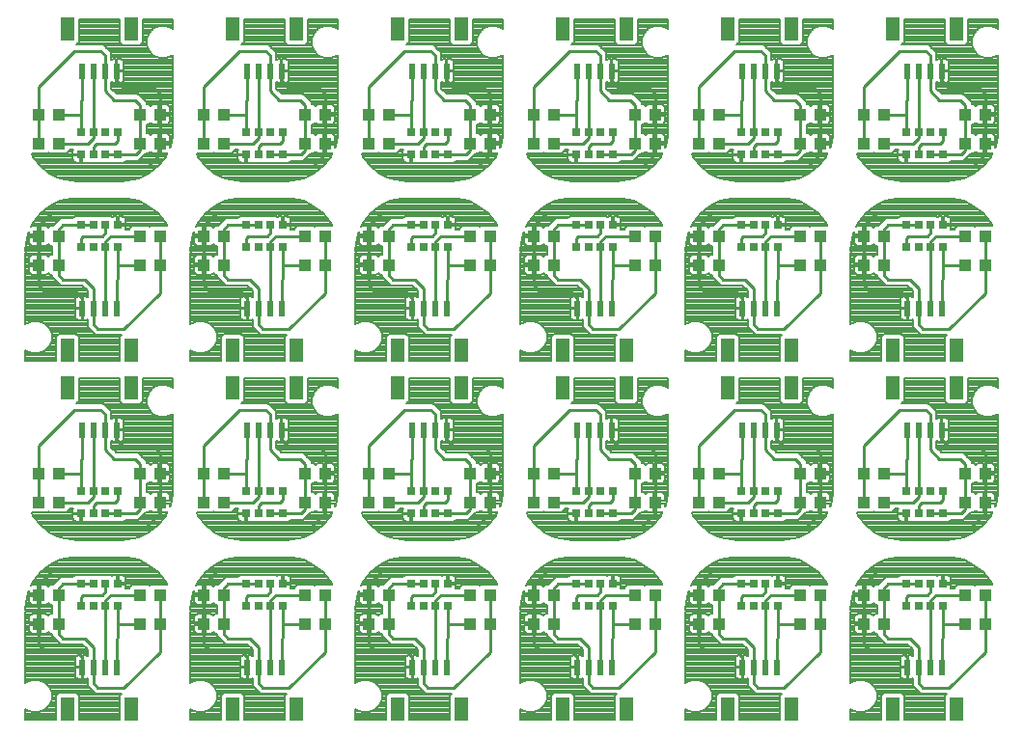
<source format=gtl>
G75*
%MOIN*%
%OFA0B0*%
%FSLAX25Y25*%
%IPPOS*%
%LPD*%
%AMOC8*
5,1,8,0,0,1.08239X$1,22.5*
%
%ADD10R,0.04331X0.03937*%
%ADD11R,0.02854X0.02756*%
%ADD12R,0.04724X0.07874*%
%ADD13R,0.02362X0.05315*%
%ADD14C,0.00800*%
%ADD15C,0.01000*%
D10*
X0022154Y0078333D03*
X0028846Y0078333D03*
X0028846Y0088333D03*
X0022154Y0088333D03*
X0057154Y0088333D03*
X0063846Y0088333D03*
X0079154Y0088333D03*
X0085846Y0088333D03*
X0085846Y0078333D03*
X0079154Y0078333D03*
X0063846Y0078333D03*
X0057154Y0078333D03*
X0114154Y0078333D03*
X0120846Y0078333D03*
X0120846Y0088333D03*
X0114154Y0088333D03*
X0136154Y0088333D03*
X0142846Y0088333D03*
X0142846Y0078333D03*
X0136154Y0078333D03*
X0171154Y0078333D03*
X0177846Y0078333D03*
X0177846Y0088333D03*
X0171154Y0088333D03*
X0193154Y0088333D03*
X0199846Y0088333D03*
X0199846Y0078333D03*
X0193154Y0078333D03*
X0228154Y0078333D03*
X0234846Y0078333D03*
X0250154Y0078333D03*
X0256846Y0078333D03*
X0256846Y0088333D03*
X0250154Y0088333D03*
X0234846Y0088333D03*
X0228154Y0088333D03*
X0228154Y0120333D03*
X0234846Y0120333D03*
X0250154Y0120333D03*
X0256846Y0120333D03*
X0256846Y0130333D03*
X0250154Y0130333D03*
X0234846Y0130333D03*
X0228154Y0130333D03*
X0199846Y0130333D03*
X0193154Y0130333D03*
X0193154Y0120333D03*
X0199846Y0120333D03*
X0177846Y0120333D03*
X0171154Y0120333D03*
X0171154Y0130333D03*
X0177846Y0130333D03*
X0142846Y0130333D03*
X0136154Y0130333D03*
X0136154Y0120333D03*
X0142846Y0120333D03*
X0120846Y0120333D03*
X0114154Y0120333D03*
X0114154Y0130333D03*
X0120846Y0130333D03*
X0085846Y0130333D03*
X0079154Y0130333D03*
X0063846Y0130333D03*
X0057154Y0130333D03*
X0057154Y0120333D03*
X0063846Y0120333D03*
X0079154Y0120333D03*
X0085846Y0120333D03*
X0028846Y0120333D03*
X0022154Y0120333D03*
X0022154Y0130333D03*
X0028846Y0130333D03*
X0028846Y0202333D03*
X0022154Y0202333D03*
X0022154Y0212333D03*
X0028846Y0212333D03*
X0057154Y0212333D03*
X0063846Y0212333D03*
X0063846Y0202333D03*
X0057154Y0202333D03*
X0079154Y0202333D03*
X0085846Y0202333D03*
X0085846Y0212333D03*
X0079154Y0212333D03*
X0114154Y0212333D03*
X0120846Y0212333D03*
X0120846Y0202333D03*
X0114154Y0202333D03*
X0136154Y0202333D03*
X0142846Y0202333D03*
X0142846Y0212333D03*
X0136154Y0212333D03*
X0171154Y0212333D03*
X0177846Y0212333D03*
X0177846Y0202333D03*
X0171154Y0202333D03*
X0193154Y0202333D03*
X0199846Y0202333D03*
X0199846Y0212333D03*
X0193154Y0212333D03*
X0228154Y0212333D03*
X0234846Y0212333D03*
X0234846Y0202333D03*
X0228154Y0202333D03*
X0250154Y0202333D03*
X0256846Y0202333D03*
X0256846Y0212333D03*
X0250154Y0212333D03*
X0285154Y0212333D03*
X0291846Y0212333D03*
X0291846Y0202333D03*
X0285154Y0202333D03*
X0307154Y0202333D03*
X0313846Y0202333D03*
X0313846Y0212333D03*
X0307154Y0212333D03*
X0342154Y0212333D03*
X0348846Y0212333D03*
X0348846Y0202333D03*
X0342154Y0202333D03*
X0342154Y0244333D03*
X0348846Y0244333D03*
X0348846Y0254333D03*
X0342154Y0254333D03*
X0313846Y0254333D03*
X0307154Y0254333D03*
X0291846Y0254333D03*
X0285154Y0254333D03*
X0285154Y0244333D03*
X0291846Y0244333D03*
X0307154Y0244333D03*
X0313846Y0244333D03*
X0256846Y0244333D03*
X0250154Y0244333D03*
X0234846Y0244333D03*
X0228154Y0244333D03*
X0228154Y0254333D03*
X0234846Y0254333D03*
X0250154Y0254333D03*
X0256846Y0254333D03*
X0199846Y0254333D03*
X0193154Y0254333D03*
X0193154Y0244333D03*
X0199846Y0244333D03*
X0177846Y0244333D03*
X0171154Y0244333D03*
X0171154Y0254333D03*
X0177846Y0254333D03*
X0142846Y0254333D03*
X0136154Y0254333D03*
X0136154Y0244333D03*
X0142846Y0244333D03*
X0120846Y0244333D03*
X0114154Y0244333D03*
X0114154Y0254333D03*
X0120846Y0254333D03*
X0085846Y0254333D03*
X0079154Y0254333D03*
X0063846Y0254333D03*
X0057154Y0254333D03*
X0057154Y0244333D03*
X0063846Y0244333D03*
X0079154Y0244333D03*
X0085846Y0244333D03*
X0028846Y0244333D03*
X0022154Y0244333D03*
X0022154Y0254333D03*
X0028846Y0254333D03*
X0285154Y0130333D03*
X0291846Y0130333D03*
X0307154Y0130333D03*
X0313846Y0130333D03*
X0313846Y0120333D03*
X0307154Y0120333D03*
X0291846Y0120333D03*
X0285154Y0120333D03*
X0285154Y0088333D03*
X0291846Y0088333D03*
X0307154Y0088333D03*
X0313846Y0088333D03*
X0313846Y0078333D03*
X0307154Y0078333D03*
X0291846Y0078333D03*
X0285154Y0078333D03*
X0342154Y0078333D03*
X0348846Y0078333D03*
X0348846Y0088333D03*
X0342154Y0088333D03*
X0342154Y0120333D03*
X0348846Y0120333D03*
X0348846Y0130333D03*
X0342154Y0130333D03*
D11*
X0334348Y0124270D03*
X0330116Y0124270D03*
X0325884Y0124270D03*
X0321652Y0124270D03*
X0321652Y0116396D03*
X0325884Y0116396D03*
X0330116Y0116396D03*
X0334348Y0116396D03*
X0334348Y0092270D03*
X0330116Y0092270D03*
X0325884Y0092270D03*
X0321652Y0092270D03*
X0321652Y0084396D03*
X0325884Y0084396D03*
X0330116Y0084396D03*
X0334348Y0084396D03*
X0277348Y0084396D03*
X0273116Y0084396D03*
X0268884Y0084396D03*
X0264652Y0084396D03*
X0264652Y0092270D03*
X0268884Y0092270D03*
X0273116Y0092270D03*
X0277348Y0092270D03*
X0277348Y0116396D03*
X0273116Y0116396D03*
X0268884Y0116396D03*
X0264652Y0116396D03*
X0264652Y0124270D03*
X0268884Y0124270D03*
X0273116Y0124270D03*
X0277348Y0124270D03*
X0220348Y0124270D03*
X0216116Y0124270D03*
X0211884Y0124270D03*
X0207652Y0124270D03*
X0207652Y0116396D03*
X0211884Y0116396D03*
X0216116Y0116396D03*
X0220348Y0116396D03*
X0220348Y0092270D03*
X0216116Y0092270D03*
X0211884Y0092270D03*
X0207652Y0092270D03*
X0207652Y0084396D03*
X0211884Y0084396D03*
X0216116Y0084396D03*
X0220348Y0084396D03*
X0163348Y0084396D03*
X0159116Y0084396D03*
X0154884Y0084396D03*
X0150652Y0084396D03*
X0150652Y0092270D03*
X0154884Y0092270D03*
X0159116Y0092270D03*
X0163348Y0092270D03*
X0163348Y0116396D03*
X0159116Y0116396D03*
X0154884Y0116396D03*
X0150652Y0116396D03*
X0150652Y0124270D03*
X0154884Y0124270D03*
X0159116Y0124270D03*
X0163348Y0124270D03*
X0106348Y0124270D03*
X0102116Y0124270D03*
X0097884Y0124270D03*
X0093652Y0124270D03*
X0093652Y0116396D03*
X0097884Y0116396D03*
X0102116Y0116396D03*
X0106348Y0116396D03*
X0106348Y0092270D03*
X0102116Y0092270D03*
X0097884Y0092270D03*
X0093652Y0092270D03*
X0093652Y0084396D03*
X0097884Y0084396D03*
X0102116Y0084396D03*
X0106348Y0084396D03*
X0049348Y0084396D03*
X0045116Y0084396D03*
X0040884Y0084396D03*
X0036652Y0084396D03*
X0036652Y0092270D03*
X0040884Y0092270D03*
X0045116Y0092270D03*
X0049348Y0092270D03*
X0049348Y0116396D03*
X0045116Y0116396D03*
X0040884Y0116396D03*
X0036652Y0116396D03*
X0036652Y0124270D03*
X0040884Y0124270D03*
X0045116Y0124270D03*
X0049348Y0124270D03*
X0049348Y0208396D03*
X0045116Y0208396D03*
X0040884Y0208396D03*
X0036652Y0208396D03*
X0036652Y0216270D03*
X0040884Y0216270D03*
X0045116Y0216270D03*
X0049348Y0216270D03*
X0049348Y0240396D03*
X0045116Y0240396D03*
X0040884Y0240396D03*
X0036652Y0240396D03*
X0036652Y0248270D03*
X0040884Y0248270D03*
X0045116Y0248270D03*
X0049348Y0248270D03*
X0093652Y0248270D03*
X0097884Y0248270D03*
X0102116Y0248270D03*
X0106348Y0248270D03*
X0106348Y0240396D03*
X0102116Y0240396D03*
X0097884Y0240396D03*
X0093652Y0240396D03*
X0093652Y0216270D03*
X0097884Y0216270D03*
X0102116Y0216270D03*
X0106348Y0216270D03*
X0106348Y0208396D03*
X0102116Y0208396D03*
X0097884Y0208396D03*
X0093652Y0208396D03*
X0150652Y0208396D03*
X0154884Y0208396D03*
X0159116Y0208396D03*
X0163348Y0208396D03*
X0163348Y0216270D03*
X0159116Y0216270D03*
X0154884Y0216270D03*
X0150652Y0216270D03*
X0150652Y0240396D03*
X0154884Y0240396D03*
X0159116Y0240396D03*
X0163348Y0240396D03*
X0163348Y0248270D03*
X0159116Y0248270D03*
X0154884Y0248270D03*
X0150652Y0248270D03*
X0207652Y0248270D03*
X0211884Y0248270D03*
X0216116Y0248270D03*
X0220348Y0248270D03*
X0220348Y0240396D03*
X0216116Y0240396D03*
X0211884Y0240396D03*
X0207652Y0240396D03*
X0207652Y0216270D03*
X0211884Y0216270D03*
X0216116Y0216270D03*
X0220348Y0216270D03*
X0220348Y0208396D03*
X0216116Y0208396D03*
X0211884Y0208396D03*
X0207652Y0208396D03*
X0264652Y0208396D03*
X0268884Y0208396D03*
X0273116Y0208396D03*
X0277348Y0208396D03*
X0277348Y0216270D03*
X0273116Y0216270D03*
X0268884Y0216270D03*
X0264652Y0216270D03*
X0264652Y0240396D03*
X0268884Y0240396D03*
X0273116Y0240396D03*
X0277348Y0240396D03*
X0277348Y0248270D03*
X0273116Y0248270D03*
X0268884Y0248270D03*
X0264652Y0248270D03*
X0321652Y0248270D03*
X0325884Y0248270D03*
X0330116Y0248270D03*
X0334348Y0248270D03*
X0334348Y0240396D03*
X0330116Y0240396D03*
X0325884Y0240396D03*
X0321652Y0240396D03*
X0321652Y0216270D03*
X0325884Y0216270D03*
X0330116Y0216270D03*
X0334348Y0216270D03*
X0334348Y0208396D03*
X0330116Y0208396D03*
X0325884Y0208396D03*
X0321652Y0208396D03*
D12*
X0316976Y0172865D03*
X0316976Y0159802D03*
X0339024Y0159802D03*
X0339024Y0172865D03*
X0282024Y0172865D03*
X0259976Y0172865D03*
X0259976Y0159802D03*
X0282024Y0159802D03*
X0225024Y0159802D03*
X0225024Y0172865D03*
X0202976Y0172865D03*
X0202976Y0159802D03*
X0168024Y0159802D03*
X0168024Y0172865D03*
X0145976Y0172865D03*
X0145976Y0159802D03*
X0111024Y0159802D03*
X0111024Y0172865D03*
X0088976Y0172865D03*
X0088976Y0159802D03*
X0054024Y0159802D03*
X0054024Y0172865D03*
X0031976Y0172865D03*
X0031976Y0159802D03*
X0031976Y0048865D03*
X0054024Y0048865D03*
X0088976Y0048865D03*
X0111024Y0048865D03*
X0145976Y0048865D03*
X0168024Y0048865D03*
X0202976Y0048865D03*
X0225024Y0048865D03*
X0259976Y0048865D03*
X0282024Y0048865D03*
X0316976Y0048865D03*
X0339024Y0048865D03*
X0339024Y0283802D03*
X0316976Y0283802D03*
X0282024Y0283802D03*
X0259976Y0283802D03*
X0225024Y0283802D03*
X0202976Y0283802D03*
X0168024Y0283802D03*
X0145976Y0283802D03*
X0111024Y0283802D03*
X0088976Y0283802D03*
X0054024Y0283802D03*
X0031976Y0283802D03*
D13*
X0037094Y0269333D03*
X0041031Y0269333D03*
X0044969Y0269333D03*
X0048906Y0269333D03*
X0094094Y0269333D03*
X0098031Y0269333D03*
X0101969Y0269333D03*
X0105906Y0269333D03*
X0151094Y0269333D03*
X0155031Y0269333D03*
X0158969Y0269333D03*
X0162906Y0269333D03*
X0208094Y0269333D03*
X0212031Y0269333D03*
X0215969Y0269333D03*
X0219906Y0269333D03*
X0265094Y0269333D03*
X0269031Y0269333D03*
X0272969Y0269333D03*
X0276906Y0269333D03*
X0322094Y0269333D03*
X0326031Y0269333D03*
X0329969Y0269333D03*
X0333906Y0269333D03*
X0333906Y0187333D03*
X0329969Y0187333D03*
X0326031Y0187333D03*
X0322094Y0187333D03*
X0276906Y0187333D03*
X0272969Y0187333D03*
X0269031Y0187333D03*
X0265094Y0187333D03*
X0219906Y0187333D03*
X0215969Y0187333D03*
X0212031Y0187333D03*
X0208094Y0187333D03*
X0162906Y0187333D03*
X0158969Y0187333D03*
X0155031Y0187333D03*
X0151094Y0187333D03*
X0105906Y0187333D03*
X0101969Y0187333D03*
X0098031Y0187333D03*
X0094094Y0187333D03*
X0048906Y0187333D03*
X0044969Y0187333D03*
X0041031Y0187333D03*
X0037094Y0187333D03*
X0037094Y0145333D03*
X0041031Y0145333D03*
X0044969Y0145333D03*
X0048906Y0145333D03*
X0094094Y0145333D03*
X0098031Y0145333D03*
X0101969Y0145333D03*
X0105906Y0145333D03*
X0151094Y0145333D03*
X0155031Y0145333D03*
X0158969Y0145333D03*
X0162906Y0145333D03*
X0208094Y0145333D03*
X0212031Y0145333D03*
X0215969Y0145333D03*
X0219906Y0145333D03*
X0265094Y0145333D03*
X0269031Y0145333D03*
X0272969Y0145333D03*
X0276906Y0145333D03*
X0322094Y0145333D03*
X0326031Y0145333D03*
X0329969Y0145333D03*
X0333906Y0145333D03*
X0333906Y0063333D03*
X0329969Y0063333D03*
X0326031Y0063333D03*
X0322094Y0063333D03*
X0276906Y0063333D03*
X0272969Y0063333D03*
X0269031Y0063333D03*
X0265094Y0063333D03*
X0219906Y0063333D03*
X0215969Y0063333D03*
X0212031Y0063333D03*
X0208094Y0063333D03*
X0162906Y0063333D03*
X0158969Y0063333D03*
X0155031Y0063333D03*
X0151094Y0063333D03*
X0105906Y0063333D03*
X0101969Y0063333D03*
X0098031Y0063333D03*
X0094094Y0063333D03*
X0048906Y0063333D03*
X0044969Y0063333D03*
X0041031Y0063333D03*
X0037094Y0063333D03*
D14*
X0017500Y0048914D02*
X0017500Y0045333D01*
X0028014Y0045333D01*
X0028014Y0053465D01*
X0028951Y0054402D01*
X0035001Y0054402D01*
X0035939Y0053465D01*
X0035939Y0045333D01*
X0050061Y0045333D01*
X0050061Y0053465D01*
X0050830Y0054233D01*
X0041630Y0054233D01*
X0040400Y0055463D01*
X0038931Y0056932D01*
X0038931Y0059332D01*
X0038864Y0059399D01*
X0038816Y0059371D01*
X0038460Y0059276D01*
X0037285Y0059276D01*
X0037285Y0063143D01*
X0036904Y0063143D01*
X0034513Y0063143D01*
X0034513Y0060492D01*
X0034609Y0060135D01*
X0034793Y0059816D01*
X0035054Y0059556D01*
X0035373Y0059371D01*
X0035729Y0059276D01*
X0036904Y0059276D01*
X0036904Y0063143D01*
X0036904Y0063524D01*
X0036904Y0067391D01*
X0035729Y0067391D01*
X0035373Y0067295D01*
X0035054Y0067111D01*
X0034793Y0066850D01*
X0034609Y0066531D01*
X0034513Y0066175D01*
X0034513Y0063524D01*
X0036904Y0063524D01*
X0037285Y0063524D01*
X0037285Y0067391D01*
X0038460Y0067391D01*
X0038816Y0067295D01*
X0038864Y0067267D01*
X0038931Y0067335D01*
X0038931Y0069432D01*
X0037130Y0071233D01*
X0029630Y0071233D01*
X0028400Y0072463D01*
X0028400Y0072463D01*
X0026746Y0074117D01*
X0026746Y0074765D01*
X0026018Y0074765D01*
X0025359Y0075425D01*
X0025179Y0075245D01*
X0024859Y0075060D01*
X0024503Y0074965D01*
X0022554Y0074965D01*
X0022554Y0077933D01*
X0021754Y0077933D01*
X0021754Y0074965D01*
X0019804Y0074965D01*
X0019448Y0075060D01*
X0019129Y0075245D01*
X0018868Y0075505D01*
X0018684Y0075824D01*
X0018588Y0076180D01*
X0018588Y0077933D01*
X0021753Y0077933D01*
X0021753Y0078733D01*
X0018588Y0078733D01*
X0018588Y0080486D01*
X0018684Y0080842D01*
X0018868Y0081161D01*
X0019129Y0081422D01*
X0019448Y0081606D01*
X0019804Y0081702D01*
X0021754Y0081702D01*
X0021754Y0078733D01*
X0022554Y0078733D01*
X0022554Y0081702D01*
X0024503Y0081702D01*
X0024859Y0081606D01*
X0025179Y0081422D01*
X0025359Y0081242D01*
X0026018Y0081902D01*
X0026746Y0081902D01*
X0026746Y0084765D01*
X0026018Y0084765D01*
X0025359Y0085425D01*
X0025179Y0085245D01*
X0024859Y0085060D01*
X0024503Y0084965D01*
X0022554Y0084965D01*
X0022554Y0087933D01*
X0021754Y0087933D01*
X0021754Y0084965D01*
X0019804Y0084965D01*
X0019448Y0085060D01*
X0019129Y0085245D01*
X0018868Y0085505D01*
X0018684Y0085824D01*
X0018588Y0086180D01*
X0018588Y0087933D01*
X0021753Y0087933D01*
X0021753Y0088733D01*
X0018588Y0088733D01*
X0018588Y0089694D01*
X0018425Y0089347D01*
X0017578Y0085394D01*
X0017500Y0083380D01*
X0017500Y0083352D01*
X0017515Y0082542D01*
X0017500Y0082527D01*
X0017500Y0057753D01*
X0017828Y0058081D01*
X0019886Y0058933D01*
X0022114Y0058933D01*
X0024172Y0058081D01*
X0025747Y0056505D01*
X0026600Y0054447D01*
X0026600Y0052219D01*
X0025747Y0050161D01*
X0024172Y0048586D01*
X0022114Y0047733D01*
X0019886Y0047733D01*
X0017828Y0048586D01*
X0017500Y0048914D01*
X0017500Y0048124D02*
X0018942Y0048124D01*
X0017500Y0047326D02*
X0028014Y0047326D01*
X0028014Y0048124D02*
X0023058Y0048124D01*
X0024509Y0048923D02*
X0028014Y0048923D01*
X0028014Y0049721D02*
X0025308Y0049721D01*
X0025896Y0050520D02*
X0028014Y0050520D01*
X0028014Y0051318D02*
X0026227Y0051318D01*
X0026558Y0052117D02*
X0028014Y0052117D01*
X0028014Y0052915D02*
X0026600Y0052915D01*
X0026600Y0053714D02*
X0028264Y0053714D01*
X0026573Y0054512D02*
X0041351Y0054512D01*
X0040552Y0055311D02*
X0026242Y0055311D01*
X0025911Y0056110D02*
X0039754Y0056110D01*
X0038955Y0056908D02*
X0025345Y0056908D01*
X0024546Y0057707D02*
X0038931Y0057707D01*
X0038931Y0058505D02*
X0023148Y0058505D01*
X0018852Y0058505D02*
X0017500Y0058505D01*
X0017500Y0059304D02*
X0035626Y0059304D01*
X0034628Y0060102D02*
X0017500Y0060102D01*
X0017500Y0060901D02*
X0034513Y0060901D01*
X0034513Y0061699D02*
X0017500Y0061699D01*
X0017500Y0062498D02*
X0034513Y0062498D01*
X0034513Y0064095D02*
X0017500Y0064095D01*
X0017500Y0064893D02*
X0034513Y0064893D01*
X0034513Y0065692D02*
X0017500Y0065692D01*
X0017500Y0066490D02*
X0034598Y0066490D01*
X0035361Y0067289D02*
X0017500Y0067289D01*
X0017500Y0068087D02*
X0038931Y0068087D01*
X0038931Y0068886D02*
X0017500Y0068886D01*
X0017500Y0069684D02*
X0038679Y0069684D01*
X0037881Y0070483D02*
X0017500Y0070483D01*
X0017500Y0071281D02*
X0029582Y0071281D01*
X0028784Y0072080D02*
X0017500Y0072080D01*
X0017500Y0072878D02*
X0027985Y0072878D01*
X0027187Y0073677D02*
X0017500Y0073677D01*
X0017500Y0074475D02*
X0026746Y0074475D01*
X0025509Y0075274D02*
X0025208Y0075274D01*
X0022554Y0075274D02*
X0021754Y0075274D01*
X0021754Y0076072D02*
X0022554Y0076072D01*
X0022554Y0076871D02*
X0021754Y0076871D01*
X0021754Y0077669D02*
X0022554Y0077669D01*
X0021753Y0078468D02*
X0017500Y0078468D01*
X0017500Y0079266D02*
X0018588Y0079266D01*
X0018588Y0080065D02*
X0017500Y0080065D01*
X0017500Y0080863D02*
X0018696Y0080863D01*
X0019655Y0081662D02*
X0017500Y0081662D01*
X0017500Y0082460D02*
X0026746Y0082460D01*
X0026746Y0083259D02*
X0017502Y0083259D01*
X0017526Y0084057D02*
X0026746Y0084057D01*
X0025927Y0084856D02*
X0017557Y0084856D01*
X0017634Y0085654D02*
X0018782Y0085654D01*
X0018588Y0086453D02*
X0017805Y0086453D01*
X0017976Y0087251D02*
X0018588Y0087251D01*
X0018147Y0088050D02*
X0021753Y0088050D01*
X0021754Y0088733D02*
X0021754Y0091702D01*
X0019804Y0091702D01*
X0019497Y0091620D01*
X0020150Y0093004D01*
X0022662Y0096171D01*
X0025830Y0098684D01*
X0029486Y0100408D01*
X0033439Y0101255D01*
X0035454Y0101333D01*
X0035481Y0101333D01*
X0036291Y0101318D01*
X0036307Y0101333D01*
X0049693Y0101333D01*
X0049709Y0101318D01*
X0050519Y0101333D01*
X0050546Y0101333D01*
X0052561Y0101255D01*
X0056514Y0100408D01*
X0060170Y0098684D01*
X0063338Y0096171D01*
X0065850Y0093004D01*
X0066370Y0091902D01*
X0061018Y0091902D01*
X0060500Y0091383D01*
X0059982Y0091902D01*
X0054325Y0091902D01*
X0053388Y0090965D01*
X0053388Y0090433D01*
X0052102Y0090433D01*
X0052176Y0090708D01*
X0052176Y0091981D01*
X0049637Y0091981D01*
X0049637Y0092559D01*
X0049059Y0092559D01*
X0049059Y0095048D01*
X0047737Y0095048D01*
X0047476Y0094978D01*
X0047206Y0095248D01*
X0043026Y0095248D01*
X0043000Y0095222D01*
X0042974Y0095248D01*
X0038794Y0095248D01*
X0038768Y0095222D01*
X0038741Y0095248D01*
X0034562Y0095248D01*
X0033684Y0094370D01*
X0029567Y0094370D01*
X0027977Y0092780D01*
X0027099Y0091902D01*
X0026018Y0091902D01*
X0025359Y0091242D01*
X0025179Y0091422D01*
X0024859Y0091606D01*
X0024503Y0091702D01*
X0022554Y0091702D01*
X0022554Y0088733D01*
X0021754Y0088733D01*
X0021754Y0088848D02*
X0022554Y0088848D01*
X0022554Y0089647D02*
X0021754Y0089647D01*
X0021754Y0090445D02*
X0022554Y0090445D01*
X0022554Y0091244D02*
X0021754Y0091244D01*
X0019696Y0092043D02*
X0027239Y0092043D01*
X0028038Y0092841D02*
X0020073Y0092841D01*
X0020654Y0093640D02*
X0028836Y0093640D01*
X0025361Y0091244D02*
X0025357Y0091244D01*
X0021287Y0094438D02*
X0033751Y0094438D01*
X0034550Y0095237D02*
X0021921Y0095237D01*
X0022554Y0096035D02*
X0063446Y0096035D01*
X0064079Y0095237D02*
X0047218Y0095237D01*
X0049059Y0094438D02*
X0049637Y0094438D01*
X0049637Y0095048D02*
X0049637Y0092559D01*
X0052176Y0092559D01*
X0052176Y0093833D01*
X0052080Y0094189D01*
X0051896Y0094508D01*
X0051635Y0094769D01*
X0051316Y0094953D01*
X0050960Y0095048D01*
X0049637Y0095048D01*
X0049637Y0093640D02*
X0049059Y0093640D01*
X0049059Y0092841D02*
X0049637Y0092841D01*
X0049637Y0092043D02*
X0066304Y0092043D01*
X0065927Y0092841D02*
X0052176Y0092841D01*
X0052176Y0093640D02*
X0065346Y0093640D01*
X0064713Y0094438D02*
X0051936Y0094438D01*
X0052176Y0091244D02*
X0053668Y0091244D01*
X0053388Y0090445D02*
X0052105Y0090445D01*
X0043015Y0095237D02*
X0042985Y0095237D01*
X0038782Y0095237D02*
X0038753Y0095237D01*
X0031436Y0100826D02*
X0054564Y0100826D01*
X0057321Y0100028D02*
X0028679Y0100028D01*
X0026986Y0099229D02*
X0059014Y0099229D01*
X0060489Y0098431D02*
X0025511Y0098431D01*
X0024504Y0097632D02*
X0061496Y0097632D01*
X0062503Y0096834D02*
X0023497Y0096834D01*
X0018588Y0089647D02*
X0018566Y0089647D01*
X0018588Y0088848D02*
X0018318Y0088848D01*
X0021754Y0087251D02*
X0022554Y0087251D01*
X0022554Y0086453D02*
X0021754Y0086453D01*
X0021754Y0085654D02*
X0022554Y0085654D01*
X0022554Y0081662D02*
X0021754Y0081662D01*
X0021754Y0080863D02*
X0022554Y0080863D01*
X0022554Y0080065D02*
X0021754Y0080065D01*
X0021754Y0079266D02*
X0022554Y0079266D01*
X0024652Y0081662D02*
X0025778Y0081662D01*
X0018588Y0077669D02*
X0017500Y0077669D01*
X0017500Y0076871D02*
X0018588Y0076871D01*
X0018617Y0076072D02*
X0017500Y0076072D01*
X0017500Y0075274D02*
X0019099Y0075274D01*
X0017500Y0063296D02*
X0036904Y0063296D01*
X0036904Y0062498D02*
X0037285Y0062498D01*
X0037285Y0061699D02*
X0036904Y0061699D01*
X0036904Y0060901D02*
X0037285Y0060901D01*
X0037285Y0060102D02*
X0036904Y0060102D01*
X0036904Y0059304D02*
X0037285Y0059304D01*
X0038563Y0059304D02*
X0038931Y0059304D01*
X0037285Y0064095D02*
X0036904Y0064095D01*
X0036904Y0064893D02*
X0037285Y0064893D01*
X0037285Y0065692D02*
X0036904Y0065692D01*
X0036904Y0066490D02*
X0037285Y0066490D01*
X0037285Y0067289D02*
X0036904Y0067289D01*
X0038828Y0067289D02*
X0038886Y0067289D01*
X0035689Y0053714D02*
X0050311Y0053714D01*
X0050061Y0052915D02*
X0035939Y0052915D01*
X0035939Y0052117D02*
X0050061Y0052117D01*
X0050061Y0051318D02*
X0035939Y0051318D01*
X0035939Y0050520D02*
X0050061Y0050520D01*
X0050061Y0049721D02*
X0035939Y0049721D01*
X0035939Y0048923D02*
X0050061Y0048923D01*
X0050061Y0048124D02*
X0035939Y0048124D01*
X0035939Y0047326D02*
X0050061Y0047326D01*
X0050061Y0046527D02*
X0035939Y0046527D01*
X0035939Y0045729D02*
X0050061Y0045729D01*
X0028014Y0045729D02*
X0017500Y0045729D01*
X0017500Y0046527D02*
X0028014Y0046527D01*
X0074500Y0046527D02*
X0085014Y0046527D01*
X0085014Y0045729D02*
X0074500Y0045729D01*
X0074500Y0045333D02*
X0074500Y0048914D01*
X0074828Y0048586D01*
X0076886Y0047733D01*
X0079114Y0047733D01*
X0081172Y0048586D01*
X0082747Y0050161D01*
X0083600Y0052219D01*
X0083600Y0054447D01*
X0082747Y0056505D01*
X0081172Y0058081D01*
X0079114Y0058933D01*
X0076886Y0058933D01*
X0074828Y0058081D01*
X0074500Y0057753D01*
X0074500Y0082527D01*
X0074515Y0082542D01*
X0074500Y0083352D01*
X0074500Y0083380D01*
X0074578Y0085394D01*
X0075425Y0089347D01*
X0075588Y0089694D01*
X0075588Y0088733D01*
X0078753Y0088733D01*
X0078753Y0087933D01*
X0075588Y0087933D01*
X0075588Y0086180D01*
X0075684Y0085824D01*
X0075868Y0085505D01*
X0076129Y0085245D01*
X0076448Y0085060D01*
X0076804Y0084965D01*
X0078754Y0084965D01*
X0078754Y0087933D01*
X0079554Y0087933D01*
X0079554Y0084965D01*
X0081503Y0084965D01*
X0081859Y0085060D01*
X0082179Y0085245D01*
X0082359Y0085425D01*
X0083018Y0084765D01*
X0083746Y0084765D01*
X0083746Y0081902D01*
X0083018Y0081902D01*
X0082359Y0081242D01*
X0082179Y0081422D01*
X0081859Y0081606D01*
X0081503Y0081702D01*
X0079554Y0081702D01*
X0079554Y0078733D01*
X0078754Y0078733D01*
X0078754Y0081702D01*
X0076804Y0081702D01*
X0076448Y0081606D01*
X0076129Y0081422D01*
X0075868Y0081161D01*
X0075684Y0080842D01*
X0075588Y0080486D01*
X0075588Y0078733D01*
X0078753Y0078733D01*
X0078753Y0077933D01*
X0075588Y0077933D01*
X0075588Y0076180D01*
X0075684Y0075824D01*
X0075868Y0075505D01*
X0076129Y0075245D01*
X0076448Y0075060D01*
X0076804Y0074965D01*
X0078754Y0074965D01*
X0078754Y0077933D01*
X0079554Y0077933D01*
X0079554Y0074965D01*
X0081503Y0074965D01*
X0081859Y0075060D01*
X0082179Y0075245D01*
X0082359Y0075425D01*
X0083018Y0074765D01*
X0083746Y0074765D01*
X0083746Y0074117D01*
X0085400Y0072463D01*
X0086630Y0071233D01*
X0094130Y0071233D01*
X0095931Y0069432D01*
X0095931Y0067335D01*
X0095864Y0067267D01*
X0095816Y0067295D01*
X0095460Y0067391D01*
X0094285Y0067391D01*
X0094285Y0063524D01*
X0093904Y0063524D01*
X0093904Y0067391D01*
X0092729Y0067391D01*
X0092373Y0067295D01*
X0092054Y0067111D01*
X0091793Y0066850D01*
X0091609Y0066531D01*
X0091513Y0066175D01*
X0091513Y0063524D01*
X0093904Y0063524D01*
X0093904Y0063143D01*
X0091513Y0063143D01*
X0091513Y0060492D01*
X0091609Y0060135D01*
X0091793Y0059816D01*
X0092054Y0059556D01*
X0092373Y0059371D01*
X0092729Y0059276D01*
X0093904Y0059276D01*
X0093904Y0063143D01*
X0094285Y0063143D01*
X0094285Y0059276D01*
X0095460Y0059276D01*
X0095816Y0059371D01*
X0095864Y0059399D01*
X0095931Y0059332D01*
X0095931Y0056932D01*
X0097400Y0055463D01*
X0098630Y0054233D01*
X0107830Y0054233D01*
X0107061Y0053465D01*
X0107061Y0045333D01*
X0092939Y0045333D01*
X0092939Y0053465D01*
X0092001Y0054402D01*
X0085951Y0054402D01*
X0085014Y0053465D01*
X0085014Y0045333D01*
X0074500Y0045333D01*
X0074500Y0047326D02*
X0085014Y0047326D01*
X0085014Y0048124D02*
X0080058Y0048124D01*
X0081509Y0048923D02*
X0085014Y0048923D01*
X0085014Y0049721D02*
X0082308Y0049721D01*
X0082896Y0050520D02*
X0085014Y0050520D01*
X0085014Y0051318D02*
X0083227Y0051318D01*
X0083558Y0052117D02*
X0085014Y0052117D01*
X0085014Y0052915D02*
X0083600Y0052915D01*
X0083600Y0053714D02*
X0085264Y0053714D01*
X0083573Y0054512D02*
X0098351Y0054512D01*
X0097552Y0055311D02*
X0083242Y0055311D01*
X0082911Y0056110D02*
X0096754Y0056110D01*
X0095955Y0056908D02*
X0082345Y0056908D01*
X0081546Y0057707D02*
X0095931Y0057707D01*
X0095931Y0058505D02*
X0080148Y0058505D01*
X0075852Y0058505D02*
X0074500Y0058505D01*
X0074500Y0059304D02*
X0092626Y0059304D01*
X0091628Y0060102D02*
X0074500Y0060102D01*
X0074500Y0060901D02*
X0091513Y0060901D01*
X0091513Y0061699D02*
X0074500Y0061699D01*
X0074500Y0062498D02*
X0091513Y0062498D01*
X0091513Y0064095D02*
X0074500Y0064095D01*
X0074500Y0064893D02*
X0091513Y0064893D01*
X0091513Y0065692D02*
X0074500Y0065692D01*
X0074500Y0066490D02*
X0091598Y0066490D01*
X0092361Y0067289D02*
X0074500Y0067289D01*
X0074500Y0068087D02*
X0095931Y0068087D01*
X0095931Y0068886D02*
X0074500Y0068886D01*
X0074500Y0069684D02*
X0095679Y0069684D01*
X0094881Y0070483D02*
X0074500Y0070483D01*
X0074500Y0071281D02*
X0086582Y0071281D01*
X0085784Y0072080D02*
X0074500Y0072080D01*
X0074500Y0072878D02*
X0084985Y0072878D01*
X0084187Y0073677D02*
X0074500Y0073677D01*
X0074500Y0074475D02*
X0083746Y0074475D01*
X0082509Y0075274D02*
X0082208Y0075274D01*
X0079554Y0075274D02*
X0078754Y0075274D01*
X0078754Y0076072D02*
X0079554Y0076072D01*
X0079554Y0076871D02*
X0078754Y0076871D01*
X0078754Y0077669D02*
X0079554Y0077669D01*
X0078753Y0078468D02*
X0074500Y0078468D01*
X0074500Y0079266D02*
X0075588Y0079266D01*
X0075588Y0080065D02*
X0074500Y0080065D01*
X0074500Y0080863D02*
X0075696Y0080863D01*
X0076655Y0081662D02*
X0074500Y0081662D01*
X0074500Y0082460D02*
X0083746Y0082460D01*
X0083746Y0083259D02*
X0074502Y0083259D01*
X0074526Y0084057D02*
X0083746Y0084057D01*
X0082927Y0084856D02*
X0074557Y0084856D01*
X0074634Y0085654D02*
X0075782Y0085654D01*
X0075588Y0086453D02*
X0074805Y0086453D01*
X0074976Y0087251D02*
X0075588Y0087251D01*
X0075147Y0088050D02*
X0078753Y0088050D01*
X0078754Y0088733D02*
X0078754Y0091702D01*
X0076804Y0091702D01*
X0076497Y0091620D01*
X0077150Y0093004D01*
X0079662Y0096171D01*
X0082830Y0098684D01*
X0086486Y0100408D01*
X0090439Y0101255D01*
X0092454Y0101333D01*
X0092481Y0101333D01*
X0093291Y0101318D01*
X0093307Y0101333D01*
X0106693Y0101333D01*
X0106709Y0101318D01*
X0107519Y0101333D01*
X0107546Y0101333D01*
X0109561Y0101255D01*
X0113514Y0100408D01*
X0117170Y0098684D01*
X0120338Y0096171D01*
X0122850Y0093004D01*
X0123370Y0091902D01*
X0118018Y0091902D01*
X0117500Y0091383D01*
X0116982Y0091902D01*
X0111325Y0091902D01*
X0110388Y0090965D01*
X0110388Y0090433D01*
X0109102Y0090433D01*
X0109176Y0090708D01*
X0109176Y0091981D01*
X0106637Y0091981D01*
X0106637Y0092559D01*
X0106059Y0092559D01*
X0106059Y0095048D01*
X0104737Y0095048D01*
X0104476Y0094978D01*
X0104206Y0095248D01*
X0100026Y0095248D01*
X0100000Y0095222D01*
X0099974Y0095248D01*
X0095794Y0095248D01*
X0095768Y0095222D01*
X0095741Y0095248D01*
X0091562Y0095248D01*
X0090684Y0094370D01*
X0086567Y0094370D01*
X0085337Y0093140D01*
X0084977Y0092780D01*
X0084977Y0092780D01*
X0084099Y0091902D01*
X0083018Y0091902D01*
X0082359Y0091242D01*
X0082179Y0091422D01*
X0081859Y0091606D01*
X0081503Y0091702D01*
X0079554Y0091702D01*
X0079554Y0088733D01*
X0078754Y0088733D01*
X0078754Y0088848D02*
X0079554Y0088848D01*
X0079554Y0089647D02*
X0078754Y0089647D01*
X0078754Y0090445D02*
X0079554Y0090445D01*
X0079554Y0091244D02*
X0078754Y0091244D01*
X0076696Y0092043D02*
X0084239Y0092043D01*
X0085038Y0092841D02*
X0077073Y0092841D01*
X0077654Y0093640D02*
X0085836Y0093640D01*
X0085337Y0093140D02*
X0085337Y0093140D01*
X0082361Y0091244D02*
X0082357Y0091244D01*
X0078287Y0094438D02*
X0090751Y0094438D01*
X0091550Y0095237D02*
X0078921Y0095237D01*
X0079554Y0096035D02*
X0120446Y0096035D01*
X0121079Y0095237D02*
X0104218Y0095237D01*
X0106059Y0094438D02*
X0106637Y0094438D01*
X0106637Y0095048D02*
X0106637Y0092559D01*
X0109176Y0092559D01*
X0109176Y0093833D01*
X0109080Y0094189D01*
X0108896Y0094508D01*
X0108635Y0094769D01*
X0108316Y0094953D01*
X0107960Y0095048D01*
X0106637Y0095048D01*
X0106637Y0093640D02*
X0106059Y0093640D01*
X0106059Y0092841D02*
X0106637Y0092841D01*
X0106637Y0092043D02*
X0123304Y0092043D01*
X0122927Y0092841D02*
X0109176Y0092841D01*
X0109176Y0093640D02*
X0122346Y0093640D01*
X0121713Y0094438D02*
X0108936Y0094438D01*
X0109176Y0091244D02*
X0110668Y0091244D01*
X0110388Y0090445D02*
X0109105Y0090445D01*
X0100015Y0095237D02*
X0099985Y0095237D01*
X0095782Y0095237D02*
X0095753Y0095237D01*
X0088436Y0100826D02*
X0111564Y0100826D01*
X0114321Y0100028D02*
X0085679Y0100028D01*
X0083986Y0099229D02*
X0116014Y0099229D01*
X0117489Y0098431D02*
X0082511Y0098431D01*
X0081504Y0097632D02*
X0118496Y0097632D01*
X0119503Y0096834D02*
X0080497Y0096834D01*
X0075588Y0089647D02*
X0075566Y0089647D01*
X0075588Y0088848D02*
X0075318Y0088848D01*
X0078754Y0087251D02*
X0079554Y0087251D01*
X0079554Y0086453D02*
X0078754Y0086453D01*
X0078754Y0085654D02*
X0079554Y0085654D01*
X0079554Y0081662D02*
X0078754Y0081662D01*
X0078754Y0080863D02*
X0079554Y0080863D01*
X0079554Y0080065D02*
X0078754Y0080065D01*
X0078754Y0079266D02*
X0079554Y0079266D01*
X0081652Y0081662D02*
X0082778Y0081662D01*
X0075588Y0077669D02*
X0074500Y0077669D01*
X0074500Y0076871D02*
X0075588Y0076871D01*
X0075617Y0076072D02*
X0074500Y0076072D01*
X0074500Y0075274D02*
X0076099Y0075274D01*
X0074500Y0063296D02*
X0093904Y0063296D01*
X0093904Y0062498D02*
X0094285Y0062498D01*
X0094285Y0061699D02*
X0093904Y0061699D01*
X0093904Y0060901D02*
X0094285Y0060901D01*
X0094285Y0060102D02*
X0093904Y0060102D01*
X0093904Y0059304D02*
X0094285Y0059304D01*
X0095563Y0059304D02*
X0095931Y0059304D01*
X0094285Y0064095D02*
X0093904Y0064095D01*
X0093904Y0064893D02*
X0094285Y0064893D01*
X0094285Y0065692D02*
X0093904Y0065692D01*
X0093904Y0066490D02*
X0094285Y0066490D01*
X0094285Y0067289D02*
X0093904Y0067289D01*
X0095828Y0067289D02*
X0095886Y0067289D01*
X0092689Y0053714D02*
X0107311Y0053714D01*
X0107061Y0052915D02*
X0092939Y0052915D01*
X0092939Y0052117D02*
X0107061Y0052117D01*
X0107061Y0051318D02*
X0092939Y0051318D01*
X0092939Y0050520D02*
X0107061Y0050520D01*
X0107061Y0049721D02*
X0092939Y0049721D01*
X0092939Y0048923D02*
X0107061Y0048923D01*
X0107061Y0048124D02*
X0092939Y0048124D01*
X0092939Y0047326D02*
X0107061Y0047326D01*
X0107061Y0046527D02*
X0092939Y0046527D01*
X0092939Y0045729D02*
X0107061Y0045729D01*
X0131500Y0045729D02*
X0142014Y0045729D01*
X0142014Y0045333D02*
X0131500Y0045333D01*
X0131500Y0048914D01*
X0131828Y0048586D01*
X0133886Y0047733D01*
X0136114Y0047733D01*
X0138172Y0048586D01*
X0139747Y0050161D01*
X0140600Y0052219D01*
X0140600Y0054447D01*
X0139747Y0056505D01*
X0138172Y0058081D01*
X0136114Y0058933D01*
X0133886Y0058933D01*
X0131828Y0058081D01*
X0131500Y0057753D01*
X0131500Y0082527D01*
X0131515Y0082542D01*
X0131500Y0083352D01*
X0131500Y0083380D01*
X0131578Y0085394D01*
X0132425Y0089347D01*
X0132588Y0089694D01*
X0132588Y0088733D01*
X0135753Y0088733D01*
X0135753Y0087933D01*
X0132588Y0087933D01*
X0132588Y0086180D01*
X0132684Y0085824D01*
X0132868Y0085505D01*
X0133129Y0085245D01*
X0133448Y0085060D01*
X0133804Y0084965D01*
X0135754Y0084965D01*
X0135754Y0087933D01*
X0136554Y0087933D01*
X0136554Y0084965D01*
X0138503Y0084965D01*
X0138859Y0085060D01*
X0139179Y0085245D01*
X0139359Y0085425D01*
X0140018Y0084765D01*
X0140746Y0084765D01*
X0140746Y0081902D01*
X0140018Y0081902D01*
X0139359Y0081242D01*
X0139179Y0081422D01*
X0138859Y0081606D01*
X0138503Y0081702D01*
X0136554Y0081702D01*
X0136554Y0078733D01*
X0135754Y0078733D01*
X0135754Y0081702D01*
X0133804Y0081702D01*
X0133448Y0081606D01*
X0133129Y0081422D01*
X0132868Y0081161D01*
X0132684Y0080842D01*
X0132588Y0080486D01*
X0132588Y0078733D01*
X0135753Y0078733D01*
X0135753Y0077933D01*
X0132588Y0077933D01*
X0132588Y0076180D01*
X0132684Y0075824D01*
X0132868Y0075505D01*
X0133129Y0075245D01*
X0133448Y0075060D01*
X0133804Y0074965D01*
X0135754Y0074965D01*
X0135754Y0077933D01*
X0136554Y0077933D01*
X0136554Y0074965D01*
X0138503Y0074965D01*
X0138859Y0075060D01*
X0139179Y0075245D01*
X0139359Y0075425D01*
X0140018Y0074765D01*
X0140746Y0074765D01*
X0140746Y0074117D01*
X0143630Y0071233D01*
X0151130Y0071233D01*
X0152931Y0069432D01*
X0152931Y0067335D01*
X0152864Y0067267D01*
X0152816Y0067295D01*
X0152460Y0067391D01*
X0151285Y0067391D01*
X0151285Y0063524D01*
X0150904Y0063524D01*
X0150904Y0067391D01*
X0149729Y0067391D01*
X0149373Y0067295D01*
X0149054Y0067111D01*
X0148793Y0066850D01*
X0148609Y0066531D01*
X0148513Y0066175D01*
X0148513Y0063524D01*
X0150904Y0063524D01*
X0150904Y0063143D01*
X0148513Y0063143D01*
X0148513Y0060492D01*
X0148609Y0060135D01*
X0148793Y0059816D01*
X0149054Y0059556D01*
X0149373Y0059371D01*
X0149729Y0059276D01*
X0150904Y0059276D01*
X0150904Y0063143D01*
X0151285Y0063143D01*
X0151285Y0059276D01*
X0152460Y0059276D01*
X0152816Y0059371D01*
X0152864Y0059399D01*
X0152931Y0059332D01*
X0152931Y0056932D01*
X0154400Y0055463D01*
X0155630Y0054233D01*
X0164830Y0054233D01*
X0164061Y0053465D01*
X0164061Y0045333D01*
X0149939Y0045333D01*
X0149939Y0053465D01*
X0149001Y0054402D01*
X0142951Y0054402D01*
X0142014Y0053465D01*
X0142014Y0045333D01*
X0142014Y0046527D02*
X0131500Y0046527D01*
X0131500Y0047326D02*
X0142014Y0047326D01*
X0142014Y0048124D02*
X0137058Y0048124D01*
X0138509Y0048923D02*
X0142014Y0048923D01*
X0142014Y0049721D02*
X0139308Y0049721D01*
X0139896Y0050520D02*
X0142014Y0050520D01*
X0142014Y0051318D02*
X0140227Y0051318D01*
X0140558Y0052117D02*
X0142014Y0052117D01*
X0142014Y0052915D02*
X0140600Y0052915D01*
X0140600Y0053714D02*
X0142264Y0053714D01*
X0140573Y0054512D02*
X0155351Y0054512D01*
X0154552Y0055311D02*
X0140242Y0055311D01*
X0139911Y0056110D02*
X0153754Y0056110D01*
X0152955Y0056908D02*
X0139345Y0056908D01*
X0138546Y0057707D02*
X0152931Y0057707D01*
X0152931Y0058505D02*
X0137148Y0058505D01*
X0132852Y0058505D02*
X0131500Y0058505D01*
X0131500Y0059304D02*
X0149626Y0059304D01*
X0148628Y0060102D02*
X0131500Y0060102D01*
X0131500Y0060901D02*
X0148513Y0060901D01*
X0148513Y0061699D02*
X0131500Y0061699D01*
X0131500Y0062498D02*
X0148513Y0062498D01*
X0148513Y0064095D02*
X0131500Y0064095D01*
X0131500Y0064893D02*
X0148513Y0064893D01*
X0148513Y0065692D02*
X0131500Y0065692D01*
X0131500Y0066490D02*
X0148598Y0066490D01*
X0149361Y0067289D02*
X0131500Y0067289D01*
X0131500Y0068087D02*
X0152931Y0068087D01*
X0152931Y0068886D02*
X0131500Y0068886D01*
X0131500Y0069684D02*
X0152679Y0069684D01*
X0151881Y0070483D02*
X0131500Y0070483D01*
X0131500Y0071281D02*
X0143582Y0071281D01*
X0142784Y0072080D02*
X0131500Y0072080D01*
X0131500Y0072878D02*
X0141985Y0072878D01*
X0141187Y0073677D02*
X0131500Y0073677D01*
X0131500Y0074475D02*
X0140746Y0074475D01*
X0139509Y0075274D02*
X0139208Y0075274D01*
X0136554Y0075274D02*
X0135754Y0075274D01*
X0135754Y0076072D02*
X0136554Y0076072D01*
X0136554Y0076871D02*
X0135754Y0076871D01*
X0135754Y0077669D02*
X0136554Y0077669D01*
X0135753Y0078468D02*
X0131500Y0078468D01*
X0131500Y0079266D02*
X0132588Y0079266D01*
X0132588Y0080065D02*
X0131500Y0080065D01*
X0131500Y0080863D02*
X0132696Y0080863D01*
X0133655Y0081662D02*
X0131500Y0081662D01*
X0131500Y0082460D02*
X0140746Y0082460D01*
X0140746Y0083259D02*
X0131502Y0083259D01*
X0131526Y0084057D02*
X0140746Y0084057D01*
X0139927Y0084856D02*
X0131557Y0084856D01*
X0131634Y0085654D02*
X0132782Y0085654D01*
X0132588Y0086453D02*
X0131805Y0086453D01*
X0131976Y0087251D02*
X0132588Y0087251D01*
X0132147Y0088050D02*
X0135753Y0088050D01*
X0135754Y0088733D02*
X0135754Y0091702D01*
X0133804Y0091702D01*
X0133497Y0091620D01*
X0134150Y0093004D01*
X0136662Y0096171D01*
X0139830Y0098684D01*
X0143486Y0100408D01*
X0147439Y0101255D01*
X0149454Y0101333D01*
X0149481Y0101333D01*
X0150291Y0101318D01*
X0150307Y0101333D01*
X0163693Y0101333D01*
X0163709Y0101318D01*
X0164519Y0101333D01*
X0164546Y0101333D01*
X0166561Y0101255D01*
X0170514Y0100408D01*
X0174170Y0098684D01*
X0177338Y0096171D01*
X0179850Y0093004D01*
X0180370Y0091902D01*
X0175018Y0091902D01*
X0174500Y0091383D01*
X0173982Y0091902D01*
X0168325Y0091902D01*
X0167388Y0090965D01*
X0167388Y0090433D01*
X0166102Y0090433D01*
X0166176Y0090708D01*
X0166176Y0091981D01*
X0163637Y0091981D01*
X0163637Y0092559D01*
X0163059Y0092559D01*
X0163059Y0095048D01*
X0161737Y0095048D01*
X0161476Y0094978D01*
X0161206Y0095248D01*
X0157026Y0095248D01*
X0157000Y0095222D01*
X0156974Y0095248D01*
X0152794Y0095248D01*
X0152768Y0095222D01*
X0152741Y0095248D01*
X0148562Y0095248D01*
X0147684Y0094370D01*
X0143567Y0094370D01*
X0141977Y0092780D01*
X0141099Y0091902D01*
X0140018Y0091902D01*
X0139359Y0091242D01*
X0139179Y0091422D01*
X0138859Y0091606D01*
X0138503Y0091702D01*
X0136554Y0091702D01*
X0136554Y0088733D01*
X0135754Y0088733D01*
X0135754Y0088848D02*
X0136554Y0088848D01*
X0136554Y0089647D02*
X0135754Y0089647D01*
X0135754Y0090445D02*
X0136554Y0090445D01*
X0136554Y0091244D02*
X0135754Y0091244D01*
X0133696Y0092043D02*
X0141239Y0092043D01*
X0142038Y0092841D02*
X0134073Y0092841D01*
X0134654Y0093640D02*
X0142836Y0093640D01*
X0139361Y0091244D02*
X0139357Y0091244D01*
X0135287Y0094438D02*
X0147751Y0094438D01*
X0148550Y0095237D02*
X0135921Y0095237D01*
X0136554Y0096035D02*
X0177446Y0096035D01*
X0178079Y0095237D02*
X0161218Y0095237D01*
X0163059Y0094438D02*
X0163637Y0094438D01*
X0163637Y0095048D02*
X0163637Y0092559D01*
X0166176Y0092559D01*
X0166176Y0093833D01*
X0166080Y0094189D01*
X0165896Y0094508D01*
X0165635Y0094769D01*
X0165316Y0094953D01*
X0164960Y0095048D01*
X0163637Y0095048D01*
X0163637Y0093640D02*
X0163059Y0093640D01*
X0163059Y0092841D02*
X0163637Y0092841D01*
X0163637Y0092043D02*
X0180304Y0092043D01*
X0179927Y0092841D02*
X0166176Y0092841D01*
X0166176Y0093640D02*
X0179346Y0093640D01*
X0178713Y0094438D02*
X0165936Y0094438D01*
X0166176Y0091244D02*
X0167668Y0091244D01*
X0167388Y0090445D02*
X0166105Y0090445D01*
X0157015Y0095237D02*
X0156985Y0095237D01*
X0152782Y0095237D02*
X0152753Y0095237D01*
X0145436Y0100826D02*
X0168564Y0100826D01*
X0171321Y0100028D02*
X0142679Y0100028D01*
X0140986Y0099229D02*
X0173014Y0099229D01*
X0174489Y0098431D02*
X0139511Y0098431D01*
X0138504Y0097632D02*
X0175496Y0097632D01*
X0176503Y0096834D02*
X0137497Y0096834D01*
X0132588Y0089647D02*
X0132566Y0089647D01*
X0132588Y0088848D02*
X0132318Y0088848D01*
X0135754Y0087251D02*
X0136554Y0087251D01*
X0136554Y0086453D02*
X0135754Y0086453D01*
X0135754Y0085654D02*
X0136554Y0085654D01*
X0136554Y0081662D02*
X0135754Y0081662D01*
X0135754Y0080863D02*
X0136554Y0080863D01*
X0136554Y0080065D02*
X0135754Y0080065D01*
X0135754Y0079266D02*
X0136554Y0079266D01*
X0138652Y0081662D02*
X0139778Y0081662D01*
X0132588Y0077669D02*
X0131500Y0077669D01*
X0131500Y0076871D02*
X0132588Y0076871D01*
X0132617Y0076072D02*
X0131500Y0076072D01*
X0131500Y0075274D02*
X0133099Y0075274D01*
X0131500Y0063296D02*
X0150904Y0063296D01*
X0150904Y0062498D02*
X0151285Y0062498D01*
X0151285Y0061699D02*
X0150904Y0061699D01*
X0150904Y0060901D02*
X0151285Y0060901D01*
X0151285Y0060102D02*
X0150904Y0060102D01*
X0150904Y0059304D02*
X0151285Y0059304D01*
X0152563Y0059304D02*
X0152931Y0059304D01*
X0151285Y0064095D02*
X0150904Y0064095D01*
X0150904Y0064893D02*
X0151285Y0064893D01*
X0151285Y0065692D02*
X0150904Y0065692D01*
X0150904Y0066490D02*
X0151285Y0066490D01*
X0151285Y0067289D02*
X0150904Y0067289D01*
X0152828Y0067289D02*
X0152886Y0067289D01*
X0149689Y0053714D02*
X0164311Y0053714D01*
X0164061Y0052915D02*
X0149939Y0052915D01*
X0149939Y0052117D02*
X0164061Y0052117D01*
X0164061Y0051318D02*
X0149939Y0051318D01*
X0149939Y0050520D02*
X0164061Y0050520D01*
X0164061Y0049721D02*
X0149939Y0049721D01*
X0149939Y0048923D02*
X0164061Y0048923D01*
X0164061Y0048124D02*
X0149939Y0048124D01*
X0149939Y0047326D02*
X0164061Y0047326D01*
X0164061Y0046527D02*
X0149939Y0046527D01*
X0149939Y0045729D02*
X0164061Y0045729D01*
X0188500Y0045729D02*
X0199014Y0045729D01*
X0199014Y0045333D02*
X0188500Y0045333D01*
X0188500Y0048914D01*
X0188828Y0048586D01*
X0190886Y0047733D01*
X0193114Y0047733D01*
X0195172Y0048586D01*
X0196747Y0050161D01*
X0197600Y0052219D01*
X0197600Y0054447D01*
X0196747Y0056505D01*
X0195172Y0058081D01*
X0193114Y0058933D01*
X0190886Y0058933D01*
X0188828Y0058081D01*
X0188500Y0057753D01*
X0188500Y0082527D01*
X0188515Y0082542D01*
X0188500Y0083352D01*
X0188500Y0083380D01*
X0188578Y0085394D01*
X0189425Y0089347D01*
X0189588Y0089694D01*
X0189588Y0088733D01*
X0192753Y0088733D01*
X0192753Y0087933D01*
X0189588Y0087933D01*
X0189588Y0086180D01*
X0189684Y0085824D01*
X0189868Y0085505D01*
X0190129Y0085245D01*
X0190448Y0085060D01*
X0190804Y0084965D01*
X0192754Y0084965D01*
X0192754Y0087933D01*
X0193554Y0087933D01*
X0193554Y0084965D01*
X0195503Y0084965D01*
X0195859Y0085060D01*
X0196179Y0085245D01*
X0196359Y0085425D01*
X0197018Y0084765D01*
X0197746Y0084765D01*
X0197746Y0081902D01*
X0197018Y0081902D01*
X0196359Y0081242D01*
X0196179Y0081422D01*
X0195859Y0081606D01*
X0195503Y0081702D01*
X0193554Y0081702D01*
X0193554Y0078733D01*
X0192754Y0078733D01*
X0192754Y0081702D01*
X0190804Y0081702D01*
X0190448Y0081606D01*
X0190129Y0081422D01*
X0189868Y0081161D01*
X0189684Y0080842D01*
X0189588Y0080486D01*
X0189588Y0078733D01*
X0192753Y0078733D01*
X0192753Y0077933D01*
X0189588Y0077933D01*
X0189588Y0076180D01*
X0189684Y0075824D01*
X0189868Y0075505D01*
X0190129Y0075245D01*
X0190448Y0075060D01*
X0190804Y0074965D01*
X0192754Y0074965D01*
X0192754Y0077933D01*
X0193554Y0077933D01*
X0193554Y0074965D01*
X0195503Y0074965D01*
X0195859Y0075060D01*
X0196179Y0075245D01*
X0196359Y0075425D01*
X0197018Y0074765D01*
X0197746Y0074765D01*
X0197746Y0074117D01*
X0200630Y0071233D01*
X0208130Y0071233D01*
X0209931Y0069432D01*
X0209931Y0067335D01*
X0209864Y0067267D01*
X0209816Y0067295D01*
X0209460Y0067391D01*
X0208285Y0067391D01*
X0208285Y0063524D01*
X0207904Y0063524D01*
X0207904Y0067391D01*
X0206729Y0067391D01*
X0206373Y0067295D01*
X0206054Y0067111D01*
X0205793Y0066850D01*
X0205609Y0066531D01*
X0205513Y0066175D01*
X0205513Y0063524D01*
X0207904Y0063524D01*
X0207904Y0063143D01*
X0205513Y0063143D01*
X0205513Y0060492D01*
X0205609Y0060135D01*
X0205793Y0059816D01*
X0206054Y0059556D01*
X0206373Y0059371D01*
X0206729Y0059276D01*
X0207904Y0059276D01*
X0207904Y0063143D01*
X0208285Y0063143D01*
X0208285Y0059276D01*
X0209460Y0059276D01*
X0209816Y0059371D01*
X0209864Y0059399D01*
X0209931Y0059332D01*
X0209931Y0056932D01*
X0211162Y0055702D01*
X0211400Y0055463D01*
X0212630Y0054233D01*
X0221830Y0054233D01*
X0221061Y0053465D01*
X0221061Y0045333D01*
X0206939Y0045333D01*
X0206939Y0053465D01*
X0206001Y0054402D01*
X0199951Y0054402D01*
X0199014Y0053465D01*
X0199014Y0045333D01*
X0199014Y0046527D02*
X0188500Y0046527D01*
X0188500Y0047326D02*
X0199014Y0047326D01*
X0199014Y0048124D02*
X0194058Y0048124D01*
X0195509Y0048923D02*
X0199014Y0048923D01*
X0199014Y0049721D02*
X0196308Y0049721D01*
X0196896Y0050520D02*
X0199014Y0050520D01*
X0199014Y0051318D02*
X0197227Y0051318D01*
X0197558Y0052117D02*
X0199014Y0052117D01*
X0199014Y0052915D02*
X0197600Y0052915D01*
X0197600Y0053714D02*
X0199264Y0053714D01*
X0197573Y0054512D02*
X0212351Y0054512D01*
X0211552Y0055311D02*
X0197242Y0055311D01*
X0196911Y0056110D02*
X0210754Y0056110D01*
X0211162Y0055702D02*
X0211162Y0055702D01*
X0211400Y0055463D02*
X0211400Y0055463D01*
X0209955Y0056908D02*
X0196345Y0056908D01*
X0195546Y0057707D02*
X0209931Y0057707D01*
X0209931Y0058505D02*
X0194148Y0058505D01*
X0189852Y0058505D02*
X0188500Y0058505D01*
X0188500Y0059304D02*
X0206626Y0059304D01*
X0205628Y0060102D02*
X0188500Y0060102D01*
X0188500Y0060901D02*
X0205513Y0060901D01*
X0205513Y0061699D02*
X0188500Y0061699D01*
X0188500Y0062498D02*
X0205513Y0062498D01*
X0205513Y0064095D02*
X0188500Y0064095D01*
X0188500Y0064893D02*
X0205513Y0064893D01*
X0205513Y0065692D02*
X0188500Y0065692D01*
X0188500Y0066490D02*
X0205598Y0066490D01*
X0206361Y0067289D02*
X0188500Y0067289D01*
X0188500Y0068087D02*
X0209931Y0068087D01*
X0209931Y0068886D02*
X0188500Y0068886D01*
X0188500Y0069684D02*
X0209679Y0069684D01*
X0208881Y0070483D02*
X0188500Y0070483D01*
X0188500Y0071281D02*
X0200582Y0071281D01*
X0199784Y0072080D02*
X0188500Y0072080D01*
X0188500Y0072878D02*
X0198985Y0072878D01*
X0198187Y0073677D02*
X0188500Y0073677D01*
X0188500Y0074475D02*
X0197746Y0074475D01*
X0196509Y0075274D02*
X0196208Y0075274D01*
X0193554Y0075274D02*
X0192754Y0075274D01*
X0192754Y0076072D02*
X0193554Y0076072D01*
X0193554Y0076871D02*
X0192754Y0076871D01*
X0192754Y0077669D02*
X0193554Y0077669D01*
X0192753Y0078468D02*
X0188500Y0078468D01*
X0188500Y0079266D02*
X0189588Y0079266D01*
X0189588Y0080065D02*
X0188500Y0080065D01*
X0188500Y0080863D02*
X0189696Y0080863D01*
X0190655Y0081662D02*
X0188500Y0081662D01*
X0188500Y0082460D02*
X0197746Y0082460D01*
X0197746Y0083259D02*
X0188502Y0083259D01*
X0188526Y0084057D02*
X0197746Y0084057D01*
X0196927Y0084856D02*
X0188557Y0084856D01*
X0188634Y0085654D02*
X0189782Y0085654D01*
X0189588Y0086453D02*
X0188805Y0086453D01*
X0188976Y0087251D02*
X0189588Y0087251D01*
X0189147Y0088050D02*
X0192753Y0088050D01*
X0192754Y0088733D02*
X0192754Y0091702D01*
X0190804Y0091702D01*
X0190497Y0091620D01*
X0191150Y0093004D01*
X0193662Y0096171D01*
X0196830Y0098684D01*
X0200486Y0100408D01*
X0204439Y0101255D01*
X0206454Y0101333D01*
X0206481Y0101333D01*
X0207291Y0101318D01*
X0207307Y0101333D01*
X0220693Y0101333D01*
X0220709Y0101318D01*
X0221519Y0101333D01*
X0221546Y0101333D01*
X0223561Y0101255D01*
X0227514Y0100408D01*
X0231170Y0098684D01*
X0234338Y0096171D01*
X0236850Y0093004D01*
X0237370Y0091902D01*
X0232018Y0091902D01*
X0231500Y0091383D01*
X0230982Y0091902D01*
X0225325Y0091902D01*
X0224388Y0090965D01*
X0224388Y0090433D01*
X0223102Y0090433D01*
X0223176Y0090708D01*
X0223176Y0091981D01*
X0220637Y0091981D01*
X0220637Y0092559D01*
X0220059Y0092559D01*
X0220059Y0095048D01*
X0218737Y0095048D01*
X0218476Y0094978D01*
X0218206Y0095248D01*
X0214026Y0095248D01*
X0214000Y0095222D01*
X0213974Y0095248D01*
X0209794Y0095248D01*
X0209768Y0095222D01*
X0209741Y0095248D01*
X0205562Y0095248D01*
X0204684Y0094370D01*
X0200567Y0094370D01*
X0198977Y0092780D01*
X0198099Y0091902D01*
X0197018Y0091902D01*
X0196359Y0091242D01*
X0196179Y0091422D01*
X0195859Y0091606D01*
X0195503Y0091702D01*
X0193554Y0091702D01*
X0193554Y0088733D01*
X0192754Y0088733D01*
X0192754Y0088848D02*
X0193554Y0088848D01*
X0193554Y0089647D02*
X0192754Y0089647D01*
X0192754Y0090445D02*
X0193554Y0090445D01*
X0193554Y0091244D02*
X0192754Y0091244D01*
X0190696Y0092043D02*
X0198239Y0092043D01*
X0199038Y0092841D02*
X0191073Y0092841D01*
X0191654Y0093640D02*
X0199836Y0093640D01*
X0196361Y0091244D02*
X0196357Y0091244D01*
X0192287Y0094438D02*
X0204751Y0094438D01*
X0205550Y0095237D02*
X0192921Y0095237D01*
X0193554Y0096035D02*
X0234446Y0096035D01*
X0235079Y0095237D02*
X0218218Y0095237D01*
X0220059Y0094438D02*
X0220637Y0094438D01*
X0220637Y0095048D02*
X0220637Y0092559D01*
X0223176Y0092559D01*
X0223176Y0093833D01*
X0223080Y0094189D01*
X0222896Y0094508D01*
X0222635Y0094769D01*
X0222316Y0094953D01*
X0221960Y0095048D01*
X0220637Y0095048D01*
X0220637Y0093640D02*
X0220059Y0093640D01*
X0220059Y0092841D02*
X0220637Y0092841D01*
X0220637Y0092043D02*
X0237304Y0092043D01*
X0236927Y0092841D02*
X0223176Y0092841D01*
X0223176Y0093640D02*
X0236346Y0093640D01*
X0235713Y0094438D02*
X0222936Y0094438D01*
X0223176Y0091244D02*
X0224668Y0091244D01*
X0224388Y0090445D02*
X0223105Y0090445D01*
X0214015Y0095237D02*
X0213985Y0095237D01*
X0209782Y0095237D02*
X0209753Y0095237D01*
X0202436Y0100826D02*
X0225564Y0100826D01*
X0228321Y0100028D02*
X0199679Y0100028D01*
X0197986Y0099229D02*
X0230014Y0099229D01*
X0231489Y0098431D02*
X0196511Y0098431D01*
X0195504Y0097632D02*
X0232496Y0097632D01*
X0233503Y0096834D02*
X0194497Y0096834D01*
X0189588Y0089647D02*
X0189566Y0089647D01*
X0189588Y0088848D02*
X0189318Y0088848D01*
X0192754Y0087251D02*
X0193554Y0087251D01*
X0193554Y0086453D02*
X0192754Y0086453D01*
X0192754Y0085654D02*
X0193554Y0085654D01*
X0193554Y0081662D02*
X0192754Y0081662D01*
X0192754Y0080863D02*
X0193554Y0080863D01*
X0193554Y0080065D02*
X0192754Y0080065D01*
X0192754Y0079266D02*
X0193554Y0079266D01*
X0195652Y0081662D02*
X0196778Y0081662D01*
X0189588Y0077669D02*
X0188500Y0077669D01*
X0188500Y0076871D02*
X0189588Y0076871D01*
X0189617Y0076072D02*
X0188500Y0076072D01*
X0188500Y0075274D02*
X0190099Y0075274D01*
X0188500Y0063296D02*
X0207904Y0063296D01*
X0207904Y0062498D02*
X0208285Y0062498D01*
X0208285Y0061699D02*
X0207904Y0061699D01*
X0207904Y0060901D02*
X0208285Y0060901D01*
X0208285Y0060102D02*
X0207904Y0060102D01*
X0207904Y0059304D02*
X0208285Y0059304D01*
X0209563Y0059304D02*
X0209931Y0059304D01*
X0208285Y0064095D02*
X0207904Y0064095D01*
X0207904Y0064893D02*
X0208285Y0064893D01*
X0208285Y0065692D02*
X0207904Y0065692D01*
X0207904Y0066490D02*
X0208285Y0066490D01*
X0208285Y0067289D02*
X0207904Y0067289D01*
X0209828Y0067289D02*
X0209886Y0067289D01*
X0206689Y0053714D02*
X0221311Y0053714D01*
X0221061Y0052915D02*
X0206939Y0052915D01*
X0206939Y0052117D02*
X0221061Y0052117D01*
X0221061Y0051318D02*
X0206939Y0051318D01*
X0206939Y0050520D02*
X0221061Y0050520D01*
X0221061Y0049721D02*
X0206939Y0049721D01*
X0206939Y0048923D02*
X0221061Y0048923D01*
X0221061Y0048124D02*
X0206939Y0048124D01*
X0206939Y0047326D02*
X0221061Y0047326D01*
X0221061Y0046527D02*
X0206939Y0046527D01*
X0206939Y0045729D02*
X0221061Y0045729D01*
X0245500Y0045729D02*
X0256014Y0045729D01*
X0256014Y0045333D02*
X0245500Y0045333D01*
X0245500Y0048914D01*
X0245828Y0048586D01*
X0247886Y0047733D01*
X0250114Y0047733D01*
X0252172Y0048586D01*
X0253747Y0050161D01*
X0254600Y0052219D01*
X0254600Y0054447D01*
X0253747Y0056505D01*
X0252172Y0058081D01*
X0250114Y0058933D01*
X0247886Y0058933D01*
X0245828Y0058081D01*
X0245500Y0057753D01*
X0245500Y0082527D01*
X0245515Y0082542D01*
X0245500Y0083352D01*
X0245500Y0083380D01*
X0245578Y0085394D01*
X0246425Y0089347D01*
X0246588Y0089694D01*
X0246588Y0088733D01*
X0249753Y0088733D01*
X0249753Y0087933D01*
X0246588Y0087933D01*
X0246588Y0086180D01*
X0246684Y0085824D01*
X0246868Y0085505D01*
X0247129Y0085245D01*
X0247448Y0085060D01*
X0247804Y0084965D01*
X0249754Y0084965D01*
X0249754Y0087933D01*
X0250554Y0087933D01*
X0250554Y0084965D01*
X0252503Y0084965D01*
X0252859Y0085060D01*
X0253179Y0085245D01*
X0253359Y0085425D01*
X0254018Y0084765D01*
X0254746Y0084765D01*
X0254746Y0081902D01*
X0254018Y0081902D01*
X0253359Y0081242D01*
X0253179Y0081422D01*
X0252859Y0081606D01*
X0252503Y0081702D01*
X0250554Y0081702D01*
X0250554Y0078733D01*
X0249754Y0078733D01*
X0249754Y0081702D01*
X0247804Y0081702D01*
X0247448Y0081606D01*
X0247129Y0081422D01*
X0246868Y0081161D01*
X0246684Y0080842D01*
X0246588Y0080486D01*
X0246588Y0078733D01*
X0249753Y0078733D01*
X0249753Y0077933D01*
X0246588Y0077933D01*
X0246588Y0076180D01*
X0246684Y0075824D01*
X0246868Y0075505D01*
X0247129Y0075245D01*
X0247448Y0075060D01*
X0247804Y0074965D01*
X0249754Y0074965D01*
X0249754Y0077933D01*
X0250554Y0077933D01*
X0250554Y0074965D01*
X0252503Y0074965D01*
X0252859Y0075060D01*
X0253179Y0075245D01*
X0253359Y0075425D01*
X0254018Y0074765D01*
X0254746Y0074765D01*
X0254746Y0074117D01*
X0257630Y0071233D01*
X0265130Y0071233D01*
X0266931Y0069432D01*
X0266931Y0067335D01*
X0266864Y0067267D01*
X0266816Y0067295D01*
X0266460Y0067391D01*
X0265285Y0067391D01*
X0265285Y0063524D01*
X0264904Y0063524D01*
X0264904Y0067391D01*
X0263729Y0067391D01*
X0263373Y0067295D01*
X0263054Y0067111D01*
X0262793Y0066850D01*
X0262609Y0066531D01*
X0262513Y0066175D01*
X0262513Y0063524D01*
X0264904Y0063524D01*
X0264904Y0063143D01*
X0262513Y0063143D01*
X0262513Y0060492D01*
X0262609Y0060135D01*
X0262793Y0059816D01*
X0263054Y0059556D01*
X0263373Y0059371D01*
X0263729Y0059276D01*
X0264904Y0059276D01*
X0264904Y0063143D01*
X0265285Y0063143D01*
X0265285Y0059276D01*
X0266460Y0059276D01*
X0266816Y0059371D01*
X0266864Y0059399D01*
X0266931Y0059332D01*
X0266931Y0056932D01*
X0268400Y0055463D01*
X0269630Y0054233D01*
X0278830Y0054233D01*
X0278061Y0053465D01*
X0278061Y0045333D01*
X0263939Y0045333D01*
X0263939Y0053465D01*
X0263001Y0054402D01*
X0256951Y0054402D01*
X0256014Y0053465D01*
X0256014Y0045333D01*
X0256014Y0046527D02*
X0245500Y0046527D01*
X0245500Y0047326D02*
X0256014Y0047326D01*
X0256014Y0048124D02*
X0251058Y0048124D01*
X0252509Y0048923D02*
X0256014Y0048923D01*
X0256014Y0049721D02*
X0253308Y0049721D01*
X0253896Y0050520D02*
X0256014Y0050520D01*
X0256014Y0051318D02*
X0254227Y0051318D01*
X0254558Y0052117D02*
X0256014Y0052117D01*
X0256014Y0052915D02*
X0254600Y0052915D01*
X0254600Y0053714D02*
X0256264Y0053714D01*
X0254573Y0054512D02*
X0269351Y0054512D01*
X0268552Y0055311D02*
X0254242Y0055311D01*
X0253911Y0056110D02*
X0267754Y0056110D01*
X0266955Y0056908D02*
X0253345Y0056908D01*
X0252546Y0057707D02*
X0266931Y0057707D01*
X0266931Y0058505D02*
X0251148Y0058505D01*
X0246852Y0058505D02*
X0245500Y0058505D01*
X0245500Y0059304D02*
X0263626Y0059304D01*
X0262628Y0060102D02*
X0245500Y0060102D01*
X0245500Y0060901D02*
X0262513Y0060901D01*
X0262513Y0061699D02*
X0245500Y0061699D01*
X0245500Y0062498D02*
X0262513Y0062498D01*
X0262513Y0064095D02*
X0245500Y0064095D01*
X0245500Y0064893D02*
X0262513Y0064893D01*
X0262513Y0065692D02*
X0245500Y0065692D01*
X0245500Y0066490D02*
X0262598Y0066490D01*
X0263361Y0067289D02*
X0245500Y0067289D01*
X0245500Y0068087D02*
X0266931Y0068087D01*
X0266931Y0068886D02*
X0245500Y0068886D01*
X0245500Y0069684D02*
X0266679Y0069684D01*
X0265881Y0070483D02*
X0245500Y0070483D01*
X0245500Y0071281D02*
X0257582Y0071281D01*
X0256784Y0072080D02*
X0245500Y0072080D01*
X0245500Y0072878D02*
X0255985Y0072878D01*
X0255187Y0073677D02*
X0245500Y0073677D01*
X0245500Y0074475D02*
X0254746Y0074475D01*
X0253509Y0075274D02*
X0253208Y0075274D01*
X0250554Y0075274D02*
X0249754Y0075274D01*
X0249754Y0076072D02*
X0250554Y0076072D01*
X0250554Y0076871D02*
X0249754Y0076871D01*
X0249754Y0077669D02*
X0250554Y0077669D01*
X0249753Y0078468D02*
X0245500Y0078468D01*
X0245500Y0079266D02*
X0246588Y0079266D01*
X0246588Y0080065D02*
X0245500Y0080065D01*
X0245500Y0080863D02*
X0246696Y0080863D01*
X0247655Y0081662D02*
X0245500Y0081662D01*
X0245500Y0082460D02*
X0254746Y0082460D01*
X0254746Y0083259D02*
X0245502Y0083259D01*
X0245526Y0084057D02*
X0254746Y0084057D01*
X0253927Y0084856D02*
X0245557Y0084856D01*
X0245634Y0085654D02*
X0246782Y0085654D01*
X0246588Y0086453D02*
X0245805Y0086453D01*
X0245976Y0087251D02*
X0246588Y0087251D01*
X0246147Y0088050D02*
X0249753Y0088050D01*
X0249754Y0088733D02*
X0249754Y0091702D01*
X0247804Y0091702D01*
X0247497Y0091620D01*
X0248150Y0093004D01*
X0250662Y0096171D01*
X0253830Y0098684D01*
X0257486Y0100408D01*
X0261439Y0101255D01*
X0263454Y0101333D01*
X0263481Y0101333D01*
X0264291Y0101318D01*
X0264307Y0101333D01*
X0277693Y0101333D01*
X0277709Y0101318D01*
X0278519Y0101333D01*
X0278546Y0101333D01*
X0280561Y0101255D01*
X0284514Y0100408D01*
X0288170Y0098684D01*
X0291338Y0096171D01*
X0293850Y0093004D01*
X0294370Y0091902D01*
X0289018Y0091902D01*
X0288500Y0091383D01*
X0287982Y0091902D01*
X0282325Y0091902D01*
X0281388Y0090965D01*
X0281388Y0090433D01*
X0280102Y0090433D01*
X0280176Y0090708D01*
X0280176Y0091981D01*
X0277637Y0091981D01*
X0277637Y0092559D01*
X0277059Y0092559D01*
X0277059Y0095048D01*
X0275737Y0095048D01*
X0275476Y0094978D01*
X0275206Y0095248D01*
X0271026Y0095248D01*
X0271000Y0095222D01*
X0270974Y0095248D01*
X0266794Y0095248D01*
X0266768Y0095222D01*
X0266741Y0095248D01*
X0262562Y0095248D01*
X0261684Y0094370D01*
X0257567Y0094370D01*
X0255977Y0092780D01*
X0255099Y0091902D01*
X0254018Y0091902D01*
X0253359Y0091242D01*
X0253179Y0091422D01*
X0252859Y0091606D01*
X0252503Y0091702D01*
X0250554Y0091702D01*
X0250554Y0088733D01*
X0249754Y0088733D01*
X0249754Y0088848D02*
X0250554Y0088848D01*
X0250554Y0089647D02*
X0249754Y0089647D01*
X0249754Y0090445D02*
X0250554Y0090445D01*
X0250554Y0091244D02*
X0249754Y0091244D01*
X0247696Y0092043D02*
X0255239Y0092043D01*
X0256038Y0092841D02*
X0248073Y0092841D01*
X0248654Y0093640D02*
X0256836Y0093640D01*
X0253361Y0091244D02*
X0253357Y0091244D01*
X0249287Y0094438D02*
X0261751Y0094438D01*
X0262550Y0095237D02*
X0249921Y0095237D01*
X0250554Y0096035D02*
X0291446Y0096035D01*
X0292079Y0095237D02*
X0275218Y0095237D01*
X0277059Y0094438D02*
X0277637Y0094438D01*
X0277637Y0095048D02*
X0277637Y0092559D01*
X0280176Y0092559D01*
X0280176Y0093833D01*
X0280080Y0094189D01*
X0279896Y0094508D01*
X0279635Y0094769D01*
X0279316Y0094953D01*
X0278960Y0095048D01*
X0277637Y0095048D01*
X0277637Y0093640D02*
X0277059Y0093640D01*
X0277059Y0092841D02*
X0277637Y0092841D01*
X0277637Y0092043D02*
X0294304Y0092043D01*
X0293927Y0092841D02*
X0280176Y0092841D01*
X0280176Y0093640D02*
X0293346Y0093640D01*
X0292713Y0094438D02*
X0279936Y0094438D01*
X0280176Y0091244D02*
X0281668Y0091244D01*
X0281388Y0090445D02*
X0280105Y0090445D01*
X0271015Y0095237D02*
X0270985Y0095237D01*
X0266782Y0095237D02*
X0266753Y0095237D01*
X0259436Y0100826D02*
X0282564Y0100826D01*
X0285321Y0100028D02*
X0256679Y0100028D01*
X0254986Y0099229D02*
X0287014Y0099229D01*
X0288489Y0098431D02*
X0253511Y0098431D01*
X0252504Y0097632D02*
X0289496Y0097632D01*
X0290503Y0096834D02*
X0251497Y0096834D01*
X0246588Y0089647D02*
X0246566Y0089647D01*
X0246588Y0088848D02*
X0246318Y0088848D01*
X0249754Y0087251D02*
X0250554Y0087251D01*
X0250554Y0086453D02*
X0249754Y0086453D01*
X0249754Y0085654D02*
X0250554Y0085654D01*
X0250554Y0081662D02*
X0249754Y0081662D01*
X0249754Y0080863D02*
X0250554Y0080863D01*
X0250554Y0080065D02*
X0249754Y0080065D01*
X0249754Y0079266D02*
X0250554Y0079266D01*
X0252652Y0081662D02*
X0253778Y0081662D01*
X0246588Y0077669D02*
X0245500Y0077669D01*
X0245500Y0076871D02*
X0246588Y0076871D01*
X0246617Y0076072D02*
X0245500Y0076072D01*
X0245500Y0075274D02*
X0247099Y0075274D01*
X0245500Y0063296D02*
X0264904Y0063296D01*
X0264904Y0062498D02*
X0265285Y0062498D01*
X0265285Y0061699D02*
X0264904Y0061699D01*
X0264904Y0060901D02*
X0265285Y0060901D01*
X0265285Y0060102D02*
X0264904Y0060102D01*
X0264904Y0059304D02*
X0265285Y0059304D01*
X0266563Y0059304D02*
X0266931Y0059304D01*
X0265285Y0064095D02*
X0264904Y0064095D01*
X0264904Y0064893D02*
X0265285Y0064893D01*
X0265285Y0065692D02*
X0264904Y0065692D01*
X0264904Y0066490D02*
X0265285Y0066490D01*
X0265285Y0067289D02*
X0264904Y0067289D01*
X0266828Y0067289D02*
X0266886Y0067289D01*
X0263689Y0053714D02*
X0278311Y0053714D01*
X0278061Y0052915D02*
X0263939Y0052915D01*
X0263939Y0052117D02*
X0278061Y0052117D01*
X0278061Y0051318D02*
X0263939Y0051318D01*
X0263939Y0050520D02*
X0278061Y0050520D01*
X0278061Y0049721D02*
X0263939Y0049721D01*
X0263939Y0048923D02*
X0278061Y0048923D01*
X0278061Y0048124D02*
X0263939Y0048124D01*
X0263939Y0047326D02*
X0278061Y0047326D01*
X0278061Y0046527D02*
X0263939Y0046527D01*
X0263939Y0045729D02*
X0278061Y0045729D01*
X0302500Y0045729D02*
X0313014Y0045729D01*
X0313014Y0045333D02*
X0302500Y0045333D01*
X0302500Y0048914D01*
X0302828Y0048586D01*
X0304886Y0047733D01*
X0307114Y0047733D01*
X0309172Y0048586D01*
X0310747Y0050161D01*
X0311600Y0052219D01*
X0311600Y0054447D01*
X0310747Y0056505D01*
X0309172Y0058081D01*
X0307114Y0058933D01*
X0304886Y0058933D01*
X0302828Y0058081D01*
X0302500Y0057753D01*
X0302500Y0082527D01*
X0302515Y0082542D01*
X0302500Y0083352D01*
X0302500Y0083380D01*
X0302578Y0085394D01*
X0303425Y0089347D01*
X0303588Y0089694D01*
X0303588Y0088733D01*
X0306753Y0088733D01*
X0306753Y0087933D01*
X0303588Y0087933D01*
X0303588Y0086180D01*
X0303684Y0085824D01*
X0303868Y0085505D01*
X0304129Y0085245D01*
X0304448Y0085060D01*
X0304804Y0084965D01*
X0306754Y0084965D01*
X0306754Y0087933D01*
X0307554Y0087933D01*
X0307554Y0084965D01*
X0309503Y0084965D01*
X0309859Y0085060D01*
X0310179Y0085245D01*
X0310359Y0085425D01*
X0311018Y0084765D01*
X0311746Y0084765D01*
X0311746Y0081902D01*
X0311018Y0081902D01*
X0310359Y0081242D01*
X0310179Y0081422D01*
X0309859Y0081606D01*
X0309503Y0081702D01*
X0307554Y0081702D01*
X0307554Y0078733D01*
X0306754Y0078733D01*
X0306754Y0081702D01*
X0304804Y0081702D01*
X0304448Y0081606D01*
X0304129Y0081422D01*
X0303868Y0081161D01*
X0303684Y0080842D01*
X0303588Y0080486D01*
X0303588Y0078733D01*
X0306753Y0078733D01*
X0306753Y0077933D01*
X0303588Y0077933D01*
X0303588Y0076180D01*
X0303684Y0075824D01*
X0303868Y0075505D01*
X0304129Y0075245D01*
X0304448Y0075060D01*
X0304804Y0074965D01*
X0306754Y0074965D01*
X0306754Y0077933D01*
X0307554Y0077933D01*
X0307554Y0074965D01*
X0309503Y0074965D01*
X0309859Y0075060D01*
X0310179Y0075245D01*
X0310359Y0075425D01*
X0311018Y0074765D01*
X0311746Y0074765D01*
X0311746Y0074117D01*
X0313400Y0072463D01*
X0314630Y0071233D01*
X0322130Y0071233D01*
X0323931Y0069432D01*
X0323931Y0067335D01*
X0323864Y0067267D01*
X0323816Y0067295D01*
X0323460Y0067391D01*
X0322285Y0067391D01*
X0322285Y0063524D01*
X0321904Y0063524D01*
X0321904Y0067391D01*
X0320729Y0067391D01*
X0320373Y0067295D01*
X0320054Y0067111D01*
X0319793Y0066850D01*
X0319609Y0066531D01*
X0319513Y0066175D01*
X0319513Y0063524D01*
X0321904Y0063524D01*
X0321904Y0063143D01*
X0319513Y0063143D01*
X0319513Y0060492D01*
X0319609Y0060135D01*
X0319793Y0059816D01*
X0320054Y0059556D01*
X0320373Y0059371D01*
X0320729Y0059276D01*
X0321904Y0059276D01*
X0321904Y0063143D01*
X0322285Y0063143D01*
X0322285Y0059276D01*
X0323460Y0059276D01*
X0323816Y0059371D01*
X0323864Y0059399D01*
X0323931Y0059332D01*
X0323931Y0056932D01*
X0325400Y0055463D01*
X0326630Y0054233D01*
X0335830Y0054233D01*
X0335061Y0053465D01*
X0335061Y0045333D01*
X0320939Y0045333D01*
X0320939Y0053465D01*
X0320001Y0054402D01*
X0313951Y0054402D01*
X0313014Y0053465D01*
X0313014Y0045333D01*
X0313014Y0046527D02*
X0302500Y0046527D01*
X0302500Y0047326D02*
X0313014Y0047326D01*
X0313014Y0048124D02*
X0308058Y0048124D01*
X0309509Y0048923D02*
X0313014Y0048923D01*
X0313014Y0049721D02*
X0310308Y0049721D01*
X0310896Y0050520D02*
X0313014Y0050520D01*
X0313014Y0051318D02*
X0311227Y0051318D01*
X0311558Y0052117D02*
X0313014Y0052117D01*
X0313014Y0052915D02*
X0311600Y0052915D01*
X0311600Y0053714D02*
X0313264Y0053714D01*
X0311573Y0054512D02*
X0326351Y0054512D01*
X0325552Y0055311D02*
X0311242Y0055311D01*
X0310911Y0056110D02*
X0324754Y0056110D01*
X0323955Y0056908D02*
X0310345Y0056908D01*
X0309546Y0057707D02*
X0323931Y0057707D01*
X0323931Y0058505D02*
X0308148Y0058505D01*
X0303852Y0058505D02*
X0302500Y0058505D01*
X0302500Y0059304D02*
X0320626Y0059304D01*
X0319628Y0060102D02*
X0302500Y0060102D01*
X0302500Y0060901D02*
X0319513Y0060901D01*
X0319513Y0061699D02*
X0302500Y0061699D01*
X0302500Y0062498D02*
X0319513Y0062498D01*
X0319513Y0064095D02*
X0302500Y0064095D01*
X0302500Y0064893D02*
X0319513Y0064893D01*
X0319513Y0065692D02*
X0302500Y0065692D01*
X0302500Y0066490D02*
X0319598Y0066490D01*
X0320361Y0067289D02*
X0302500Y0067289D01*
X0302500Y0068087D02*
X0323931Y0068087D01*
X0323931Y0068886D02*
X0302500Y0068886D01*
X0302500Y0069684D02*
X0323679Y0069684D01*
X0322881Y0070483D02*
X0302500Y0070483D01*
X0302500Y0071281D02*
X0314582Y0071281D01*
X0313784Y0072080D02*
X0302500Y0072080D01*
X0302500Y0072878D02*
X0312985Y0072878D01*
X0313400Y0072463D02*
X0313400Y0072463D01*
X0312187Y0073677D02*
X0302500Y0073677D01*
X0302500Y0074475D02*
X0311746Y0074475D01*
X0310509Y0075274D02*
X0310208Y0075274D01*
X0307554Y0075274D02*
X0306754Y0075274D01*
X0306754Y0076072D02*
X0307554Y0076072D01*
X0307554Y0076871D02*
X0306754Y0076871D01*
X0306754Y0077669D02*
X0307554Y0077669D01*
X0306753Y0078468D02*
X0302500Y0078468D01*
X0302500Y0079266D02*
X0303588Y0079266D01*
X0303588Y0080065D02*
X0302500Y0080065D01*
X0302500Y0080863D02*
X0303696Y0080863D01*
X0304655Y0081662D02*
X0302500Y0081662D01*
X0302500Y0082460D02*
X0311746Y0082460D01*
X0311746Y0083259D02*
X0302502Y0083259D01*
X0302526Y0084057D02*
X0311746Y0084057D01*
X0310927Y0084856D02*
X0302557Y0084856D01*
X0302634Y0085654D02*
X0303782Y0085654D01*
X0303588Y0086453D02*
X0302805Y0086453D01*
X0302976Y0087251D02*
X0303588Y0087251D01*
X0303147Y0088050D02*
X0306753Y0088050D01*
X0306754Y0088733D02*
X0306754Y0091702D01*
X0304804Y0091702D01*
X0304497Y0091620D01*
X0305150Y0093004D01*
X0307662Y0096171D01*
X0310830Y0098684D01*
X0314486Y0100408D01*
X0318439Y0101255D01*
X0320454Y0101333D01*
X0320481Y0101333D01*
X0321291Y0101318D01*
X0321307Y0101333D01*
X0334693Y0101333D01*
X0334709Y0101318D01*
X0335519Y0101333D01*
X0335546Y0101333D01*
X0337561Y0101255D01*
X0341514Y0100408D01*
X0345170Y0098684D01*
X0348338Y0096171D01*
X0350850Y0093004D01*
X0351370Y0091902D01*
X0346018Y0091902D01*
X0345500Y0091383D01*
X0344982Y0091902D01*
X0339325Y0091902D01*
X0338388Y0090965D01*
X0338388Y0090433D01*
X0337102Y0090433D01*
X0337176Y0090708D01*
X0337176Y0091981D01*
X0334637Y0091981D01*
X0334637Y0092559D01*
X0334059Y0092559D01*
X0334059Y0095048D01*
X0332737Y0095048D01*
X0332476Y0094978D01*
X0332206Y0095248D01*
X0328026Y0095248D01*
X0328000Y0095222D01*
X0327974Y0095248D01*
X0323794Y0095248D01*
X0323768Y0095222D01*
X0323741Y0095248D01*
X0319562Y0095248D01*
X0318684Y0094370D01*
X0314567Y0094370D01*
X0312977Y0092780D01*
X0312099Y0091902D01*
X0311018Y0091902D01*
X0310359Y0091242D01*
X0310179Y0091422D01*
X0309859Y0091606D01*
X0309503Y0091702D01*
X0307554Y0091702D01*
X0307554Y0088733D01*
X0306754Y0088733D01*
X0306754Y0088848D02*
X0307554Y0088848D01*
X0307554Y0089647D02*
X0306754Y0089647D01*
X0306754Y0090445D02*
X0307554Y0090445D01*
X0307554Y0091244D02*
X0306754Y0091244D01*
X0304696Y0092043D02*
X0312239Y0092043D01*
X0313038Y0092841D02*
X0305073Y0092841D01*
X0305654Y0093640D02*
X0313836Y0093640D01*
X0310361Y0091244D02*
X0310357Y0091244D01*
X0306287Y0094438D02*
X0318751Y0094438D01*
X0319550Y0095237D02*
X0306921Y0095237D01*
X0307554Y0096035D02*
X0348446Y0096035D01*
X0349079Y0095237D02*
X0332218Y0095237D01*
X0334059Y0094438D02*
X0334637Y0094438D01*
X0334637Y0095048D02*
X0334637Y0092559D01*
X0337176Y0092559D01*
X0337176Y0093833D01*
X0337080Y0094189D01*
X0336896Y0094508D01*
X0336635Y0094769D01*
X0336316Y0094953D01*
X0335960Y0095048D01*
X0334637Y0095048D01*
X0334637Y0093640D02*
X0334059Y0093640D01*
X0334059Y0092841D02*
X0334637Y0092841D01*
X0334637Y0092043D02*
X0351304Y0092043D01*
X0350927Y0092841D02*
X0337176Y0092841D01*
X0337176Y0093640D02*
X0350346Y0093640D01*
X0349713Y0094438D02*
X0336936Y0094438D01*
X0337176Y0091244D02*
X0338668Y0091244D01*
X0338388Y0090445D02*
X0337105Y0090445D01*
X0328015Y0095237D02*
X0327985Y0095237D01*
X0323782Y0095237D02*
X0323753Y0095237D01*
X0316436Y0100826D02*
X0339564Y0100826D01*
X0342321Y0100028D02*
X0313679Y0100028D01*
X0311986Y0099229D02*
X0344014Y0099229D01*
X0345489Y0098431D02*
X0310511Y0098431D01*
X0309504Y0097632D02*
X0346496Y0097632D01*
X0347503Y0096834D02*
X0308497Y0096834D01*
X0303588Y0089647D02*
X0303566Y0089647D01*
X0303588Y0088848D02*
X0303318Y0088848D01*
X0306754Y0087251D02*
X0307554Y0087251D01*
X0307554Y0086453D02*
X0306754Y0086453D01*
X0306754Y0085654D02*
X0307554Y0085654D01*
X0307554Y0081662D02*
X0306754Y0081662D01*
X0306754Y0080863D02*
X0307554Y0080863D01*
X0307554Y0080065D02*
X0306754Y0080065D01*
X0306754Y0079266D02*
X0307554Y0079266D01*
X0309652Y0081662D02*
X0310778Y0081662D01*
X0303588Y0077669D02*
X0302500Y0077669D01*
X0302500Y0076871D02*
X0303588Y0076871D01*
X0303617Y0076072D02*
X0302500Y0076072D01*
X0302500Y0075274D02*
X0304099Y0075274D01*
X0302500Y0063296D02*
X0321904Y0063296D01*
X0321904Y0062498D02*
X0322285Y0062498D01*
X0322285Y0061699D02*
X0321904Y0061699D01*
X0321904Y0060901D02*
X0322285Y0060901D01*
X0322285Y0060102D02*
X0321904Y0060102D01*
X0321904Y0059304D02*
X0322285Y0059304D01*
X0323563Y0059304D02*
X0323931Y0059304D01*
X0322285Y0064095D02*
X0321904Y0064095D01*
X0321904Y0064893D02*
X0322285Y0064893D01*
X0322285Y0065692D02*
X0321904Y0065692D01*
X0321904Y0066490D02*
X0322285Y0066490D01*
X0322285Y0067289D02*
X0321904Y0067289D01*
X0323828Y0067289D02*
X0323886Y0067289D01*
X0320689Y0053714D02*
X0335311Y0053714D01*
X0335061Y0052915D02*
X0320939Y0052915D01*
X0320939Y0052117D02*
X0335061Y0052117D01*
X0335061Y0051318D02*
X0320939Y0051318D01*
X0320939Y0050520D02*
X0335061Y0050520D01*
X0335061Y0049721D02*
X0320939Y0049721D01*
X0320939Y0048923D02*
X0335061Y0048923D01*
X0335061Y0048124D02*
X0320939Y0048124D01*
X0320939Y0047326D02*
X0335061Y0047326D01*
X0335061Y0046527D02*
X0320939Y0046527D01*
X0320939Y0045729D02*
X0335061Y0045729D01*
X0303942Y0048124D02*
X0302500Y0048124D01*
X0246942Y0048124D02*
X0245500Y0048124D01*
X0189942Y0048124D02*
X0188500Y0048124D01*
X0132942Y0048124D02*
X0131500Y0048124D01*
X0075942Y0048124D02*
X0074500Y0048124D01*
X0087632Y0108013D02*
X0112368Y0108013D01*
X0113514Y0108258D02*
X0109561Y0107411D01*
X0107546Y0107333D01*
X0107519Y0107333D01*
X0106709Y0107348D01*
X0106693Y0107333D01*
X0093307Y0107333D01*
X0093291Y0107348D01*
X0092481Y0107333D01*
X0092454Y0107333D01*
X0090439Y0107411D01*
X0086486Y0108258D01*
X0082830Y0109983D01*
X0079662Y0112495D01*
X0077150Y0115663D01*
X0076630Y0116765D01*
X0081982Y0116765D01*
X0082500Y0117283D01*
X0083018Y0116765D01*
X0088675Y0116765D01*
X0089612Y0117702D01*
X0089612Y0118233D01*
X0090898Y0118233D01*
X0090824Y0117959D01*
X0090824Y0116685D01*
X0093363Y0116685D01*
X0093363Y0116107D01*
X0093941Y0116107D01*
X0093941Y0113618D01*
X0095263Y0113618D01*
X0095524Y0113688D01*
X0095794Y0113418D01*
X0099974Y0113418D01*
X0100000Y0113445D01*
X0100026Y0113418D01*
X0104206Y0113418D01*
X0104232Y0113445D01*
X0104259Y0113418D01*
X0108438Y0113418D01*
X0109316Y0114296D01*
X0113433Y0114296D01*
X0114663Y0115526D01*
X0114663Y0115526D01*
X0115023Y0115887D01*
X0115023Y0115887D01*
X0115901Y0116765D01*
X0116982Y0116765D01*
X0117641Y0117425D01*
X0117821Y0117245D01*
X0118141Y0117060D01*
X0118497Y0116965D01*
X0120446Y0116965D01*
X0120446Y0119933D01*
X0121246Y0119933D01*
X0121246Y0116965D01*
X0123196Y0116965D01*
X0123503Y0117047D01*
X0122850Y0115663D01*
X0120338Y0112495D01*
X0117170Y0109983D01*
X0113514Y0108258D01*
X0114686Y0108811D02*
X0085314Y0108811D01*
X0083621Y0109610D02*
X0116379Y0109610D01*
X0117707Y0110408D02*
X0082293Y0110408D01*
X0081287Y0111207D02*
X0118713Y0111207D01*
X0119720Y0112005D02*
X0080280Y0112005D01*
X0079417Y0112804D02*
X0120583Y0112804D01*
X0121216Y0113602D02*
X0108622Y0113602D01*
X0113537Y0114401D02*
X0121849Y0114401D01*
X0122483Y0115199D02*
X0114336Y0115199D01*
X0115134Y0115998D02*
X0123008Y0115998D01*
X0123385Y0116796D02*
X0117013Y0116796D01*
X0120446Y0117595D02*
X0121246Y0117595D01*
X0121246Y0118393D02*
X0120446Y0118393D01*
X0120446Y0119192D02*
X0121246Y0119192D01*
X0121246Y0119933D02*
X0121246Y0120733D01*
X0120446Y0120733D01*
X0120446Y0123702D01*
X0118497Y0123702D01*
X0118141Y0123606D01*
X0117821Y0123422D01*
X0117641Y0123242D01*
X0116982Y0123902D01*
X0116254Y0123902D01*
X0116254Y0126765D01*
X0116982Y0126765D01*
X0117641Y0127425D01*
X0117821Y0127245D01*
X0118141Y0127060D01*
X0118497Y0126965D01*
X0120446Y0126965D01*
X0120446Y0129933D01*
X0121246Y0129933D01*
X0121246Y0126965D01*
X0123196Y0126965D01*
X0123552Y0127060D01*
X0123871Y0127245D01*
X0124132Y0127505D01*
X0124316Y0127824D01*
X0124412Y0128180D01*
X0124412Y0129933D01*
X0121246Y0129933D01*
X0121246Y0130733D01*
X0120446Y0130733D01*
X0120446Y0133702D01*
X0118497Y0133702D01*
X0118141Y0133606D01*
X0117821Y0133422D01*
X0117641Y0133242D01*
X0116982Y0133902D01*
X0116254Y0133902D01*
X0116254Y0134550D01*
X0114600Y0136203D01*
X0113370Y0137433D01*
X0105870Y0137433D01*
X0104068Y0139235D01*
X0104068Y0141332D01*
X0104136Y0141399D01*
X0104184Y0141371D01*
X0104540Y0141276D01*
X0105715Y0141276D01*
X0105715Y0145143D01*
X0106096Y0145143D01*
X0106096Y0145524D01*
X0105715Y0145524D01*
X0105715Y0149391D01*
X0104540Y0149391D01*
X0104184Y0149295D01*
X0104136Y0149267D01*
X0104068Y0149335D01*
X0104068Y0151735D01*
X0102600Y0153203D01*
X0101370Y0154433D01*
X0092170Y0154433D01*
X0092939Y0155202D01*
X0092939Y0163333D01*
X0107061Y0163333D01*
X0107061Y0155202D01*
X0107999Y0154265D01*
X0114049Y0154265D01*
X0114986Y0155202D01*
X0114986Y0163333D01*
X0125500Y0163333D01*
X0125500Y0159753D01*
X0125172Y0160081D01*
X0123114Y0160933D01*
X0120886Y0160933D01*
X0118828Y0160081D01*
X0117253Y0158505D01*
X0116400Y0156447D01*
X0116400Y0154219D01*
X0117253Y0152161D01*
X0118828Y0150586D01*
X0120886Y0149733D01*
X0123114Y0149733D01*
X0125172Y0150586D01*
X0125500Y0150914D01*
X0125500Y0126140D01*
X0125485Y0126124D01*
X0125500Y0125314D01*
X0125500Y0125287D01*
X0125422Y0123273D01*
X0124575Y0119319D01*
X0124412Y0118973D01*
X0124412Y0119933D01*
X0121246Y0119933D01*
X0121246Y0119990D02*
X0124719Y0119990D01*
X0124412Y0120733D02*
X0124412Y0122486D01*
X0124316Y0122842D01*
X0124132Y0123161D01*
X0123871Y0123422D01*
X0123552Y0123606D01*
X0123196Y0123702D01*
X0121246Y0123702D01*
X0121246Y0120733D01*
X0124412Y0120733D01*
X0124412Y0120789D02*
X0124890Y0120789D01*
X0125061Y0121587D02*
X0124412Y0121587D01*
X0124412Y0122386D02*
X0125232Y0122386D01*
X0125403Y0123184D02*
X0124109Y0123184D01*
X0125450Y0123983D02*
X0116254Y0123983D01*
X0116254Y0124781D02*
X0125480Y0124781D01*
X0125495Y0125580D02*
X0116254Y0125580D01*
X0116254Y0126379D02*
X0125500Y0126379D01*
X0125500Y0127177D02*
X0123754Y0127177D01*
X0124357Y0127976D02*
X0125500Y0127976D01*
X0125500Y0128774D02*
X0124412Y0128774D01*
X0124412Y0129573D02*
X0125500Y0129573D01*
X0125500Y0130371D02*
X0121246Y0130371D01*
X0121246Y0130733D02*
X0124412Y0130733D01*
X0124412Y0132486D01*
X0124316Y0132842D01*
X0124132Y0133161D01*
X0123871Y0133422D01*
X0123552Y0133606D01*
X0123196Y0133702D01*
X0121246Y0133702D01*
X0121246Y0130733D01*
X0121246Y0131170D02*
X0120446Y0131170D01*
X0120446Y0131968D02*
X0121246Y0131968D01*
X0121246Y0132767D02*
X0120446Y0132767D01*
X0120446Y0133565D02*
X0121246Y0133565D01*
X0123624Y0133565D02*
X0125500Y0133565D01*
X0125500Y0132767D02*
X0124337Y0132767D01*
X0124412Y0131968D02*
X0125500Y0131968D01*
X0125500Y0131170D02*
X0124412Y0131170D01*
X0125500Y0134364D02*
X0116254Y0134364D01*
X0115641Y0135162D02*
X0125500Y0135162D01*
X0125500Y0135961D02*
X0114843Y0135961D01*
X0114044Y0136759D02*
X0125500Y0136759D01*
X0125500Y0137558D02*
X0105745Y0137558D01*
X0104947Y0138356D02*
X0125500Y0138356D01*
X0125500Y0139155D02*
X0104148Y0139155D01*
X0104068Y0139953D02*
X0125500Y0139953D01*
X0125500Y0140752D02*
X0104068Y0140752D01*
X0105715Y0141550D02*
X0106096Y0141550D01*
X0106096Y0141276D02*
X0107271Y0141276D01*
X0107627Y0141371D01*
X0107946Y0141556D01*
X0108207Y0141816D01*
X0108391Y0142135D01*
X0108487Y0142492D01*
X0108487Y0145143D01*
X0106096Y0145143D01*
X0106096Y0141276D01*
X0106096Y0142349D02*
X0105715Y0142349D01*
X0105715Y0143147D02*
X0106096Y0143147D01*
X0106096Y0143946D02*
X0105715Y0143946D01*
X0105715Y0144744D02*
X0106096Y0144744D01*
X0106096Y0145524D02*
X0108487Y0145524D01*
X0108487Y0148175D01*
X0108391Y0148531D01*
X0108207Y0148850D01*
X0107946Y0149111D01*
X0107627Y0149295D01*
X0107271Y0149391D01*
X0106096Y0149391D01*
X0106096Y0145524D01*
X0106096Y0145543D02*
X0105715Y0145543D01*
X0105715Y0146341D02*
X0106096Y0146341D01*
X0106096Y0147140D02*
X0105715Y0147140D01*
X0105715Y0147938D02*
X0106096Y0147938D01*
X0106096Y0148737D02*
X0105715Y0148737D01*
X0104068Y0149535D02*
X0125500Y0149535D01*
X0125500Y0148737D02*
X0108272Y0148737D01*
X0108487Y0147938D02*
X0125500Y0147938D01*
X0125500Y0147140D02*
X0108487Y0147140D01*
X0108487Y0146341D02*
X0125500Y0146341D01*
X0125500Y0145543D02*
X0108487Y0145543D01*
X0108487Y0144744D02*
X0125500Y0144744D01*
X0125500Y0143946D02*
X0108487Y0143946D01*
X0108487Y0143147D02*
X0125500Y0143147D01*
X0125500Y0142349D02*
X0108448Y0142349D01*
X0107937Y0141550D02*
X0125500Y0141550D01*
X0118069Y0133565D02*
X0117318Y0133565D01*
X0120446Y0129573D02*
X0121246Y0129573D01*
X0121246Y0128774D02*
X0120446Y0128774D01*
X0120446Y0127976D02*
X0121246Y0127976D01*
X0121246Y0127177D02*
X0120446Y0127177D01*
X0117938Y0127177D02*
X0117394Y0127177D01*
X0120446Y0123184D02*
X0121246Y0123184D01*
X0121246Y0122386D02*
X0120446Y0122386D01*
X0120446Y0121587D02*
X0121246Y0121587D01*
X0121246Y0120789D02*
X0120446Y0120789D01*
X0124412Y0119192D02*
X0124515Y0119192D01*
X0133630Y0116765D02*
X0138982Y0116765D01*
X0139500Y0117283D01*
X0140018Y0116765D01*
X0145675Y0116765D01*
X0146612Y0117702D01*
X0146612Y0118233D01*
X0147898Y0118233D01*
X0147824Y0117959D01*
X0147824Y0116685D01*
X0150363Y0116685D01*
X0150363Y0116107D01*
X0150941Y0116107D01*
X0150941Y0113618D01*
X0152263Y0113618D01*
X0152524Y0113688D01*
X0152794Y0113418D01*
X0156974Y0113418D01*
X0157000Y0113445D01*
X0157026Y0113418D01*
X0161206Y0113418D01*
X0161232Y0113445D01*
X0161259Y0113418D01*
X0165438Y0113418D01*
X0166316Y0114296D01*
X0170433Y0114296D01*
X0172023Y0115887D01*
X0172901Y0116765D01*
X0173982Y0116765D01*
X0174641Y0117425D01*
X0174821Y0117245D01*
X0175141Y0117060D01*
X0175497Y0116965D01*
X0177446Y0116965D01*
X0177446Y0119933D01*
X0178246Y0119933D01*
X0178246Y0116965D01*
X0180196Y0116965D01*
X0180503Y0117047D01*
X0179850Y0115663D01*
X0177338Y0112495D01*
X0174170Y0109983D01*
X0170514Y0108258D01*
X0166561Y0107411D01*
X0164546Y0107333D01*
X0164519Y0107333D01*
X0163709Y0107348D01*
X0163693Y0107333D01*
X0150307Y0107333D01*
X0150291Y0107348D01*
X0149481Y0107333D01*
X0149454Y0107333D01*
X0147439Y0107411D01*
X0143486Y0108258D01*
X0139830Y0109983D01*
X0136662Y0112495D01*
X0134150Y0115663D01*
X0133630Y0116765D01*
X0133992Y0115998D02*
X0147824Y0115998D01*
X0147824Y0116107D02*
X0147824Y0114834D01*
X0147920Y0114478D01*
X0148104Y0114159D01*
X0148365Y0113898D01*
X0148684Y0113714D01*
X0149040Y0113618D01*
X0150363Y0113618D01*
X0150363Y0116107D01*
X0147824Y0116107D01*
X0147824Y0116796D02*
X0145706Y0116796D01*
X0146505Y0117595D02*
X0147824Y0117595D01*
X0147824Y0115199D02*
X0134517Y0115199D01*
X0135151Y0114401D02*
X0147964Y0114401D01*
X0150363Y0114401D02*
X0150941Y0114401D01*
X0150941Y0115199D02*
X0150363Y0115199D01*
X0150363Y0115998D02*
X0150941Y0115998D01*
X0152610Y0113602D02*
X0135784Y0113602D01*
X0136417Y0112804D02*
X0177583Y0112804D01*
X0178216Y0113602D02*
X0165622Y0113602D01*
X0170537Y0114401D02*
X0178849Y0114401D01*
X0179483Y0115199D02*
X0171336Y0115199D01*
X0172134Y0115998D02*
X0180008Y0115998D01*
X0180385Y0116796D02*
X0174013Y0116796D01*
X0177446Y0117595D02*
X0178246Y0117595D01*
X0178246Y0118393D02*
X0177446Y0118393D01*
X0177446Y0119192D02*
X0178246Y0119192D01*
X0178246Y0119933D02*
X0178246Y0120733D01*
X0177446Y0120733D01*
X0177446Y0123702D01*
X0175497Y0123702D01*
X0175141Y0123606D01*
X0174821Y0123422D01*
X0174641Y0123242D01*
X0173982Y0123902D01*
X0173254Y0123902D01*
X0173254Y0126765D01*
X0173982Y0126765D01*
X0174641Y0127425D01*
X0174821Y0127245D01*
X0175141Y0127060D01*
X0175497Y0126965D01*
X0177446Y0126965D01*
X0177446Y0129933D01*
X0178246Y0129933D01*
X0178246Y0126965D01*
X0180196Y0126965D01*
X0180552Y0127060D01*
X0180871Y0127245D01*
X0181132Y0127505D01*
X0181316Y0127824D01*
X0181412Y0128180D01*
X0181412Y0129933D01*
X0178246Y0129933D01*
X0178246Y0130733D01*
X0177446Y0130733D01*
X0177446Y0133702D01*
X0175497Y0133702D01*
X0175141Y0133606D01*
X0174821Y0133422D01*
X0174641Y0133242D01*
X0173982Y0133902D01*
X0173254Y0133902D01*
X0173254Y0134550D01*
X0171600Y0136203D01*
X0171600Y0136203D01*
X0170370Y0137433D01*
X0162870Y0137433D01*
X0161068Y0139235D01*
X0161068Y0141332D01*
X0161136Y0141399D01*
X0161184Y0141371D01*
X0161540Y0141276D01*
X0162715Y0141276D01*
X0162715Y0145143D01*
X0163096Y0145143D01*
X0163096Y0145524D01*
X0162715Y0145524D01*
X0162715Y0149391D01*
X0161540Y0149391D01*
X0161184Y0149295D01*
X0161136Y0149267D01*
X0161068Y0149335D01*
X0161068Y0151735D01*
X0159600Y0153203D01*
X0158370Y0154433D01*
X0149170Y0154433D01*
X0149939Y0155202D01*
X0149939Y0163333D01*
X0164061Y0163333D01*
X0164061Y0155202D01*
X0164999Y0154265D01*
X0171049Y0154265D01*
X0171986Y0155202D01*
X0171986Y0163333D01*
X0182500Y0163333D01*
X0182500Y0159753D01*
X0182172Y0160081D01*
X0180114Y0160933D01*
X0177886Y0160933D01*
X0175828Y0160081D01*
X0174253Y0158505D01*
X0173400Y0156447D01*
X0173400Y0154219D01*
X0174253Y0152161D01*
X0175828Y0150586D01*
X0177886Y0149733D01*
X0180114Y0149733D01*
X0182172Y0150586D01*
X0182500Y0150914D01*
X0182500Y0126140D01*
X0182485Y0126124D01*
X0182500Y0125314D01*
X0182500Y0125287D01*
X0182422Y0123273D01*
X0181575Y0119319D01*
X0181412Y0118973D01*
X0181412Y0119933D01*
X0178246Y0119933D01*
X0178246Y0119990D02*
X0181719Y0119990D01*
X0181412Y0120733D02*
X0178246Y0120733D01*
X0178246Y0123702D01*
X0180196Y0123702D01*
X0180552Y0123606D01*
X0180871Y0123422D01*
X0181132Y0123161D01*
X0181316Y0122842D01*
X0181412Y0122486D01*
X0181412Y0120733D01*
X0181412Y0120789D02*
X0181890Y0120789D01*
X0182061Y0121587D02*
X0181412Y0121587D01*
X0181412Y0122386D02*
X0182232Y0122386D01*
X0182403Y0123184D02*
X0181109Y0123184D01*
X0182450Y0123983D02*
X0173254Y0123983D01*
X0173254Y0124781D02*
X0182480Y0124781D01*
X0182495Y0125580D02*
X0173254Y0125580D01*
X0173254Y0126379D02*
X0182500Y0126379D01*
X0182500Y0127177D02*
X0180754Y0127177D01*
X0181357Y0127976D02*
X0182500Y0127976D01*
X0182500Y0128774D02*
X0181412Y0128774D01*
X0181412Y0129573D02*
X0182500Y0129573D01*
X0182500Y0130371D02*
X0178246Y0130371D01*
X0178246Y0130733D02*
X0181412Y0130733D01*
X0181412Y0132486D01*
X0181316Y0132842D01*
X0181132Y0133161D01*
X0180871Y0133422D01*
X0180552Y0133606D01*
X0180196Y0133702D01*
X0178246Y0133702D01*
X0178246Y0130733D01*
X0178246Y0131170D02*
X0177446Y0131170D01*
X0177446Y0131968D02*
X0178246Y0131968D01*
X0178246Y0132767D02*
X0177446Y0132767D01*
X0177446Y0133565D02*
X0178246Y0133565D01*
X0180624Y0133565D02*
X0182500Y0133565D01*
X0182500Y0132767D02*
X0181337Y0132767D01*
X0181412Y0131968D02*
X0182500Y0131968D01*
X0182500Y0131170D02*
X0181412Y0131170D01*
X0182500Y0134364D02*
X0173254Y0134364D01*
X0172641Y0135162D02*
X0182500Y0135162D01*
X0182500Y0135961D02*
X0171843Y0135961D01*
X0171044Y0136759D02*
X0182500Y0136759D01*
X0182500Y0137558D02*
X0162745Y0137558D01*
X0161947Y0138356D02*
X0182500Y0138356D01*
X0182500Y0139155D02*
X0161148Y0139155D01*
X0161068Y0139953D02*
X0182500Y0139953D01*
X0182500Y0140752D02*
X0161068Y0140752D01*
X0162715Y0141550D02*
X0163096Y0141550D01*
X0163096Y0141276D02*
X0164271Y0141276D01*
X0164627Y0141371D01*
X0164946Y0141556D01*
X0165207Y0141816D01*
X0165391Y0142135D01*
X0165487Y0142492D01*
X0165487Y0145143D01*
X0163096Y0145143D01*
X0163096Y0141276D01*
X0163096Y0142349D02*
X0162715Y0142349D01*
X0162715Y0143147D02*
X0163096Y0143147D01*
X0163096Y0143946D02*
X0162715Y0143946D01*
X0162715Y0144744D02*
X0163096Y0144744D01*
X0163096Y0145524D02*
X0165487Y0145524D01*
X0165487Y0148175D01*
X0165391Y0148531D01*
X0165207Y0148850D01*
X0164946Y0149111D01*
X0164627Y0149295D01*
X0164271Y0149391D01*
X0163096Y0149391D01*
X0163096Y0145524D01*
X0163096Y0145543D02*
X0162715Y0145543D01*
X0162715Y0146341D02*
X0163096Y0146341D01*
X0163096Y0147140D02*
X0162715Y0147140D01*
X0162715Y0147938D02*
X0163096Y0147938D01*
X0163096Y0148737D02*
X0162715Y0148737D01*
X0161068Y0149535D02*
X0182500Y0149535D01*
X0182500Y0148737D02*
X0165272Y0148737D01*
X0165487Y0147938D02*
X0182500Y0147938D01*
X0182500Y0147140D02*
X0165487Y0147140D01*
X0165487Y0146341D02*
X0182500Y0146341D01*
X0182500Y0145543D02*
X0165487Y0145543D01*
X0165487Y0144744D02*
X0182500Y0144744D01*
X0182500Y0143946D02*
X0165487Y0143946D01*
X0165487Y0143147D02*
X0182500Y0143147D01*
X0182500Y0142349D02*
X0165448Y0142349D01*
X0164937Y0141550D02*
X0182500Y0141550D01*
X0175069Y0133565D02*
X0174318Y0133565D01*
X0177446Y0129573D02*
X0178246Y0129573D01*
X0178246Y0128774D02*
X0177446Y0128774D01*
X0177446Y0127976D02*
X0178246Y0127976D01*
X0178246Y0127177D02*
X0177446Y0127177D01*
X0174938Y0127177D02*
X0174394Y0127177D01*
X0177446Y0123184D02*
X0178246Y0123184D01*
X0178246Y0122386D02*
X0177446Y0122386D01*
X0177446Y0121587D02*
X0178246Y0121587D01*
X0178246Y0120789D02*
X0177446Y0120789D01*
X0181412Y0119192D02*
X0181515Y0119192D01*
X0176720Y0112005D02*
X0137280Y0112005D01*
X0138287Y0111207D02*
X0175713Y0111207D01*
X0174707Y0110408D02*
X0139293Y0110408D01*
X0140621Y0109610D02*
X0173379Y0109610D01*
X0171686Y0108811D02*
X0142314Y0108811D01*
X0144632Y0108013D02*
X0169368Y0108013D01*
X0190630Y0116765D02*
X0195982Y0116765D01*
X0196500Y0117283D01*
X0197018Y0116765D01*
X0202675Y0116765D01*
X0203612Y0117702D01*
X0203612Y0118233D01*
X0204898Y0118233D01*
X0204824Y0117959D01*
X0204824Y0116685D01*
X0207363Y0116685D01*
X0207363Y0116107D01*
X0207941Y0116107D01*
X0207941Y0113618D01*
X0209263Y0113618D01*
X0209524Y0113688D01*
X0209794Y0113418D01*
X0213974Y0113418D01*
X0214000Y0113445D01*
X0214026Y0113418D01*
X0218206Y0113418D01*
X0218232Y0113445D01*
X0218259Y0113418D01*
X0222438Y0113418D01*
X0223316Y0114296D01*
X0227433Y0114296D01*
X0229023Y0115887D01*
X0229901Y0116765D01*
X0230982Y0116765D01*
X0231641Y0117425D01*
X0231821Y0117245D01*
X0232141Y0117060D01*
X0232497Y0116965D01*
X0234446Y0116965D01*
X0234446Y0119933D01*
X0235246Y0119933D01*
X0235246Y0116965D01*
X0237196Y0116965D01*
X0237503Y0117047D01*
X0236850Y0115663D01*
X0234338Y0112495D01*
X0231170Y0109983D01*
X0227514Y0108258D01*
X0223561Y0107411D01*
X0221546Y0107333D01*
X0221519Y0107333D01*
X0220709Y0107348D01*
X0220693Y0107333D01*
X0207307Y0107333D01*
X0207291Y0107348D01*
X0206481Y0107333D01*
X0206454Y0107333D01*
X0204439Y0107411D01*
X0200486Y0108258D01*
X0196830Y0109983D01*
X0193662Y0112495D01*
X0191150Y0115663D01*
X0190630Y0116765D01*
X0190992Y0115998D02*
X0204824Y0115998D01*
X0204824Y0116107D02*
X0204824Y0114834D01*
X0204920Y0114478D01*
X0205104Y0114159D01*
X0205365Y0113898D01*
X0205684Y0113714D01*
X0206040Y0113618D01*
X0207363Y0113618D01*
X0207363Y0116107D01*
X0204824Y0116107D01*
X0204824Y0116796D02*
X0202706Y0116796D01*
X0203505Y0117595D02*
X0204824Y0117595D01*
X0204824Y0115199D02*
X0191517Y0115199D01*
X0192151Y0114401D02*
X0204964Y0114401D01*
X0207363Y0114401D02*
X0207941Y0114401D01*
X0207941Y0115199D02*
X0207363Y0115199D01*
X0207363Y0115998D02*
X0207941Y0115998D01*
X0209610Y0113602D02*
X0192784Y0113602D01*
X0193417Y0112804D02*
X0234583Y0112804D01*
X0235216Y0113602D02*
X0222622Y0113602D01*
X0227537Y0114401D02*
X0235849Y0114401D01*
X0236483Y0115199D02*
X0228336Y0115199D01*
X0229134Y0115998D02*
X0237008Y0115998D01*
X0237385Y0116796D02*
X0231013Y0116796D01*
X0234446Y0117595D02*
X0235246Y0117595D01*
X0235246Y0118393D02*
X0234446Y0118393D01*
X0234446Y0119192D02*
X0235246Y0119192D01*
X0235246Y0119933D02*
X0235246Y0120733D01*
X0234446Y0120733D01*
X0234446Y0123702D01*
X0232497Y0123702D01*
X0232141Y0123606D01*
X0231821Y0123422D01*
X0231641Y0123242D01*
X0230982Y0123902D01*
X0230254Y0123902D01*
X0230254Y0126765D01*
X0230982Y0126765D01*
X0231641Y0127425D01*
X0231821Y0127245D01*
X0232141Y0127060D01*
X0232497Y0126965D01*
X0234446Y0126965D01*
X0234446Y0129933D01*
X0235246Y0129933D01*
X0235246Y0126965D01*
X0237196Y0126965D01*
X0237552Y0127060D01*
X0237871Y0127245D01*
X0238132Y0127505D01*
X0238316Y0127824D01*
X0238412Y0128180D01*
X0238412Y0129933D01*
X0235246Y0129933D01*
X0235246Y0130733D01*
X0234446Y0130733D01*
X0234446Y0133702D01*
X0232497Y0133702D01*
X0232141Y0133606D01*
X0231821Y0133422D01*
X0231641Y0133242D01*
X0230982Y0133902D01*
X0230254Y0133902D01*
X0230254Y0134550D01*
X0228600Y0136203D01*
X0228600Y0136203D01*
X0227370Y0137433D01*
X0219870Y0137433D01*
X0218068Y0139235D01*
X0218068Y0141332D01*
X0218136Y0141399D01*
X0218184Y0141371D01*
X0218540Y0141276D01*
X0219715Y0141276D01*
X0219715Y0145143D01*
X0220096Y0145143D01*
X0220096Y0145524D01*
X0219715Y0145524D01*
X0219715Y0149391D01*
X0218540Y0149391D01*
X0218184Y0149295D01*
X0218136Y0149267D01*
X0218068Y0149335D01*
X0218068Y0151735D01*
X0216600Y0153203D01*
X0215370Y0154433D01*
X0206170Y0154433D01*
X0206939Y0155202D01*
X0206939Y0163333D01*
X0221061Y0163333D01*
X0221061Y0155202D01*
X0221999Y0154265D01*
X0228049Y0154265D01*
X0228986Y0155202D01*
X0228986Y0163333D01*
X0239500Y0163333D01*
X0239500Y0159753D01*
X0239172Y0160081D01*
X0237114Y0160933D01*
X0234886Y0160933D01*
X0232828Y0160081D01*
X0231253Y0158505D01*
X0230400Y0156447D01*
X0230400Y0154219D01*
X0231253Y0152161D01*
X0232828Y0150586D01*
X0234886Y0149733D01*
X0237114Y0149733D01*
X0239172Y0150586D01*
X0239500Y0150914D01*
X0239500Y0126140D01*
X0239485Y0126124D01*
X0239500Y0125314D01*
X0239500Y0125287D01*
X0239422Y0123273D01*
X0238575Y0119319D01*
X0238412Y0118973D01*
X0238412Y0119933D01*
X0235246Y0119933D01*
X0235246Y0119990D02*
X0238719Y0119990D01*
X0238412Y0120733D02*
X0235246Y0120733D01*
X0235246Y0123702D01*
X0237196Y0123702D01*
X0237552Y0123606D01*
X0237871Y0123422D01*
X0238132Y0123161D01*
X0238316Y0122842D01*
X0238412Y0122486D01*
X0238412Y0120733D01*
X0238412Y0120789D02*
X0238890Y0120789D01*
X0239061Y0121587D02*
X0238412Y0121587D01*
X0238412Y0122386D02*
X0239232Y0122386D01*
X0239403Y0123184D02*
X0238109Y0123184D01*
X0239450Y0123983D02*
X0230254Y0123983D01*
X0230254Y0124781D02*
X0239480Y0124781D01*
X0239495Y0125580D02*
X0230254Y0125580D01*
X0230254Y0126379D02*
X0239500Y0126379D01*
X0239500Y0127177D02*
X0237754Y0127177D01*
X0238357Y0127976D02*
X0239500Y0127976D01*
X0239500Y0128774D02*
X0238412Y0128774D01*
X0238412Y0129573D02*
X0239500Y0129573D01*
X0239500Y0130371D02*
X0235246Y0130371D01*
X0235246Y0130733D02*
X0238412Y0130733D01*
X0238412Y0132486D01*
X0238316Y0132842D01*
X0238132Y0133161D01*
X0237871Y0133422D01*
X0237552Y0133606D01*
X0237196Y0133702D01*
X0235246Y0133702D01*
X0235246Y0130733D01*
X0235246Y0131170D02*
X0234446Y0131170D01*
X0234446Y0131968D02*
X0235246Y0131968D01*
X0235246Y0132767D02*
X0234446Y0132767D01*
X0234446Y0133565D02*
X0235246Y0133565D01*
X0237624Y0133565D02*
X0239500Y0133565D01*
X0239500Y0132767D02*
X0238337Y0132767D01*
X0238412Y0131968D02*
X0239500Y0131968D01*
X0239500Y0131170D02*
X0238412Y0131170D01*
X0239500Y0134364D02*
X0230254Y0134364D01*
X0229641Y0135162D02*
X0239500Y0135162D01*
X0239500Y0135961D02*
X0228843Y0135961D01*
X0228044Y0136759D02*
X0239500Y0136759D01*
X0239500Y0137558D02*
X0219745Y0137558D01*
X0218947Y0138356D02*
X0239500Y0138356D01*
X0239500Y0139155D02*
X0218148Y0139155D01*
X0218068Y0139953D02*
X0239500Y0139953D01*
X0239500Y0140752D02*
X0218068Y0140752D01*
X0219715Y0141550D02*
X0220096Y0141550D01*
X0220096Y0141276D02*
X0221271Y0141276D01*
X0221627Y0141371D01*
X0221946Y0141556D01*
X0222207Y0141816D01*
X0222391Y0142135D01*
X0222487Y0142492D01*
X0222487Y0145143D01*
X0220096Y0145143D01*
X0220096Y0141276D01*
X0220096Y0142349D02*
X0219715Y0142349D01*
X0219715Y0143147D02*
X0220096Y0143147D01*
X0220096Y0143946D02*
X0219715Y0143946D01*
X0219715Y0144744D02*
X0220096Y0144744D01*
X0220096Y0145524D02*
X0222487Y0145524D01*
X0222487Y0148175D01*
X0222391Y0148531D01*
X0222207Y0148850D01*
X0221946Y0149111D01*
X0221627Y0149295D01*
X0221271Y0149391D01*
X0220096Y0149391D01*
X0220096Y0145524D01*
X0220096Y0145543D02*
X0219715Y0145543D01*
X0219715Y0146341D02*
X0220096Y0146341D01*
X0220096Y0147140D02*
X0219715Y0147140D01*
X0219715Y0147938D02*
X0220096Y0147938D01*
X0220096Y0148737D02*
X0219715Y0148737D01*
X0218068Y0149535D02*
X0239500Y0149535D01*
X0239500Y0148737D02*
X0222272Y0148737D01*
X0222487Y0147938D02*
X0239500Y0147938D01*
X0239500Y0147140D02*
X0222487Y0147140D01*
X0222487Y0146341D02*
X0239500Y0146341D01*
X0239500Y0145543D02*
X0222487Y0145543D01*
X0222487Y0144744D02*
X0239500Y0144744D01*
X0239500Y0143946D02*
X0222487Y0143946D01*
X0222487Y0143147D02*
X0239500Y0143147D01*
X0239500Y0142349D02*
X0222448Y0142349D01*
X0221937Y0141550D02*
X0239500Y0141550D01*
X0232069Y0133565D02*
X0231318Y0133565D01*
X0234446Y0129573D02*
X0235246Y0129573D01*
X0235246Y0128774D02*
X0234446Y0128774D01*
X0234446Y0127976D02*
X0235246Y0127976D01*
X0235246Y0127177D02*
X0234446Y0127177D01*
X0231938Y0127177D02*
X0231394Y0127177D01*
X0234446Y0123184D02*
X0235246Y0123184D01*
X0235246Y0122386D02*
X0234446Y0122386D01*
X0234446Y0121587D02*
X0235246Y0121587D01*
X0235246Y0120789D02*
X0234446Y0120789D01*
X0238412Y0119192D02*
X0238515Y0119192D01*
X0233720Y0112005D02*
X0194280Y0112005D01*
X0195287Y0111207D02*
X0232713Y0111207D01*
X0231707Y0110408D02*
X0196293Y0110408D01*
X0197621Y0109610D02*
X0230379Y0109610D01*
X0228686Y0108811D02*
X0199314Y0108811D01*
X0201632Y0108013D02*
X0226368Y0108013D01*
X0247630Y0116765D02*
X0252982Y0116765D01*
X0253500Y0117283D01*
X0254018Y0116765D01*
X0259675Y0116765D01*
X0260612Y0117702D01*
X0260612Y0118233D01*
X0261898Y0118233D01*
X0261824Y0117959D01*
X0261824Y0116685D01*
X0264363Y0116685D01*
X0264363Y0116107D01*
X0264941Y0116107D01*
X0264941Y0113618D01*
X0266263Y0113618D01*
X0266524Y0113688D01*
X0266794Y0113418D01*
X0270974Y0113418D01*
X0271000Y0113445D01*
X0271026Y0113418D01*
X0275206Y0113418D01*
X0275232Y0113445D01*
X0275259Y0113418D01*
X0279438Y0113418D01*
X0280316Y0114296D01*
X0284433Y0114296D01*
X0286023Y0115887D01*
X0286901Y0116765D01*
X0287982Y0116765D01*
X0288641Y0117425D01*
X0288821Y0117245D01*
X0289141Y0117060D01*
X0289497Y0116965D01*
X0291446Y0116965D01*
X0291446Y0119933D01*
X0292246Y0119933D01*
X0292246Y0116965D01*
X0294196Y0116965D01*
X0294503Y0117047D01*
X0293850Y0115663D01*
X0291338Y0112495D01*
X0288170Y0109983D01*
X0284514Y0108258D01*
X0280561Y0107411D01*
X0278546Y0107333D01*
X0278519Y0107333D01*
X0277709Y0107348D01*
X0277693Y0107333D01*
X0264307Y0107333D01*
X0264291Y0107348D01*
X0263481Y0107333D01*
X0263454Y0107333D01*
X0261439Y0107411D01*
X0257486Y0108258D01*
X0253830Y0109983D01*
X0250662Y0112495D01*
X0248150Y0115663D01*
X0247630Y0116765D01*
X0247992Y0115998D02*
X0261824Y0115998D01*
X0261824Y0116107D02*
X0261824Y0114834D01*
X0261920Y0114478D01*
X0262104Y0114159D01*
X0262365Y0113898D01*
X0262684Y0113714D01*
X0263040Y0113618D01*
X0264363Y0113618D01*
X0264363Y0116107D01*
X0261824Y0116107D01*
X0261824Y0116796D02*
X0259706Y0116796D01*
X0260505Y0117595D02*
X0261824Y0117595D01*
X0261824Y0115199D02*
X0248517Y0115199D01*
X0249151Y0114401D02*
X0261964Y0114401D01*
X0264363Y0114401D02*
X0264941Y0114401D01*
X0264941Y0115199D02*
X0264363Y0115199D01*
X0264363Y0115998D02*
X0264941Y0115998D01*
X0266610Y0113602D02*
X0249784Y0113602D01*
X0250417Y0112804D02*
X0291583Y0112804D01*
X0292216Y0113602D02*
X0279622Y0113602D01*
X0284537Y0114401D02*
X0292849Y0114401D01*
X0293483Y0115199D02*
X0285336Y0115199D01*
X0286134Y0115998D02*
X0294008Y0115998D01*
X0294385Y0116796D02*
X0288013Y0116796D01*
X0291446Y0117595D02*
X0292246Y0117595D01*
X0292246Y0118393D02*
X0291446Y0118393D01*
X0291446Y0119192D02*
X0292246Y0119192D01*
X0292246Y0119933D02*
X0292246Y0120733D01*
X0291446Y0120733D01*
X0291446Y0123702D01*
X0289497Y0123702D01*
X0289141Y0123606D01*
X0288821Y0123422D01*
X0288641Y0123242D01*
X0287982Y0123902D01*
X0287254Y0123902D01*
X0287254Y0126765D01*
X0287982Y0126765D01*
X0288641Y0127425D01*
X0288821Y0127245D01*
X0289141Y0127060D01*
X0289497Y0126965D01*
X0291446Y0126965D01*
X0291446Y0129933D01*
X0292246Y0129933D01*
X0292246Y0126965D01*
X0294196Y0126965D01*
X0294552Y0127060D01*
X0294871Y0127245D01*
X0295132Y0127505D01*
X0295316Y0127824D01*
X0295412Y0128180D01*
X0295412Y0129933D01*
X0292246Y0129933D01*
X0292246Y0130733D01*
X0291446Y0130733D01*
X0291446Y0133702D01*
X0289497Y0133702D01*
X0289141Y0133606D01*
X0288821Y0133422D01*
X0288641Y0133242D01*
X0287982Y0133902D01*
X0287254Y0133902D01*
X0287254Y0134550D01*
X0285600Y0136203D01*
X0285600Y0136203D01*
X0284370Y0137433D01*
X0276870Y0137433D01*
X0275068Y0139235D01*
X0275068Y0141332D01*
X0275136Y0141399D01*
X0275184Y0141371D01*
X0275540Y0141276D01*
X0276715Y0141276D01*
X0276715Y0145143D01*
X0277096Y0145143D01*
X0277096Y0145524D01*
X0276715Y0145524D01*
X0276715Y0149391D01*
X0275540Y0149391D01*
X0275184Y0149295D01*
X0275136Y0149267D01*
X0275068Y0149335D01*
X0275068Y0151735D01*
X0273600Y0153203D01*
X0272370Y0154433D01*
X0263170Y0154433D01*
X0263939Y0155202D01*
X0263939Y0163333D01*
X0278061Y0163333D01*
X0278061Y0155202D01*
X0278999Y0154265D01*
X0285049Y0154265D01*
X0285986Y0155202D01*
X0285986Y0163333D01*
X0296500Y0163333D01*
X0296500Y0159753D01*
X0296172Y0160081D01*
X0294114Y0160933D01*
X0291886Y0160933D01*
X0289828Y0160081D01*
X0288253Y0158505D01*
X0287400Y0156447D01*
X0287400Y0154219D01*
X0288253Y0152161D01*
X0289828Y0150586D01*
X0291886Y0149733D01*
X0294114Y0149733D01*
X0296172Y0150586D01*
X0296500Y0150914D01*
X0296500Y0126140D01*
X0296485Y0126124D01*
X0296500Y0125314D01*
X0296500Y0125287D01*
X0296422Y0123273D01*
X0295575Y0119319D01*
X0295412Y0118973D01*
X0295412Y0119933D01*
X0292246Y0119933D01*
X0292246Y0119990D02*
X0295719Y0119990D01*
X0295412Y0120733D02*
X0295412Y0122486D01*
X0295316Y0122842D01*
X0295132Y0123161D01*
X0294871Y0123422D01*
X0294552Y0123606D01*
X0294196Y0123702D01*
X0292246Y0123702D01*
X0292246Y0120733D01*
X0295412Y0120733D01*
X0295412Y0120789D02*
X0295890Y0120789D01*
X0296061Y0121587D02*
X0295412Y0121587D01*
X0295412Y0122386D02*
X0296232Y0122386D01*
X0296403Y0123184D02*
X0295109Y0123184D01*
X0296450Y0123983D02*
X0287254Y0123983D01*
X0287254Y0124781D02*
X0296480Y0124781D01*
X0296495Y0125580D02*
X0287254Y0125580D01*
X0287254Y0126379D02*
X0296500Y0126379D01*
X0296500Y0127177D02*
X0294754Y0127177D01*
X0295357Y0127976D02*
X0296500Y0127976D01*
X0296500Y0128774D02*
X0295412Y0128774D01*
X0295412Y0129573D02*
X0296500Y0129573D01*
X0296500Y0130371D02*
X0292246Y0130371D01*
X0292246Y0130733D02*
X0295412Y0130733D01*
X0295412Y0132486D01*
X0295316Y0132842D01*
X0295132Y0133161D01*
X0294871Y0133422D01*
X0294552Y0133606D01*
X0294196Y0133702D01*
X0292246Y0133702D01*
X0292246Y0130733D01*
X0292246Y0131170D02*
X0291446Y0131170D01*
X0291446Y0131968D02*
X0292246Y0131968D01*
X0292246Y0132767D02*
X0291446Y0132767D01*
X0291446Y0133565D02*
X0292246Y0133565D01*
X0294624Y0133565D02*
X0296500Y0133565D01*
X0296500Y0132767D02*
X0295337Y0132767D01*
X0295412Y0131968D02*
X0296500Y0131968D01*
X0296500Y0131170D02*
X0295412Y0131170D01*
X0296500Y0134364D02*
X0287254Y0134364D01*
X0286641Y0135162D02*
X0296500Y0135162D01*
X0296500Y0135961D02*
X0285843Y0135961D01*
X0285044Y0136759D02*
X0296500Y0136759D01*
X0296500Y0137558D02*
X0276745Y0137558D01*
X0275947Y0138356D02*
X0296500Y0138356D01*
X0296500Y0139155D02*
X0275148Y0139155D01*
X0275068Y0139953D02*
X0296500Y0139953D01*
X0296500Y0140752D02*
X0275068Y0140752D01*
X0276715Y0141550D02*
X0277096Y0141550D01*
X0277096Y0141276D02*
X0278271Y0141276D01*
X0278627Y0141371D01*
X0278946Y0141556D01*
X0279207Y0141816D01*
X0279391Y0142135D01*
X0279487Y0142492D01*
X0279487Y0145143D01*
X0277096Y0145143D01*
X0277096Y0141276D01*
X0277096Y0142349D02*
X0276715Y0142349D01*
X0276715Y0143147D02*
X0277096Y0143147D01*
X0277096Y0143946D02*
X0276715Y0143946D01*
X0276715Y0144744D02*
X0277096Y0144744D01*
X0277096Y0145524D02*
X0279487Y0145524D01*
X0279487Y0148175D01*
X0279391Y0148531D01*
X0279207Y0148850D01*
X0278946Y0149111D01*
X0278627Y0149295D01*
X0278271Y0149391D01*
X0277096Y0149391D01*
X0277096Y0145524D01*
X0277096Y0145543D02*
X0276715Y0145543D01*
X0276715Y0146341D02*
X0277096Y0146341D01*
X0277096Y0147140D02*
X0276715Y0147140D01*
X0276715Y0147938D02*
X0277096Y0147938D01*
X0277096Y0148737D02*
X0276715Y0148737D01*
X0275068Y0149535D02*
X0296500Y0149535D01*
X0296500Y0148737D02*
X0279272Y0148737D01*
X0279487Y0147938D02*
X0296500Y0147938D01*
X0296500Y0147140D02*
X0279487Y0147140D01*
X0279487Y0146341D02*
X0296500Y0146341D01*
X0296500Y0145543D02*
X0279487Y0145543D01*
X0279487Y0144744D02*
X0296500Y0144744D01*
X0296500Y0143946D02*
X0279487Y0143946D01*
X0279487Y0143147D02*
X0296500Y0143147D01*
X0296500Y0142349D02*
X0279448Y0142349D01*
X0278937Y0141550D02*
X0296500Y0141550D01*
X0289069Y0133565D02*
X0288318Y0133565D01*
X0291446Y0129573D02*
X0292246Y0129573D01*
X0292246Y0128774D02*
X0291446Y0128774D01*
X0291446Y0127976D02*
X0292246Y0127976D01*
X0292246Y0127177D02*
X0291446Y0127177D01*
X0288938Y0127177D02*
X0288394Y0127177D01*
X0291446Y0123184D02*
X0292246Y0123184D01*
X0292246Y0122386D02*
X0291446Y0122386D01*
X0291446Y0121587D02*
X0292246Y0121587D01*
X0292246Y0120789D02*
X0291446Y0120789D01*
X0295412Y0119192D02*
X0295515Y0119192D01*
X0290720Y0112005D02*
X0251280Y0112005D01*
X0252287Y0111207D02*
X0289713Y0111207D01*
X0288707Y0110408D02*
X0253293Y0110408D01*
X0254621Y0109610D02*
X0287379Y0109610D01*
X0285686Y0108811D02*
X0256314Y0108811D01*
X0258632Y0108013D02*
X0283368Y0108013D01*
X0304630Y0116765D02*
X0309982Y0116765D01*
X0310500Y0117283D01*
X0311018Y0116765D01*
X0316675Y0116765D01*
X0317612Y0117702D01*
X0317612Y0118233D01*
X0318898Y0118233D01*
X0318824Y0117959D01*
X0318824Y0116685D01*
X0321363Y0116685D01*
X0321363Y0116107D01*
X0321941Y0116107D01*
X0321941Y0113618D01*
X0323263Y0113618D01*
X0323524Y0113688D01*
X0323794Y0113418D01*
X0327974Y0113418D01*
X0328000Y0113445D01*
X0328026Y0113418D01*
X0332206Y0113418D01*
X0332232Y0113445D01*
X0332259Y0113418D01*
X0336438Y0113418D01*
X0337316Y0114296D01*
X0341433Y0114296D01*
X0343023Y0115887D01*
X0343901Y0116765D01*
X0344982Y0116765D01*
X0345641Y0117425D01*
X0345821Y0117245D01*
X0346141Y0117060D01*
X0346497Y0116965D01*
X0348446Y0116965D01*
X0348446Y0119933D01*
X0349246Y0119933D01*
X0349246Y0116965D01*
X0351196Y0116965D01*
X0351503Y0117047D01*
X0350850Y0115663D01*
X0348338Y0112495D01*
X0345170Y0109983D01*
X0341514Y0108258D01*
X0337561Y0107411D01*
X0335546Y0107333D01*
X0335519Y0107333D01*
X0334709Y0107348D01*
X0334693Y0107333D01*
X0321307Y0107333D01*
X0321291Y0107348D01*
X0320481Y0107333D01*
X0320454Y0107333D01*
X0318439Y0107411D01*
X0314486Y0108258D01*
X0310830Y0109983D01*
X0307662Y0112495D01*
X0305150Y0115663D01*
X0304630Y0116765D01*
X0304992Y0115998D02*
X0318824Y0115998D01*
X0318824Y0116107D02*
X0318824Y0114834D01*
X0318920Y0114478D01*
X0319104Y0114159D01*
X0319365Y0113898D01*
X0319684Y0113714D01*
X0320040Y0113618D01*
X0321363Y0113618D01*
X0321363Y0116107D01*
X0318824Y0116107D01*
X0318824Y0116796D02*
X0316706Y0116796D01*
X0317505Y0117595D02*
X0318824Y0117595D01*
X0318824Y0115199D02*
X0305517Y0115199D01*
X0306151Y0114401D02*
X0318964Y0114401D01*
X0321363Y0114401D02*
X0321941Y0114401D01*
X0321941Y0115199D02*
X0321363Y0115199D01*
X0321363Y0115998D02*
X0321941Y0115998D01*
X0323610Y0113602D02*
X0306784Y0113602D01*
X0307417Y0112804D02*
X0348583Y0112804D01*
X0349216Y0113602D02*
X0336622Y0113602D01*
X0341537Y0114401D02*
X0349849Y0114401D01*
X0350483Y0115199D02*
X0342336Y0115199D01*
X0343134Y0115998D02*
X0351008Y0115998D01*
X0351385Y0116796D02*
X0345013Y0116796D01*
X0348446Y0117595D02*
X0349246Y0117595D01*
X0349246Y0118393D02*
X0348446Y0118393D01*
X0348446Y0119192D02*
X0349246Y0119192D01*
X0349246Y0119933D02*
X0349246Y0120733D01*
X0348446Y0120733D01*
X0348446Y0123702D01*
X0346497Y0123702D01*
X0346141Y0123606D01*
X0345821Y0123422D01*
X0345641Y0123242D01*
X0344982Y0123902D01*
X0344254Y0123902D01*
X0344254Y0126765D01*
X0344982Y0126765D01*
X0345641Y0127425D01*
X0345821Y0127245D01*
X0346141Y0127060D01*
X0346497Y0126965D01*
X0348446Y0126965D01*
X0348446Y0129933D01*
X0349246Y0129933D01*
X0349246Y0126965D01*
X0351196Y0126965D01*
X0351552Y0127060D01*
X0351871Y0127245D01*
X0352132Y0127505D01*
X0352316Y0127824D01*
X0352412Y0128180D01*
X0352412Y0129933D01*
X0349246Y0129933D01*
X0349246Y0130733D01*
X0348446Y0130733D01*
X0348446Y0133702D01*
X0346497Y0133702D01*
X0346141Y0133606D01*
X0345821Y0133422D01*
X0345641Y0133242D01*
X0344982Y0133902D01*
X0344254Y0133902D01*
X0344254Y0134550D01*
X0342600Y0136203D01*
X0342600Y0136203D01*
X0341370Y0137433D01*
X0333870Y0137433D01*
X0332068Y0139235D01*
X0332068Y0141332D01*
X0332136Y0141399D01*
X0332184Y0141371D01*
X0332540Y0141276D01*
X0333715Y0141276D01*
X0333715Y0145143D01*
X0334096Y0145143D01*
X0334096Y0145524D01*
X0333715Y0145524D01*
X0333715Y0149391D01*
X0332540Y0149391D01*
X0332184Y0149295D01*
X0332136Y0149267D01*
X0332068Y0149335D01*
X0332068Y0151735D01*
X0330600Y0153203D01*
X0329370Y0154433D01*
X0320170Y0154433D01*
X0320939Y0155202D01*
X0320939Y0163333D01*
X0335061Y0163333D01*
X0335061Y0155202D01*
X0335999Y0154265D01*
X0342049Y0154265D01*
X0342986Y0155202D01*
X0342986Y0163333D01*
X0353500Y0163333D01*
X0353500Y0159753D01*
X0353172Y0160081D01*
X0351114Y0160933D01*
X0348886Y0160933D01*
X0346828Y0160081D01*
X0345253Y0158505D01*
X0344400Y0156447D01*
X0344400Y0154219D01*
X0345253Y0152161D01*
X0346828Y0150586D01*
X0348886Y0149733D01*
X0351114Y0149733D01*
X0353172Y0150586D01*
X0353500Y0150914D01*
X0353500Y0126140D01*
X0353485Y0126124D01*
X0353500Y0125314D01*
X0353500Y0125287D01*
X0353422Y0123273D01*
X0352575Y0119319D01*
X0352412Y0118973D01*
X0352412Y0119933D01*
X0349246Y0119933D01*
X0349246Y0119990D02*
X0352719Y0119990D01*
X0352412Y0120733D02*
X0349246Y0120733D01*
X0349246Y0123702D01*
X0351196Y0123702D01*
X0351552Y0123606D01*
X0351871Y0123422D01*
X0352132Y0123161D01*
X0352316Y0122842D01*
X0352412Y0122486D01*
X0352412Y0120733D01*
X0352412Y0120789D02*
X0352890Y0120789D01*
X0353061Y0121587D02*
X0352412Y0121587D01*
X0352412Y0122386D02*
X0353232Y0122386D01*
X0353403Y0123184D02*
X0352109Y0123184D01*
X0353450Y0123983D02*
X0344254Y0123983D01*
X0344254Y0124781D02*
X0353480Y0124781D01*
X0353495Y0125580D02*
X0344254Y0125580D01*
X0344254Y0126379D02*
X0353500Y0126379D01*
X0353500Y0127177D02*
X0351754Y0127177D01*
X0352357Y0127976D02*
X0353500Y0127976D01*
X0353500Y0128774D02*
X0352412Y0128774D01*
X0352412Y0129573D02*
X0353500Y0129573D01*
X0353500Y0130371D02*
X0349246Y0130371D01*
X0349246Y0130733D02*
X0352412Y0130733D01*
X0352412Y0132486D01*
X0352316Y0132842D01*
X0352132Y0133161D01*
X0351871Y0133422D01*
X0351552Y0133606D01*
X0351196Y0133702D01*
X0349246Y0133702D01*
X0349246Y0130733D01*
X0349246Y0131170D02*
X0348446Y0131170D01*
X0348446Y0131968D02*
X0349246Y0131968D01*
X0349246Y0132767D02*
X0348446Y0132767D01*
X0348446Y0133565D02*
X0349246Y0133565D01*
X0351624Y0133565D02*
X0353500Y0133565D01*
X0353500Y0132767D02*
X0352337Y0132767D01*
X0352412Y0131968D02*
X0353500Y0131968D01*
X0353500Y0131170D02*
X0352412Y0131170D01*
X0353500Y0134364D02*
X0344254Y0134364D01*
X0343641Y0135162D02*
X0353500Y0135162D01*
X0353500Y0135961D02*
X0342843Y0135961D01*
X0342044Y0136759D02*
X0353500Y0136759D01*
X0353500Y0137558D02*
X0333745Y0137558D01*
X0332947Y0138356D02*
X0353500Y0138356D01*
X0353500Y0139155D02*
X0332148Y0139155D01*
X0332068Y0139953D02*
X0353500Y0139953D01*
X0353500Y0140752D02*
X0332068Y0140752D01*
X0333715Y0141550D02*
X0334096Y0141550D01*
X0334096Y0141276D02*
X0335271Y0141276D01*
X0335627Y0141371D01*
X0335946Y0141556D01*
X0336207Y0141816D01*
X0336391Y0142135D01*
X0336487Y0142492D01*
X0336487Y0145143D01*
X0334096Y0145143D01*
X0334096Y0141276D01*
X0334096Y0142349D02*
X0333715Y0142349D01*
X0333715Y0143147D02*
X0334096Y0143147D01*
X0334096Y0143946D02*
X0333715Y0143946D01*
X0333715Y0144744D02*
X0334096Y0144744D01*
X0334096Y0145524D02*
X0336487Y0145524D01*
X0336487Y0148175D01*
X0336391Y0148531D01*
X0336207Y0148850D01*
X0335946Y0149111D01*
X0335627Y0149295D01*
X0335271Y0149391D01*
X0334096Y0149391D01*
X0334096Y0145524D01*
X0334096Y0145543D02*
X0333715Y0145543D01*
X0333715Y0146341D02*
X0334096Y0146341D01*
X0334096Y0147140D02*
X0333715Y0147140D01*
X0333715Y0147938D02*
X0334096Y0147938D01*
X0334096Y0148737D02*
X0333715Y0148737D01*
X0332068Y0149535D02*
X0353500Y0149535D01*
X0353500Y0148737D02*
X0336272Y0148737D01*
X0336487Y0147938D02*
X0353500Y0147938D01*
X0353500Y0147140D02*
X0336487Y0147140D01*
X0336487Y0146341D02*
X0353500Y0146341D01*
X0353500Y0145543D02*
X0336487Y0145543D01*
X0336487Y0144744D02*
X0353500Y0144744D01*
X0353500Y0143946D02*
X0336487Y0143946D01*
X0336487Y0143147D02*
X0353500Y0143147D01*
X0353500Y0142349D02*
X0336448Y0142349D01*
X0335937Y0141550D02*
X0353500Y0141550D01*
X0346069Y0133565D02*
X0345318Y0133565D01*
X0348446Y0129573D02*
X0349246Y0129573D01*
X0349246Y0128774D02*
X0348446Y0128774D01*
X0348446Y0127976D02*
X0349246Y0127976D01*
X0349246Y0127177D02*
X0348446Y0127177D01*
X0345938Y0127177D02*
X0345394Y0127177D01*
X0348446Y0123184D02*
X0349246Y0123184D01*
X0349246Y0122386D02*
X0348446Y0122386D01*
X0348446Y0121587D02*
X0349246Y0121587D01*
X0349246Y0120789D02*
X0348446Y0120789D01*
X0352412Y0119192D02*
X0352515Y0119192D01*
X0347720Y0112005D02*
X0308280Y0112005D01*
X0309287Y0111207D02*
X0346713Y0111207D01*
X0345707Y0110408D02*
X0310293Y0110408D01*
X0311621Y0109610D02*
X0344379Y0109610D01*
X0342686Y0108811D02*
X0313314Y0108811D01*
X0315632Y0108013D02*
X0340368Y0108013D01*
X0310987Y0116796D02*
X0310013Y0116796D01*
X0296500Y0150334D02*
X0295564Y0150334D01*
X0290436Y0150334D02*
X0275068Y0150334D01*
X0275068Y0151132D02*
X0289281Y0151132D01*
X0288483Y0151931D02*
X0274872Y0151931D01*
X0274074Y0152729D02*
X0288017Y0152729D01*
X0287686Y0153528D02*
X0273275Y0153528D01*
X0272477Y0154326D02*
X0278937Y0154326D01*
X0278139Y0155125D02*
X0263861Y0155125D01*
X0263939Y0155923D02*
X0278061Y0155923D01*
X0278061Y0156722D02*
X0263939Y0156722D01*
X0263939Y0157520D02*
X0278061Y0157520D01*
X0278061Y0158319D02*
X0263939Y0158319D01*
X0263939Y0159117D02*
X0278061Y0159117D01*
X0278061Y0159916D02*
X0263939Y0159916D01*
X0263939Y0160714D02*
X0278061Y0160714D01*
X0278061Y0161513D02*
X0263939Y0161513D01*
X0263939Y0162312D02*
X0278061Y0162312D01*
X0278061Y0163110D02*
X0263939Y0163110D01*
X0263939Y0169333D02*
X0263939Y0177465D01*
X0263001Y0178402D01*
X0256951Y0178402D01*
X0256014Y0177465D01*
X0256014Y0169333D01*
X0245500Y0169333D01*
X0245500Y0172914D01*
X0245828Y0172586D01*
X0247886Y0171733D01*
X0250114Y0171733D01*
X0252172Y0172586D01*
X0253747Y0174161D01*
X0254600Y0176219D01*
X0254600Y0178447D01*
X0253747Y0180505D01*
X0252172Y0182081D01*
X0250114Y0182933D01*
X0247886Y0182933D01*
X0245828Y0182081D01*
X0245500Y0181753D01*
X0245500Y0206527D01*
X0245515Y0206542D01*
X0245500Y0207352D01*
X0245500Y0207380D01*
X0245578Y0209394D01*
X0246425Y0213347D01*
X0246588Y0213694D01*
X0246588Y0212733D01*
X0249753Y0212733D01*
X0249753Y0211933D01*
X0246588Y0211933D01*
X0246588Y0210180D01*
X0246684Y0209824D01*
X0246868Y0209505D01*
X0247129Y0209245D01*
X0247448Y0209060D01*
X0247804Y0208965D01*
X0249754Y0208965D01*
X0249754Y0211933D01*
X0250554Y0211933D01*
X0250554Y0208965D01*
X0252503Y0208965D01*
X0252859Y0209060D01*
X0253179Y0209245D01*
X0253359Y0209425D01*
X0254018Y0208765D01*
X0254746Y0208765D01*
X0254746Y0205902D01*
X0254018Y0205902D01*
X0253359Y0205242D01*
X0253179Y0205422D01*
X0252859Y0205606D01*
X0252503Y0205702D01*
X0250554Y0205702D01*
X0250554Y0202733D01*
X0249754Y0202733D01*
X0249754Y0205702D01*
X0247804Y0205702D01*
X0247448Y0205606D01*
X0247129Y0205422D01*
X0246868Y0205161D01*
X0246684Y0204842D01*
X0246588Y0204486D01*
X0246588Y0202733D01*
X0249753Y0202733D01*
X0249753Y0201933D01*
X0246588Y0201933D01*
X0246588Y0200180D01*
X0246684Y0199824D01*
X0246868Y0199505D01*
X0247129Y0199245D01*
X0247448Y0199060D01*
X0247804Y0198965D01*
X0249754Y0198965D01*
X0249754Y0201933D01*
X0250554Y0201933D01*
X0250554Y0198965D01*
X0252503Y0198965D01*
X0252859Y0199060D01*
X0253179Y0199245D01*
X0253359Y0199425D01*
X0254018Y0198765D01*
X0254746Y0198765D01*
X0254746Y0198117D01*
X0256400Y0196463D01*
X0257630Y0195233D01*
X0265130Y0195233D01*
X0266931Y0193432D01*
X0266931Y0191335D01*
X0266864Y0191267D01*
X0266816Y0191295D01*
X0266460Y0191391D01*
X0265285Y0191391D01*
X0265285Y0187524D01*
X0264904Y0187524D01*
X0264904Y0191391D01*
X0263729Y0191391D01*
X0263373Y0191295D01*
X0263054Y0191111D01*
X0262793Y0190850D01*
X0262609Y0190531D01*
X0262513Y0190175D01*
X0262513Y0187524D01*
X0264904Y0187524D01*
X0264904Y0187143D01*
X0262513Y0187143D01*
X0262513Y0184492D01*
X0262609Y0184135D01*
X0262793Y0183816D01*
X0263054Y0183556D01*
X0263373Y0183371D01*
X0263729Y0183276D01*
X0264904Y0183276D01*
X0264904Y0187143D01*
X0265285Y0187143D01*
X0265285Y0183276D01*
X0266460Y0183276D01*
X0266816Y0183371D01*
X0266864Y0183399D01*
X0266931Y0183332D01*
X0266931Y0180932D01*
X0268400Y0179463D01*
X0269630Y0178233D01*
X0278830Y0178233D01*
X0278061Y0177465D01*
X0278061Y0169333D01*
X0263939Y0169333D01*
X0263939Y0169498D02*
X0278061Y0169498D01*
X0278061Y0170297D02*
X0263939Y0170297D01*
X0263939Y0171095D02*
X0278061Y0171095D01*
X0278061Y0171894D02*
X0263939Y0171894D01*
X0263939Y0172692D02*
X0278061Y0172692D01*
X0278061Y0173491D02*
X0263939Y0173491D01*
X0263939Y0174289D02*
X0278061Y0174289D01*
X0278061Y0175088D02*
X0263939Y0175088D01*
X0263939Y0175886D02*
X0278061Y0175886D01*
X0278061Y0176685D02*
X0263939Y0176685D01*
X0263920Y0177483D02*
X0278080Y0177483D01*
X0269582Y0178282D02*
X0263121Y0178282D01*
X0267186Y0180677D02*
X0253576Y0180677D01*
X0254007Y0179879D02*
X0267985Y0179879D01*
X0268783Y0179080D02*
X0254338Y0179080D01*
X0254600Y0178282D02*
X0256831Y0178282D01*
X0256033Y0177483D02*
X0254600Y0177483D01*
X0254600Y0176685D02*
X0256014Y0176685D01*
X0256014Y0175886D02*
X0254462Y0175886D01*
X0254131Y0175088D02*
X0256014Y0175088D01*
X0256014Y0174289D02*
X0253800Y0174289D01*
X0253077Y0173491D02*
X0256014Y0173491D01*
X0256014Y0172692D02*
X0252278Y0172692D01*
X0250501Y0171894D02*
X0256014Y0171894D01*
X0256014Y0171095D02*
X0245500Y0171095D01*
X0245500Y0170297D02*
X0256014Y0170297D01*
X0256014Y0169498D02*
X0245500Y0169498D01*
X0245500Y0171894D02*
X0247499Y0171894D01*
X0245722Y0172692D02*
X0245500Y0172692D01*
X0245500Y0182274D02*
X0246295Y0182274D01*
X0245500Y0183073D02*
X0266931Y0183073D01*
X0266931Y0182274D02*
X0251705Y0182274D01*
X0252777Y0181476D02*
X0266931Y0181476D01*
X0265285Y0183871D02*
X0264904Y0183871D01*
X0264904Y0184670D02*
X0265285Y0184670D01*
X0265285Y0185468D02*
X0264904Y0185468D01*
X0264904Y0186267D02*
X0265285Y0186267D01*
X0265285Y0187065D02*
X0264904Y0187065D01*
X0264904Y0187864D02*
X0265285Y0187864D01*
X0265285Y0188662D02*
X0264904Y0188662D01*
X0264904Y0189461D02*
X0265285Y0189461D01*
X0265285Y0190259D02*
X0264904Y0190259D01*
X0264904Y0191058D02*
X0265285Y0191058D01*
X0266931Y0191856D02*
X0245500Y0191856D01*
X0245500Y0191058D02*
X0263001Y0191058D01*
X0262536Y0190259D02*
X0245500Y0190259D01*
X0245500Y0189461D02*
X0262513Y0189461D01*
X0262513Y0188662D02*
X0245500Y0188662D01*
X0245500Y0187864D02*
X0262513Y0187864D01*
X0262513Y0187065D02*
X0245500Y0187065D01*
X0245500Y0186267D02*
X0262513Y0186267D01*
X0262513Y0185468D02*
X0245500Y0185468D01*
X0245500Y0184670D02*
X0262513Y0184670D01*
X0262761Y0183871D02*
X0245500Y0183871D01*
X0245500Y0192655D02*
X0266931Y0192655D01*
X0266910Y0193453D02*
X0245500Y0193453D01*
X0245500Y0194252D02*
X0266112Y0194252D01*
X0265313Y0195050D02*
X0245500Y0195050D01*
X0245500Y0195849D02*
X0257014Y0195849D01*
X0256400Y0196463D02*
X0256400Y0196463D01*
X0256216Y0196648D02*
X0245500Y0196648D01*
X0245500Y0197446D02*
X0255417Y0197446D01*
X0254746Y0198245D02*
X0245500Y0198245D01*
X0245500Y0199043D02*
X0247512Y0199043D01*
X0246679Y0199842D02*
X0245500Y0199842D01*
X0245500Y0200640D02*
X0246588Y0200640D01*
X0246588Y0201439D02*
X0245500Y0201439D01*
X0245500Y0202237D02*
X0249753Y0202237D01*
X0249754Y0201439D02*
X0250554Y0201439D01*
X0250554Y0200640D02*
X0249754Y0200640D01*
X0249754Y0199842D02*
X0250554Y0199842D01*
X0250554Y0199043D02*
X0249754Y0199043D01*
X0252795Y0199043D02*
X0253740Y0199043D01*
X0250554Y0203036D02*
X0249754Y0203036D01*
X0249754Y0203834D02*
X0250554Y0203834D01*
X0250554Y0204633D02*
X0249754Y0204633D01*
X0249754Y0205431D02*
X0250554Y0205431D01*
X0253163Y0205431D02*
X0253548Y0205431D01*
X0254746Y0206230D02*
X0245500Y0206230D01*
X0245506Y0207028D02*
X0254746Y0207028D01*
X0254746Y0207827D02*
X0245517Y0207827D01*
X0245548Y0208625D02*
X0254746Y0208625D01*
X0253359Y0209424D02*
X0253358Y0209424D01*
X0250554Y0209424D02*
X0249754Y0209424D01*
X0249754Y0210222D02*
X0250554Y0210222D01*
X0250554Y0211021D02*
X0249754Y0211021D01*
X0249754Y0211819D02*
X0250554Y0211819D01*
X0250554Y0212733D02*
X0249754Y0212733D01*
X0249754Y0215702D01*
X0247804Y0215702D01*
X0247497Y0215620D01*
X0248150Y0217004D01*
X0250662Y0220171D01*
X0253830Y0222684D01*
X0257486Y0224408D01*
X0261439Y0225255D01*
X0263454Y0225333D01*
X0263481Y0225333D01*
X0264291Y0225318D01*
X0264307Y0225333D01*
X0277693Y0225333D01*
X0277709Y0225318D01*
X0278519Y0225333D01*
X0278546Y0225333D01*
X0280561Y0225255D01*
X0284514Y0224408D01*
X0288170Y0222684D01*
X0291338Y0220171D01*
X0293850Y0217004D01*
X0294370Y0215902D01*
X0289018Y0215902D01*
X0288500Y0215383D01*
X0287982Y0215902D01*
X0282325Y0215902D01*
X0281388Y0214965D01*
X0281388Y0214433D01*
X0280102Y0214433D01*
X0280176Y0214708D01*
X0280176Y0215981D01*
X0277637Y0215981D01*
X0277637Y0216559D01*
X0277059Y0216559D01*
X0277059Y0219048D01*
X0275737Y0219048D01*
X0275476Y0218978D01*
X0275206Y0219248D01*
X0271026Y0219248D01*
X0271000Y0219222D01*
X0270974Y0219248D01*
X0266794Y0219248D01*
X0266768Y0219222D01*
X0266741Y0219248D01*
X0262562Y0219248D01*
X0261684Y0218370D01*
X0257567Y0218370D01*
X0255977Y0216780D01*
X0255099Y0215902D01*
X0254018Y0215902D01*
X0253359Y0215242D01*
X0253179Y0215422D01*
X0252859Y0215606D01*
X0252503Y0215702D01*
X0250554Y0215702D01*
X0250554Y0212733D01*
X0250554Y0213416D02*
X0249754Y0213416D01*
X0249753Y0212618D02*
X0246269Y0212618D01*
X0246098Y0211819D02*
X0246588Y0211819D01*
X0246588Y0211021D02*
X0245926Y0211021D01*
X0245755Y0210222D02*
X0246588Y0210222D01*
X0246949Y0209424D02*
X0245584Y0209424D01*
X0245500Y0205431D02*
X0247144Y0205431D01*
X0246627Y0204633D02*
X0245500Y0204633D01*
X0245500Y0203834D02*
X0246588Y0203834D01*
X0246588Y0203036D02*
X0245500Y0203036D01*
X0246457Y0213416D02*
X0246588Y0213416D01*
X0247587Y0215812D02*
X0253928Y0215812D01*
X0255807Y0216610D02*
X0247964Y0216610D01*
X0248471Y0217409D02*
X0256606Y0217409D01*
X0257404Y0218207D02*
X0249104Y0218207D01*
X0249738Y0219006D02*
X0262319Y0219006D01*
X0258359Y0224595D02*
X0283641Y0224595D01*
X0285810Y0223797D02*
X0256190Y0223797D01*
X0254497Y0222998D02*
X0287503Y0222998D01*
X0288780Y0222200D02*
X0253220Y0222200D01*
X0252213Y0221401D02*
X0289787Y0221401D01*
X0290794Y0220603D02*
X0251206Y0220603D01*
X0250371Y0219804D02*
X0291629Y0219804D01*
X0292262Y0219006D02*
X0279118Y0219006D01*
X0278960Y0219048D02*
X0277637Y0219048D01*
X0277637Y0216559D01*
X0280176Y0216559D01*
X0280176Y0217833D01*
X0280080Y0218189D01*
X0279896Y0218508D01*
X0279635Y0218769D01*
X0279316Y0218953D01*
X0278960Y0219048D01*
X0277637Y0219006D02*
X0277059Y0219006D01*
X0277059Y0218207D02*
X0277637Y0218207D01*
X0277637Y0217409D02*
X0277059Y0217409D01*
X0277059Y0216610D02*
X0277637Y0216610D01*
X0280176Y0216610D02*
X0294036Y0216610D01*
X0293529Y0217409D02*
X0280176Y0217409D01*
X0280069Y0218207D02*
X0292896Y0218207D01*
X0288928Y0215812D02*
X0288072Y0215812D01*
X0282235Y0215812D02*
X0280176Y0215812D01*
X0280176Y0215013D02*
X0281437Y0215013D01*
X0275578Y0219006D02*
X0275448Y0219006D01*
X0277693Y0231333D02*
X0264307Y0231333D01*
X0264291Y0231348D01*
X0263481Y0231333D01*
X0263454Y0231333D01*
X0261439Y0231411D01*
X0257486Y0232258D01*
X0253830Y0233983D01*
X0250662Y0236495D01*
X0248150Y0239663D01*
X0247630Y0240765D01*
X0252982Y0240765D01*
X0253500Y0241283D01*
X0254018Y0240765D01*
X0259675Y0240765D01*
X0260612Y0241702D01*
X0260612Y0242233D01*
X0261898Y0242233D01*
X0261824Y0241959D01*
X0261824Y0240685D01*
X0264363Y0240685D01*
X0264363Y0240107D01*
X0264941Y0240107D01*
X0264941Y0237618D01*
X0266263Y0237618D01*
X0266524Y0237688D01*
X0266794Y0237418D01*
X0270974Y0237418D01*
X0271000Y0237445D01*
X0271026Y0237418D01*
X0275206Y0237418D01*
X0275232Y0237445D01*
X0275259Y0237418D01*
X0279438Y0237418D01*
X0280316Y0238296D01*
X0284433Y0238296D01*
X0285663Y0239526D01*
X0285663Y0239526D01*
X0286023Y0239887D01*
X0286023Y0239887D01*
X0286901Y0240765D01*
X0287982Y0240765D01*
X0288641Y0241425D01*
X0288821Y0241245D01*
X0289141Y0241060D01*
X0289497Y0240965D01*
X0291446Y0240965D01*
X0291446Y0243933D01*
X0292246Y0243933D01*
X0292246Y0240965D01*
X0294196Y0240965D01*
X0294503Y0241047D01*
X0293850Y0239663D01*
X0291338Y0236495D01*
X0288170Y0233983D01*
X0284514Y0232258D01*
X0280561Y0231411D01*
X0278546Y0231333D01*
X0278519Y0231333D01*
X0277709Y0231348D01*
X0277693Y0231333D01*
X0282291Y0231782D02*
X0259709Y0231782D01*
X0256803Y0232581D02*
X0285197Y0232581D01*
X0286890Y0233379D02*
X0255110Y0233379D01*
X0253584Y0234178D02*
X0288416Y0234178D01*
X0289422Y0234976D02*
X0252578Y0234976D01*
X0251571Y0235775D02*
X0290429Y0235775D01*
X0291400Y0236573D02*
X0250600Y0236573D01*
X0249967Y0237372D02*
X0292033Y0237372D01*
X0292666Y0238170D02*
X0280190Y0238170D01*
X0285105Y0238969D02*
X0293300Y0238969D01*
X0293899Y0239767D02*
X0285904Y0239767D01*
X0286702Y0240566D02*
X0294276Y0240566D01*
X0292246Y0241364D02*
X0291446Y0241364D01*
X0291446Y0242163D02*
X0292246Y0242163D01*
X0292246Y0242961D02*
X0291446Y0242961D01*
X0291446Y0243760D02*
X0292246Y0243760D01*
X0292246Y0243933D02*
X0292246Y0244733D01*
X0291446Y0244733D01*
X0291446Y0247702D01*
X0289497Y0247702D01*
X0289141Y0247606D01*
X0288821Y0247422D01*
X0288641Y0247242D01*
X0287982Y0247902D01*
X0287254Y0247902D01*
X0287254Y0250765D01*
X0287982Y0250765D01*
X0288641Y0251425D01*
X0288821Y0251245D01*
X0289141Y0251060D01*
X0289497Y0250965D01*
X0291446Y0250965D01*
X0291446Y0253933D01*
X0292246Y0253933D01*
X0292246Y0250965D01*
X0294196Y0250965D01*
X0294552Y0251060D01*
X0294871Y0251245D01*
X0295132Y0251505D01*
X0295316Y0251824D01*
X0295412Y0252180D01*
X0295412Y0253933D01*
X0292246Y0253933D01*
X0292246Y0254733D01*
X0291446Y0254733D01*
X0291446Y0257702D01*
X0289497Y0257702D01*
X0289141Y0257606D01*
X0288821Y0257422D01*
X0288641Y0257242D01*
X0287982Y0257902D01*
X0287254Y0257902D01*
X0287254Y0258550D01*
X0285600Y0260203D01*
X0284370Y0261433D01*
X0276870Y0261433D01*
X0275068Y0263235D01*
X0275068Y0265332D01*
X0275136Y0265399D01*
X0275184Y0265371D01*
X0275540Y0265276D01*
X0276715Y0265276D01*
X0276715Y0269143D01*
X0277096Y0269143D01*
X0277096Y0269524D01*
X0276715Y0269524D01*
X0276715Y0273391D01*
X0275540Y0273391D01*
X0275184Y0273295D01*
X0275136Y0273267D01*
X0275068Y0273335D01*
X0275068Y0275735D01*
X0273600Y0277203D01*
X0272370Y0278433D01*
X0263170Y0278433D01*
X0263939Y0279202D01*
X0263939Y0287333D01*
X0278061Y0287333D01*
X0278061Y0279202D01*
X0278999Y0278265D01*
X0285049Y0278265D01*
X0285986Y0279202D01*
X0285986Y0287333D01*
X0296500Y0287333D01*
X0296500Y0283753D01*
X0296172Y0284081D01*
X0294114Y0284933D01*
X0291886Y0284933D01*
X0289828Y0284081D01*
X0288253Y0282505D01*
X0287400Y0280447D01*
X0287400Y0278219D01*
X0288253Y0276161D01*
X0289828Y0274586D01*
X0291886Y0273733D01*
X0294114Y0273733D01*
X0296172Y0274586D01*
X0296500Y0274914D01*
X0296500Y0250140D01*
X0296485Y0250124D01*
X0296500Y0249314D01*
X0296500Y0249287D01*
X0296422Y0247273D01*
X0295575Y0243319D01*
X0295412Y0242973D01*
X0295412Y0243933D01*
X0292246Y0243933D01*
X0292246Y0244558D02*
X0295841Y0244558D01*
X0295412Y0244733D02*
X0295412Y0246486D01*
X0295316Y0246842D01*
X0295132Y0247161D01*
X0294871Y0247422D01*
X0294552Y0247606D01*
X0294196Y0247702D01*
X0292246Y0247702D01*
X0292246Y0244733D01*
X0295412Y0244733D01*
X0295412Y0245357D02*
X0296012Y0245357D01*
X0296183Y0246155D02*
X0295412Y0246155D01*
X0295252Y0246954D02*
X0296354Y0246954D01*
X0296441Y0247752D02*
X0288131Y0247752D01*
X0287254Y0248551D02*
X0296471Y0248551D01*
X0296499Y0249349D02*
X0287254Y0249349D01*
X0287254Y0250148D02*
X0296500Y0250148D01*
X0296500Y0250946D02*
X0288163Y0250946D01*
X0291446Y0251745D02*
X0292246Y0251745D01*
X0292246Y0252543D02*
X0291446Y0252543D01*
X0291446Y0253342D02*
X0292246Y0253342D01*
X0292246Y0254140D02*
X0296500Y0254140D01*
X0296500Y0253342D02*
X0295412Y0253342D01*
X0295412Y0252543D02*
X0296500Y0252543D01*
X0296500Y0251745D02*
X0295270Y0251745D01*
X0295412Y0254733D02*
X0295412Y0256486D01*
X0295316Y0256842D01*
X0295132Y0257161D01*
X0294871Y0257422D01*
X0294552Y0257606D01*
X0294196Y0257702D01*
X0292246Y0257702D01*
X0292246Y0254733D01*
X0295412Y0254733D01*
X0295412Y0254939D02*
X0296500Y0254939D01*
X0296500Y0255737D02*
X0295412Y0255737D01*
X0295398Y0256536D02*
X0296500Y0256536D01*
X0296500Y0257334D02*
X0294959Y0257334D01*
X0296500Y0258133D02*
X0287254Y0258133D01*
X0286872Y0258931D02*
X0296500Y0258931D01*
X0296500Y0259730D02*
X0286073Y0259730D01*
X0285275Y0260528D02*
X0296500Y0260528D01*
X0296500Y0261327D02*
X0284476Y0261327D01*
X0288549Y0257334D02*
X0288734Y0257334D01*
X0291446Y0257334D02*
X0292246Y0257334D01*
X0292246Y0256536D02*
X0291446Y0256536D01*
X0291446Y0255737D02*
X0292246Y0255737D01*
X0292246Y0254939D02*
X0291446Y0254939D01*
X0296500Y0262125D02*
X0276178Y0262125D01*
X0275379Y0262924D02*
X0296500Y0262924D01*
X0296500Y0263722D02*
X0275068Y0263722D01*
X0275068Y0264521D02*
X0296500Y0264521D01*
X0296500Y0265319D02*
X0278434Y0265319D01*
X0278271Y0265276D02*
X0278627Y0265371D01*
X0278946Y0265556D01*
X0279207Y0265816D01*
X0279391Y0266135D01*
X0279487Y0266492D01*
X0279487Y0269143D01*
X0277096Y0269143D01*
X0277096Y0265276D01*
X0278271Y0265276D01*
X0277096Y0265319D02*
X0276715Y0265319D01*
X0276715Y0266118D02*
X0277096Y0266118D01*
X0277096Y0266916D02*
X0276715Y0266916D01*
X0276715Y0267715D02*
X0277096Y0267715D01*
X0277096Y0268514D02*
X0276715Y0268514D01*
X0277096Y0269312D02*
X0296500Y0269312D01*
X0296500Y0268514D02*
X0279487Y0268514D01*
X0279487Y0267715D02*
X0296500Y0267715D01*
X0296500Y0266916D02*
X0279487Y0266916D01*
X0279381Y0266118D02*
X0296500Y0266118D01*
X0296500Y0270111D02*
X0279487Y0270111D01*
X0279487Y0269524D02*
X0279487Y0272175D01*
X0279391Y0272531D01*
X0279207Y0272850D01*
X0278946Y0273111D01*
X0278627Y0273295D01*
X0278271Y0273391D01*
X0277096Y0273391D01*
X0277096Y0269524D01*
X0279487Y0269524D01*
X0279487Y0270909D02*
X0296500Y0270909D01*
X0296500Y0271708D02*
X0279487Y0271708D01*
X0279398Y0272506D02*
X0296500Y0272506D01*
X0296500Y0273305D02*
X0278593Y0273305D01*
X0277096Y0273305D02*
X0276715Y0273305D01*
X0276715Y0272506D02*
X0277096Y0272506D01*
X0277096Y0271708D02*
X0276715Y0271708D01*
X0276715Y0270909D02*
X0277096Y0270909D01*
X0277096Y0270111D02*
X0276715Y0270111D01*
X0275218Y0273305D02*
X0275099Y0273305D01*
X0275068Y0274103D02*
X0290993Y0274103D01*
X0289512Y0274902D02*
X0275068Y0274902D01*
X0275068Y0275700D02*
X0288714Y0275700D01*
X0288113Y0276499D02*
X0274305Y0276499D01*
X0273506Y0277297D02*
X0287782Y0277297D01*
X0287451Y0278096D02*
X0272708Y0278096D01*
X0278061Y0279693D02*
X0263939Y0279693D01*
X0263939Y0280491D02*
X0278061Y0280491D01*
X0278061Y0281290D02*
X0263939Y0281290D01*
X0263939Y0282088D02*
X0278061Y0282088D01*
X0278061Y0282887D02*
X0263939Y0282887D01*
X0263939Y0283685D02*
X0278061Y0283685D01*
X0278061Y0284484D02*
X0263939Y0284484D01*
X0263939Y0285282D02*
X0278061Y0285282D01*
X0278061Y0286081D02*
X0263939Y0286081D01*
X0263939Y0286879D02*
X0278061Y0286879D01*
X0285986Y0286879D02*
X0296500Y0286879D01*
X0296500Y0286081D02*
X0285986Y0286081D01*
X0285986Y0285282D02*
X0296500Y0285282D01*
X0296500Y0284484D02*
X0295199Y0284484D01*
X0290801Y0284484D02*
X0285986Y0284484D01*
X0285986Y0283685D02*
X0289432Y0283685D01*
X0288634Y0282887D02*
X0285986Y0282887D01*
X0285986Y0282088D02*
X0288080Y0282088D01*
X0287749Y0281290D02*
X0285986Y0281290D01*
X0285986Y0280491D02*
X0287418Y0280491D01*
X0287400Y0279693D02*
X0285986Y0279693D01*
X0285678Y0278894D02*
X0287400Y0278894D01*
X0295007Y0274103D02*
X0296500Y0274103D01*
X0296488Y0274902D02*
X0296500Y0274902D01*
X0278369Y0278894D02*
X0263631Y0278894D01*
X0275068Y0265319D02*
X0275377Y0265319D01*
X0291446Y0246954D02*
X0292246Y0246954D01*
X0292246Y0246155D02*
X0291446Y0246155D01*
X0291446Y0245357D02*
X0292246Y0245357D01*
X0295412Y0243760D02*
X0295669Y0243760D01*
X0288702Y0241364D02*
X0288581Y0241364D01*
X0304630Y0240765D02*
X0309982Y0240765D01*
X0310500Y0241283D01*
X0311018Y0240765D01*
X0316675Y0240765D01*
X0317612Y0241702D01*
X0317612Y0242233D01*
X0318898Y0242233D01*
X0318824Y0241959D01*
X0318824Y0240685D01*
X0321363Y0240685D01*
X0321363Y0240107D01*
X0321941Y0240107D01*
X0321941Y0237618D01*
X0323263Y0237618D01*
X0323524Y0237688D01*
X0323794Y0237418D01*
X0327974Y0237418D01*
X0328000Y0237445D01*
X0328026Y0237418D01*
X0332206Y0237418D01*
X0332232Y0237445D01*
X0332259Y0237418D01*
X0336438Y0237418D01*
X0337316Y0238296D01*
X0341433Y0238296D01*
X0343023Y0239887D01*
X0343901Y0240765D01*
X0344982Y0240765D01*
X0345641Y0241425D01*
X0345821Y0241245D01*
X0346141Y0241060D01*
X0346497Y0240965D01*
X0348446Y0240965D01*
X0348446Y0243933D01*
X0349246Y0243933D01*
X0349246Y0240965D01*
X0351196Y0240965D01*
X0351503Y0241047D01*
X0350850Y0239663D01*
X0348338Y0236495D01*
X0345170Y0233983D01*
X0341514Y0232258D01*
X0337561Y0231411D01*
X0335546Y0231333D01*
X0335519Y0231333D01*
X0334709Y0231348D01*
X0334693Y0231333D01*
X0321307Y0231333D01*
X0321291Y0231348D01*
X0320481Y0231333D01*
X0320454Y0231333D01*
X0318439Y0231411D01*
X0314486Y0232258D01*
X0310830Y0233983D01*
X0307662Y0236495D01*
X0305150Y0239663D01*
X0304630Y0240765D01*
X0304724Y0240566D02*
X0321363Y0240566D01*
X0321363Y0240107D02*
X0318824Y0240107D01*
X0318824Y0238834D01*
X0318920Y0238478D01*
X0319104Y0238159D01*
X0319365Y0237898D01*
X0319684Y0237714D01*
X0320040Y0237618D01*
X0321363Y0237618D01*
X0321363Y0240107D01*
X0321363Y0239767D02*
X0321941Y0239767D01*
X0321941Y0238969D02*
X0321363Y0238969D01*
X0321363Y0238170D02*
X0321941Y0238170D01*
X0319098Y0238170D02*
X0306334Y0238170D01*
X0306967Y0237372D02*
X0349033Y0237372D01*
X0349666Y0238170D02*
X0337190Y0238170D01*
X0342105Y0238969D02*
X0350300Y0238969D01*
X0350899Y0239767D02*
X0342904Y0239767D01*
X0343702Y0240566D02*
X0351276Y0240566D01*
X0349246Y0241364D02*
X0348446Y0241364D01*
X0348446Y0242163D02*
X0349246Y0242163D01*
X0349246Y0242961D02*
X0348446Y0242961D01*
X0348446Y0243760D02*
X0349246Y0243760D01*
X0349246Y0243933D02*
X0349246Y0244733D01*
X0348446Y0244733D01*
X0348446Y0247702D01*
X0346497Y0247702D01*
X0346141Y0247606D01*
X0345821Y0247422D01*
X0345641Y0247242D01*
X0344982Y0247902D01*
X0344254Y0247902D01*
X0344254Y0250765D01*
X0344982Y0250765D01*
X0345641Y0251425D01*
X0345821Y0251245D01*
X0346141Y0251060D01*
X0346497Y0250965D01*
X0348446Y0250965D01*
X0348446Y0253933D01*
X0349246Y0253933D01*
X0349246Y0250965D01*
X0351196Y0250965D01*
X0351552Y0251060D01*
X0351871Y0251245D01*
X0352132Y0251505D01*
X0352316Y0251824D01*
X0352412Y0252180D01*
X0352412Y0253933D01*
X0349246Y0253933D01*
X0349246Y0254733D01*
X0348446Y0254733D01*
X0348446Y0257702D01*
X0346497Y0257702D01*
X0346141Y0257606D01*
X0345821Y0257422D01*
X0345641Y0257242D01*
X0344982Y0257902D01*
X0344254Y0257902D01*
X0344254Y0258550D01*
X0342600Y0260203D01*
X0342600Y0260203D01*
X0341370Y0261433D01*
X0333870Y0261433D01*
X0332068Y0263235D01*
X0332068Y0265332D01*
X0332136Y0265399D01*
X0332184Y0265371D01*
X0332540Y0265276D01*
X0333715Y0265276D01*
X0333715Y0269143D01*
X0334096Y0269143D01*
X0334096Y0269524D01*
X0333715Y0269524D01*
X0333715Y0273391D01*
X0332540Y0273391D01*
X0332184Y0273295D01*
X0332136Y0273267D01*
X0332068Y0273335D01*
X0332068Y0275735D01*
X0330600Y0277203D01*
X0329370Y0278433D01*
X0320170Y0278433D01*
X0320939Y0279202D01*
X0320939Y0287333D01*
X0335061Y0287333D01*
X0335061Y0279202D01*
X0335999Y0278265D01*
X0342049Y0278265D01*
X0342986Y0279202D01*
X0342986Y0287333D01*
X0353500Y0287333D01*
X0353500Y0283753D01*
X0353172Y0284081D01*
X0351114Y0284933D01*
X0348886Y0284933D01*
X0346828Y0284081D01*
X0345253Y0282505D01*
X0344400Y0280447D01*
X0344400Y0278219D01*
X0345253Y0276161D01*
X0346828Y0274586D01*
X0348886Y0273733D01*
X0351114Y0273733D01*
X0353172Y0274586D01*
X0353500Y0274914D01*
X0353500Y0250140D01*
X0353485Y0250124D01*
X0353500Y0249314D01*
X0353500Y0249287D01*
X0353422Y0247273D01*
X0352575Y0243319D01*
X0352412Y0242973D01*
X0352412Y0243933D01*
X0349246Y0243933D01*
X0349246Y0244558D02*
X0352841Y0244558D01*
X0352412Y0244733D02*
X0352412Y0246486D01*
X0352316Y0246842D01*
X0352132Y0247161D01*
X0351871Y0247422D01*
X0351552Y0247606D01*
X0351196Y0247702D01*
X0349246Y0247702D01*
X0349246Y0244733D01*
X0352412Y0244733D01*
X0352412Y0245357D02*
X0353012Y0245357D01*
X0353183Y0246155D02*
X0352412Y0246155D01*
X0352252Y0246954D02*
X0353354Y0246954D01*
X0353441Y0247752D02*
X0345131Y0247752D01*
X0344254Y0248551D02*
X0353471Y0248551D01*
X0353499Y0249349D02*
X0344254Y0249349D01*
X0344254Y0250148D02*
X0353500Y0250148D01*
X0353500Y0250946D02*
X0345163Y0250946D01*
X0348446Y0251745D02*
X0349246Y0251745D01*
X0349246Y0252543D02*
X0348446Y0252543D01*
X0348446Y0253342D02*
X0349246Y0253342D01*
X0349246Y0254140D02*
X0353500Y0254140D01*
X0353500Y0253342D02*
X0352412Y0253342D01*
X0352412Y0252543D02*
X0353500Y0252543D01*
X0353500Y0251745D02*
X0352270Y0251745D01*
X0352412Y0254733D02*
X0349246Y0254733D01*
X0349246Y0257702D01*
X0351196Y0257702D01*
X0351552Y0257606D01*
X0351871Y0257422D01*
X0352132Y0257161D01*
X0352316Y0256842D01*
X0352412Y0256486D01*
X0352412Y0254733D01*
X0352412Y0254939D02*
X0353500Y0254939D01*
X0353500Y0255737D02*
X0352412Y0255737D01*
X0352398Y0256536D02*
X0353500Y0256536D01*
X0353500Y0257334D02*
X0351959Y0257334D01*
X0353500Y0258133D02*
X0344254Y0258133D01*
X0343872Y0258931D02*
X0353500Y0258931D01*
X0353500Y0259730D02*
X0343073Y0259730D01*
X0342275Y0260528D02*
X0353500Y0260528D01*
X0353500Y0261327D02*
X0341476Y0261327D01*
X0345549Y0257334D02*
X0345734Y0257334D01*
X0348446Y0257334D02*
X0349246Y0257334D01*
X0349246Y0256536D02*
X0348446Y0256536D01*
X0348446Y0255737D02*
X0349246Y0255737D01*
X0349246Y0254939D02*
X0348446Y0254939D01*
X0353500Y0262125D02*
X0333178Y0262125D01*
X0332379Y0262924D02*
X0353500Y0262924D01*
X0353500Y0263722D02*
X0332068Y0263722D01*
X0332068Y0264521D02*
X0353500Y0264521D01*
X0353500Y0265319D02*
X0335434Y0265319D01*
X0335271Y0265276D02*
X0335627Y0265371D01*
X0335946Y0265556D01*
X0336207Y0265816D01*
X0336391Y0266135D01*
X0336487Y0266492D01*
X0336487Y0269143D01*
X0334096Y0269143D01*
X0334096Y0265276D01*
X0335271Y0265276D01*
X0334096Y0265319D02*
X0333715Y0265319D01*
X0333715Y0266118D02*
X0334096Y0266118D01*
X0334096Y0266916D02*
X0333715Y0266916D01*
X0333715Y0267715D02*
X0334096Y0267715D01*
X0334096Y0268514D02*
X0333715Y0268514D01*
X0334096Y0269312D02*
X0353500Y0269312D01*
X0353500Y0268514D02*
X0336487Y0268514D01*
X0336487Y0267715D02*
X0353500Y0267715D01*
X0353500Y0266916D02*
X0336487Y0266916D01*
X0336381Y0266118D02*
X0353500Y0266118D01*
X0353500Y0270111D02*
X0336487Y0270111D01*
X0336487Y0269524D02*
X0336487Y0272175D01*
X0336391Y0272531D01*
X0336207Y0272850D01*
X0335946Y0273111D01*
X0335627Y0273295D01*
X0335271Y0273391D01*
X0334096Y0273391D01*
X0334096Y0269524D01*
X0336487Y0269524D01*
X0336487Y0270909D02*
X0353500Y0270909D01*
X0353500Y0271708D02*
X0336487Y0271708D01*
X0336398Y0272506D02*
X0353500Y0272506D01*
X0353500Y0273305D02*
X0335593Y0273305D01*
X0334096Y0273305D02*
X0333715Y0273305D01*
X0333715Y0272506D02*
X0334096Y0272506D01*
X0334096Y0271708D02*
X0333715Y0271708D01*
X0333715Y0270909D02*
X0334096Y0270909D01*
X0334096Y0270111D02*
X0333715Y0270111D01*
X0332218Y0273305D02*
X0332099Y0273305D01*
X0332068Y0274103D02*
X0347993Y0274103D01*
X0346512Y0274902D02*
X0332068Y0274902D01*
X0332068Y0275700D02*
X0345714Y0275700D01*
X0345113Y0276499D02*
X0331305Y0276499D01*
X0330506Y0277297D02*
X0344782Y0277297D01*
X0344451Y0278096D02*
X0329708Y0278096D01*
X0335061Y0279693D02*
X0320939Y0279693D01*
X0320939Y0280491D02*
X0335061Y0280491D01*
X0335061Y0281290D02*
X0320939Y0281290D01*
X0320939Y0282088D02*
X0335061Y0282088D01*
X0335061Y0282887D02*
X0320939Y0282887D01*
X0320939Y0283685D02*
X0335061Y0283685D01*
X0335061Y0284484D02*
X0320939Y0284484D01*
X0320939Y0285282D02*
X0335061Y0285282D01*
X0335061Y0286081D02*
X0320939Y0286081D01*
X0320939Y0286879D02*
X0335061Y0286879D01*
X0342986Y0286879D02*
X0353500Y0286879D01*
X0353500Y0286081D02*
X0342986Y0286081D01*
X0342986Y0285282D02*
X0353500Y0285282D01*
X0353500Y0284484D02*
X0352199Y0284484D01*
X0347801Y0284484D02*
X0342986Y0284484D01*
X0342986Y0283685D02*
X0346432Y0283685D01*
X0345634Y0282887D02*
X0342986Y0282887D01*
X0342986Y0282088D02*
X0345080Y0282088D01*
X0344749Y0281290D02*
X0342986Y0281290D01*
X0342986Y0280491D02*
X0344418Y0280491D01*
X0344400Y0279693D02*
X0342986Y0279693D01*
X0342678Y0278894D02*
X0344400Y0278894D01*
X0352007Y0274103D02*
X0353500Y0274103D01*
X0353488Y0274902D02*
X0353500Y0274902D01*
X0335369Y0278894D02*
X0320631Y0278894D01*
X0332068Y0265319D02*
X0332377Y0265319D01*
X0348446Y0246954D02*
X0349246Y0246954D01*
X0349246Y0246155D02*
X0348446Y0246155D01*
X0348446Y0245357D02*
X0349246Y0245357D01*
X0352412Y0243760D02*
X0352669Y0243760D01*
X0345702Y0241364D02*
X0345581Y0241364D01*
X0348400Y0236573D02*
X0307600Y0236573D01*
X0308571Y0235775D02*
X0347429Y0235775D01*
X0346422Y0234976D02*
X0309578Y0234976D01*
X0310584Y0234178D02*
X0345416Y0234178D01*
X0343890Y0233379D02*
X0312110Y0233379D01*
X0313803Y0232581D02*
X0342197Y0232581D01*
X0339291Y0231782D02*
X0316709Y0231782D01*
X0318439Y0225255D02*
X0314486Y0224408D01*
X0310830Y0222684D01*
X0307662Y0220171D01*
X0305150Y0217004D01*
X0304497Y0215620D01*
X0304804Y0215702D01*
X0306754Y0215702D01*
X0306754Y0212733D01*
X0307554Y0212733D01*
X0307554Y0215702D01*
X0309503Y0215702D01*
X0309859Y0215606D01*
X0310179Y0215422D01*
X0310359Y0215242D01*
X0311018Y0215902D01*
X0312099Y0215902D01*
X0312977Y0216780D01*
X0314567Y0218370D01*
X0318684Y0218370D01*
X0319562Y0219248D01*
X0323741Y0219248D01*
X0323768Y0219222D01*
X0323794Y0219248D01*
X0327974Y0219248D01*
X0328000Y0219222D01*
X0328026Y0219248D01*
X0332206Y0219248D01*
X0332476Y0218978D01*
X0332737Y0219048D01*
X0334059Y0219048D01*
X0334059Y0216559D01*
X0334637Y0216559D01*
X0334637Y0219048D01*
X0335960Y0219048D01*
X0336316Y0218953D01*
X0336635Y0218769D01*
X0336896Y0218508D01*
X0337080Y0218189D01*
X0337176Y0217833D01*
X0337176Y0216559D01*
X0334637Y0216559D01*
X0334637Y0215981D01*
X0337176Y0215981D01*
X0337176Y0214708D01*
X0337102Y0214433D01*
X0338388Y0214433D01*
X0338388Y0214965D01*
X0339325Y0215902D01*
X0344982Y0215902D01*
X0345500Y0215383D01*
X0346018Y0215902D01*
X0351370Y0215902D01*
X0350850Y0217004D01*
X0348338Y0220171D01*
X0345170Y0222684D01*
X0341514Y0224408D01*
X0337561Y0225255D01*
X0335546Y0225333D01*
X0335519Y0225333D01*
X0334709Y0225318D01*
X0334693Y0225333D01*
X0321307Y0225333D01*
X0321291Y0225318D01*
X0320481Y0225333D01*
X0320454Y0225333D01*
X0318439Y0225255D01*
X0315359Y0224595D02*
X0340641Y0224595D01*
X0342810Y0223797D02*
X0313190Y0223797D01*
X0311497Y0222998D02*
X0344503Y0222998D01*
X0345780Y0222200D02*
X0310220Y0222200D01*
X0309213Y0221401D02*
X0346787Y0221401D01*
X0347794Y0220603D02*
X0308206Y0220603D01*
X0307371Y0219804D02*
X0348629Y0219804D01*
X0349262Y0219006D02*
X0336118Y0219006D01*
X0337069Y0218207D02*
X0349896Y0218207D01*
X0350529Y0217409D02*
X0337176Y0217409D01*
X0337176Y0216610D02*
X0351036Y0216610D01*
X0345928Y0215812D02*
X0345072Y0215812D01*
X0339235Y0215812D02*
X0337176Y0215812D01*
X0337176Y0215013D02*
X0338437Y0215013D01*
X0334637Y0216610D02*
X0334059Y0216610D01*
X0334059Y0217409D02*
X0334637Y0217409D01*
X0334637Y0218207D02*
X0334059Y0218207D01*
X0334059Y0219006D02*
X0334637Y0219006D01*
X0332578Y0219006D02*
X0332448Y0219006D01*
X0319319Y0219006D02*
X0306738Y0219006D01*
X0306104Y0218207D02*
X0314404Y0218207D01*
X0313606Y0217409D02*
X0305471Y0217409D01*
X0304964Y0216610D02*
X0312807Y0216610D01*
X0310928Y0215812D02*
X0304587Y0215812D01*
X0306754Y0215013D02*
X0307554Y0215013D01*
X0307554Y0214215D02*
X0306754Y0214215D01*
X0306754Y0213416D02*
X0307554Y0213416D01*
X0306753Y0212733D02*
X0306753Y0211933D01*
X0303588Y0211933D01*
X0303588Y0210180D01*
X0303684Y0209824D01*
X0303868Y0209505D01*
X0304129Y0209245D01*
X0304448Y0209060D01*
X0304804Y0208965D01*
X0306754Y0208965D01*
X0306754Y0211933D01*
X0307554Y0211933D01*
X0307554Y0208965D01*
X0309503Y0208965D01*
X0309859Y0209060D01*
X0310179Y0209245D01*
X0310359Y0209425D01*
X0311018Y0208765D01*
X0311746Y0208765D01*
X0311746Y0205902D01*
X0311018Y0205902D01*
X0310359Y0205242D01*
X0310179Y0205422D01*
X0309859Y0205606D01*
X0309503Y0205702D01*
X0307554Y0205702D01*
X0307554Y0202733D01*
X0306754Y0202733D01*
X0306754Y0205702D01*
X0304804Y0205702D01*
X0304448Y0205606D01*
X0304129Y0205422D01*
X0303868Y0205161D01*
X0303684Y0204842D01*
X0303588Y0204486D01*
X0303588Y0202733D01*
X0306753Y0202733D01*
X0306753Y0201933D01*
X0303588Y0201933D01*
X0303588Y0200180D01*
X0303684Y0199824D01*
X0303868Y0199505D01*
X0304129Y0199245D01*
X0304448Y0199060D01*
X0304804Y0198965D01*
X0306754Y0198965D01*
X0306754Y0201933D01*
X0307554Y0201933D01*
X0307554Y0198965D01*
X0309503Y0198965D01*
X0309859Y0199060D01*
X0310179Y0199245D01*
X0310359Y0199425D01*
X0311018Y0198765D01*
X0311746Y0198765D01*
X0311746Y0198117D01*
X0313400Y0196463D01*
X0314630Y0195233D01*
X0322130Y0195233D01*
X0323931Y0193432D01*
X0323931Y0191335D01*
X0323864Y0191267D01*
X0323816Y0191295D01*
X0323460Y0191391D01*
X0322285Y0191391D01*
X0322285Y0187524D01*
X0321904Y0187524D01*
X0321904Y0191391D01*
X0320729Y0191391D01*
X0320373Y0191295D01*
X0320054Y0191111D01*
X0319793Y0190850D01*
X0319609Y0190531D01*
X0319513Y0190175D01*
X0319513Y0187524D01*
X0321904Y0187524D01*
X0321904Y0187143D01*
X0319513Y0187143D01*
X0319513Y0184492D01*
X0319609Y0184135D01*
X0319793Y0183816D01*
X0320054Y0183556D01*
X0320373Y0183371D01*
X0320729Y0183276D01*
X0321904Y0183276D01*
X0321904Y0187143D01*
X0322285Y0187143D01*
X0322285Y0183276D01*
X0323460Y0183276D01*
X0323816Y0183371D01*
X0323864Y0183399D01*
X0323931Y0183332D01*
X0323931Y0180932D01*
X0325400Y0179463D01*
X0326630Y0178233D01*
X0335830Y0178233D01*
X0335061Y0177465D01*
X0335061Y0169333D01*
X0320939Y0169333D01*
X0320939Y0177465D01*
X0320001Y0178402D01*
X0313951Y0178402D01*
X0313014Y0177465D01*
X0313014Y0169333D01*
X0302500Y0169333D01*
X0302500Y0172914D01*
X0302828Y0172586D01*
X0304886Y0171733D01*
X0307114Y0171733D01*
X0309172Y0172586D01*
X0310747Y0174161D01*
X0311600Y0176219D01*
X0311600Y0178447D01*
X0310747Y0180505D01*
X0309172Y0182081D01*
X0307114Y0182933D01*
X0304886Y0182933D01*
X0302828Y0182081D01*
X0302500Y0181753D01*
X0302500Y0206527D01*
X0302515Y0206542D01*
X0302500Y0207352D01*
X0302500Y0207380D01*
X0302578Y0209394D01*
X0303425Y0213347D01*
X0303588Y0213694D01*
X0303588Y0212733D01*
X0306753Y0212733D01*
X0306753Y0212618D02*
X0303269Y0212618D01*
X0303098Y0211819D02*
X0303588Y0211819D01*
X0303588Y0211021D02*
X0302926Y0211021D01*
X0302755Y0210222D02*
X0303588Y0210222D01*
X0303949Y0209424D02*
X0302584Y0209424D01*
X0302548Y0208625D02*
X0311746Y0208625D01*
X0311746Y0207827D02*
X0302517Y0207827D01*
X0302506Y0207028D02*
X0311746Y0207028D01*
X0311746Y0206230D02*
X0302500Y0206230D01*
X0302500Y0205431D02*
X0304144Y0205431D01*
X0303627Y0204633D02*
X0302500Y0204633D01*
X0302500Y0203834D02*
X0303588Y0203834D01*
X0303588Y0203036D02*
X0302500Y0203036D01*
X0302500Y0202237D02*
X0306753Y0202237D01*
X0306754Y0201439D02*
X0307554Y0201439D01*
X0307554Y0200640D02*
X0306754Y0200640D01*
X0306754Y0199842D02*
X0307554Y0199842D01*
X0307554Y0199043D02*
X0306754Y0199043D01*
X0304512Y0199043D02*
X0302500Y0199043D01*
X0302500Y0198245D02*
X0311746Y0198245D01*
X0312417Y0197446D02*
X0302500Y0197446D01*
X0302500Y0196648D02*
X0313216Y0196648D01*
X0313400Y0196463D02*
X0313400Y0196463D01*
X0314014Y0195849D02*
X0302500Y0195849D01*
X0302500Y0195050D02*
X0322313Y0195050D01*
X0323112Y0194252D02*
X0302500Y0194252D01*
X0302500Y0193453D02*
X0323910Y0193453D01*
X0323931Y0192655D02*
X0302500Y0192655D01*
X0302500Y0191856D02*
X0323931Y0191856D01*
X0322285Y0191058D02*
X0321904Y0191058D01*
X0321904Y0190259D02*
X0322285Y0190259D01*
X0322285Y0189461D02*
X0321904Y0189461D01*
X0321904Y0188662D02*
X0322285Y0188662D01*
X0322285Y0187864D02*
X0321904Y0187864D01*
X0321904Y0187065D02*
X0322285Y0187065D01*
X0322285Y0186267D02*
X0321904Y0186267D01*
X0321904Y0185468D02*
X0322285Y0185468D01*
X0322285Y0184670D02*
X0321904Y0184670D01*
X0321904Y0183871D02*
X0322285Y0183871D01*
X0323931Y0183073D02*
X0302500Y0183073D01*
X0302500Y0183871D02*
X0319761Y0183871D01*
X0319513Y0184670D02*
X0302500Y0184670D01*
X0302500Y0185468D02*
X0319513Y0185468D01*
X0319513Y0186267D02*
X0302500Y0186267D01*
X0302500Y0187065D02*
X0319513Y0187065D01*
X0319513Y0187864D02*
X0302500Y0187864D01*
X0302500Y0188662D02*
X0319513Y0188662D01*
X0319513Y0189461D02*
X0302500Y0189461D01*
X0302500Y0190259D02*
X0319536Y0190259D01*
X0320001Y0191058D02*
X0302500Y0191058D01*
X0309795Y0199043D02*
X0310740Y0199043D01*
X0307554Y0203036D02*
X0306754Y0203036D01*
X0306754Y0203834D02*
X0307554Y0203834D01*
X0307554Y0204633D02*
X0306754Y0204633D01*
X0306754Y0205431D02*
X0307554Y0205431D01*
X0310163Y0205431D02*
X0310548Y0205431D01*
X0310358Y0209424D02*
X0310359Y0209424D01*
X0307554Y0209424D02*
X0306754Y0209424D01*
X0306754Y0210222D02*
X0307554Y0210222D01*
X0307554Y0211021D02*
X0306754Y0211021D01*
X0306754Y0211819D02*
X0307554Y0211819D01*
X0303588Y0213416D02*
X0303457Y0213416D01*
X0303588Y0201439D02*
X0302500Y0201439D01*
X0302500Y0200640D02*
X0303588Y0200640D01*
X0303679Y0199842D02*
X0302500Y0199842D01*
X0302500Y0182274D02*
X0303295Y0182274D01*
X0308705Y0182274D02*
X0323931Y0182274D01*
X0323931Y0181476D02*
X0309777Y0181476D01*
X0310576Y0180677D02*
X0324186Y0180677D01*
X0324985Y0179879D02*
X0311007Y0179879D01*
X0311338Y0179080D02*
X0325783Y0179080D01*
X0326582Y0178282D02*
X0320121Y0178282D01*
X0320920Y0177483D02*
X0335080Y0177483D01*
X0335061Y0176685D02*
X0320939Y0176685D01*
X0320939Y0175886D02*
X0335061Y0175886D01*
X0335061Y0175088D02*
X0320939Y0175088D01*
X0320939Y0174289D02*
X0335061Y0174289D01*
X0335061Y0173491D02*
X0320939Y0173491D01*
X0320939Y0172692D02*
X0335061Y0172692D01*
X0335061Y0171894D02*
X0320939Y0171894D01*
X0320939Y0171095D02*
X0335061Y0171095D01*
X0335061Y0170297D02*
X0320939Y0170297D01*
X0320939Y0169498D02*
X0335061Y0169498D01*
X0335061Y0163110D02*
X0320939Y0163110D01*
X0320939Y0162312D02*
X0335061Y0162312D01*
X0335061Y0161513D02*
X0320939Y0161513D01*
X0320939Y0160714D02*
X0335061Y0160714D01*
X0335061Y0159916D02*
X0320939Y0159916D01*
X0320939Y0159117D02*
X0335061Y0159117D01*
X0335061Y0158319D02*
X0320939Y0158319D01*
X0320939Y0157520D02*
X0335061Y0157520D01*
X0335061Y0156722D02*
X0320939Y0156722D01*
X0320939Y0155923D02*
X0335061Y0155923D01*
X0335139Y0155125D02*
X0320861Y0155125D01*
X0329477Y0154326D02*
X0335937Y0154326D01*
X0331872Y0151931D02*
X0345483Y0151931D01*
X0345017Y0152729D02*
X0331074Y0152729D01*
X0330275Y0153528D02*
X0344686Y0153528D01*
X0344400Y0154326D02*
X0342110Y0154326D01*
X0342909Y0155125D02*
X0344400Y0155125D01*
X0344400Y0155923D02*
X0342986Y0155923D01*
X0342986Y0156722D02*
X0344514Y0156722D01*
X0344845Y0157520D02*
X0342986Y0157520D01*
X0342986Y0158319D02*
X0345175Y0158319D01*
X0345865Y0159117D02*
X0342986Y0159117D01*
X0342986Y0159916D02*
X0346663Y0159916D01*
X0348358Y0160714D02*
X0342986Y0160714D01*
X0342986Y0161513D02*
X0353500Y0161513D01*
X0353500Y0162312D02*
X0342986Y0162312D01*
X0342986Y0163110D02*
X0353500Y0163110D01*
X0353500Y0160714D02*
X0351642Y0160714D01*
X0353337Y0159916D02*
X0353500Y0159916D01*
X0346281Y0151132D02*
X0332068Y0151132D01*
X0332068Y0150334D02*
X0347436Y0150334D01*
X0352564Y0150334D02*
X0353500Y0150334D01*
X0313014Y0169498D02*
X0302500Y0169498D01*
X0302500Y0170297D02*
X0313014Y0170297D01*
X0313014Y0171095D02*
X0302500Y0171095D01*
X0302500Y0171894D02*
X0304499Y0171894D01*
X0302722Y0172692D02*
X0302500Y0172692D01*
X0307501Y0171894D02*
X0313014Y0171894D01*
X0313014Y0172692D02*
X0309278Y0172692D01*
X0310077Y0173491D02*
X0313014Y0173491D01*
X0313014Y0174289D02*
X0310800Y0174289D01*
X0311131Y0175088D02*
X0313014Y0175088D01*
X0313014Y0175886D02*
X0311462Y0175886D01*
X0311600Y0176685D02*
X0313014Y0176685D01*
X0313033Y0177483D02*
X0311600Y0177483D01*
X0311600Y0178282D02*
X0313831Y0178282D01*
X0296500Y0163110D02*
X0285986Y0163110D01*
X0285986Y0162312D02*
X0296500Y0162312D01*
X0296500Y0161513D02*
X0285986Y0161513D01*
X0285986Y0160714D02*
X0291358Y0160714D01*
X0289663Y0159916D02*
X0285986Y0159916D01*
X0285986Y0159117D02*
X0288865Y0159117D01*
X0288175Y0158319D02*
X0285986Y0158319D01*
X0285986Y0157520D02*
X0287845Y0157520D01*
X0287514Y0156722D02*
X0285986Y0156722D01*
X0285986Y0155923D02*
X0287400Y0155923D01*
X0287400Y0155125D02*
X0285909Y0155125D01*
X0285110Y0154326D02*
X0287400Y0154326D01*
X0294642Y0160714D02*
X0296500Y0160714D01*
X0296500Y0159916D02*
X0296337Y0159916D01*
X0239500Y0159916D02*
X0239337Y0159916D01*
X0239500Y0160714D02*
X0237642Y0160714D01*
X0239500Y0161513D02*
X0228986Y0161513D01*
X0228986Y0162312D02*
X0239500Y0162312D01*
X0239500Y0163110D02*
X0228986Y0163110D01*
X0228986Y0160714D02*
X0234358Y0160714D01*
X0232663Y0159916D02*
X0228986Y0159916D01*
X0228986Y0159117D02*
X0231865Y0159117D01*
X0231175Y0158319D02*
X0228986Y0158319D01*
X0228986Y0157520D02*
X0230845Y0157520D01*
X0230514Y0156722D02*
X0228986Y0156722D01*
X0228986Y0155923D02*
X0230400Y0155923D01*
X0230400Y0155125D02*
X0228909Y0155125D01*
X0228110Y0154326D02*
X0230400Y0154326D01*
X0230686Y0153528D02*
X0216275Y0153528D01*
X0215477Y0154326D02*
X0221937Y0154326D01*
X0221139Y0155125D02*
X0206861Y0155125D01*
X0206939Y0155923D02*
X0221061Y0155923D01*
X0221061Y0156722D02*
X0206939Y0156722D01*
X0206939Y0157520D02*
X0221061Y0157520D01*
X0221061Y0158319D02*
X0206939Y0158319D01*
X0206939Y0159117D02*
X0221061Y0159117D01*
X0221061Y0159916D02*
X0206939Y0159916D01*
X0206939Y0160714D02*
X0221061Y0160714D01*
X0221061Y0161513D02*
X0206939Y0161513D01*
X0206939Y0162312D02*
X0221061Y0162312D01*
X0221061Y0163110D02*
X0206939Y0163110D01*
X0206939Y0169333D02*
X0206939Y0177465D01*
X0206001Y0178402D01*
X0199951Y0178402D01*
X0199014Y0177465D01*
X0199014Y0169333D01*
X0188500Y0169333D01*
X0188500Y0172914D01*
X0188828Y0172586D01*
X0190886Y0171733D01*
X0193114Y0171733D01*
X0195172Y0172586D01*
X0196747Y0174161D01*
X0197600Y0176219D01*
X0197600Y0178447D01*
X0196747Y0180505D01*
X0195172Y0182081D01*
X0193114Y0182933D01*
X0190886Y0182933D01*
X0188828Y0182081D01*
X0188500Y0181753D01*
X0188500Y0206527D01*
X0188515Y0206542D01*
X0188500Y0207352D01*
X0188500Y0207380D01*
X0188578Y0209394D01*
X0189425Y0213347D01*
X0189588Y0213694D01*
X0189588Y0212733D01*
X0192753Y0212733D01*
X0192753Y0211933D01*
X0189588Y0211933D01*
X0189588Y0210180D01*
X0189684Y0209824D01*
X0189868Y0209505D01*
X0190129Y0209245D01*
X0190448Y0209060D01*
X0190804Y0208965D01*
X0192754Y0208965D01*
X0192754Y0211933D01*
X0193554Y0211933D01*
X0193554Y0208965D01*
X0195503Y0208965D01*
X0195859Y0209060D01*
X0196179Y0209245D01*
X0196359Y0209425D01*
X0197018Y0208765D01*
X0197746Y0208765D01*
X0197746Y0205902D01*
X0197018Y0205902D01*
X0196359Y0205242D01*
X0196179Y0205422D01*
X0195859Y0205606D01*
X0195503Y0205702D01*
X0193554Y0205702D01*
X0193554Y0202733D01*
X0192754Y0202733D01*
X0192754Y0205702D01*
X0190804Y0205702D01*
X0190448Y0205606D01*
X0190129Y0205422D01*
X0189868Y0205161D01*
X0189684Y0204842D01*
X0189588Y0204486D01*
X0189588Y0202733D01*
X0192753Y0202733D01*
X0192753Y0201933D01*
X0189588Y0201933D01*
X0189588Y0200180D01*
X0189684Y0199824D01*
X0189868Y0199505D01*
X0190129Y0199245D01*
X0190448Y0199060D01*
X0190804Y0198965D01*
X0192754Y0198965D01*
X0192754Y0201933D01*
X0193554Y0201933D01*
X0193554Y0198965D01*
X0195503Y0198965D01*
X0195859Y0199060D01*
X0196179Y0199245D01*
X0196359Y0199425D01*
X0197018Y0198765D01*
X0197746Y0198765D01*
X0197746Y0198117D01*
X0199400Y0196463D01*
X0200630Y0195233D01*
X0208130Y0195233D01*
X0209931Y0193432D01*
X0209931Y0191335D01*
X0209864Y0191267D01*
X0209816Y0191295D01*
X0209460Y0191391D01*
X0208285Y0191391D01*
X0208285Y0187524D01*
X0207904Y0187524D01*
X0207904Y0191391D01*
X0206729Y0191391D01*
X0206373Y0191295D01*
X0206054Y0191111D01*
X0205793Y0190850D01*
X0205609Y0190531D01*
X0205513Y0190175D01*
X0205513Y0187524D01*
X0207904Y0187524D01*
X0207904Y0187143D01*
X0205513Y0187143D01*
X0205513Y0184492D01*
X0205609Y0184135D01*
X0205793Y0183816D01*
X0206054Y0183556D01*
X0206373Y0183371D01*
X0206729Y0183276D01*
X0207904Y0183276D01*
X0207904Y0187143D01*
X0208285Y0187143D01*
X0208285Y0183276D01*
X0209460Y0183276D01*
X0209816Y0183371D01*
X0209864Y0183399D01*
X0209931Y0183332D01*
X0209931Y0180932D01*
X0211400Y0179463D01*
X0212630Y0178233D01*
X0221830Y0178233D01*
X0221061Y0177465D01*
X0221061Y0169333D01*
X0206939Y0169333D01*
X0206939Y0169498D02*
X0221061Y0169498D01*
X0221061Y0170297D02*
X0206939Y0170297D01*
X0206939Y0171095D02*
X0221061Y0171095D01*
X0221061Y0171894D02*
X0206939Y0171894D01*
X0206939Y0172692D02*
X0221061Y0172692D01*
X0221061Y0173491D02*
X0206939Y0173491D01*
X0206939Y0174289D02*
X0221061Y0174289D01*
X0221061Y0175088D02*
X0206939Y0175088D01*
X0206939Y0175886D02*
X0221061Y0175886D01*
X0221061Y0176685D02*
X0206939Y0176685D01*
X0206920Y0177483D02*
X0221080Y0177483D01*
X0212582Y0178282D02*
X0206121Y0178282D01*
X0210186Y0180677D02*
X0196576Y0180677D01*
X0197007Y0179879D02*
X0210985Y0179879D01*
X0211783Y0179080D02*
X0197338Y0179080D01*
X0197600Y0178282D02*
X0199831Y0178282D01*
X0199033Y0177483D02*
X0197600Y0177483D01*
X0197600Y0176685D02*
X0199014Y0176685D01*
X0199014Y0175886D02*
X0197462Y0175886D01*
X0197131Y0175088D02*
X0199014Y0175088D01*
X0199014Y0174289D02*
X0196800Y0174289D01*
X0196077Y0173491D02*
X0199014Y0173491D01*
X0199014Y0172692D02*
X0195278Y0172692D01*
X0193501Y0171894D02*
X0199014Y0171894D01*
X0199014Y0171095D02*
X0188500Y0171095D01*
X0188500Y0170297D02*
X0199014Y0170297D01*
X0199014Y0169498D02*
X0188500Y0169498D01*
X0188500Y0171894D02*
X0190499Y0171894D01*
X0188722Y0172692D02*
X0188500Y0172692D01*
X0188500Y0182274D02*
X0189295Y0182274D01*
X0188500Y0183073D02*
X0209931Y0183073D01*
X0209931Y0182274D02*
X0194705Y0182274D01*
X0195777Y0181476D02*
X0209931Y0181476D01*
X0208285Y0183871D02*
X0207904Y0183871D01*
X0207904Y0184670D02*
X0208285Y0184670D01*
X0208285Y0185468D02*
X0207904Y0185468D01*
X0207904Y0186267D02*
X0208285Y0186267D01*
X0208285Y0187065D02*
X0207904Y0187065D01*
X0207904Y0187864D02*
X0208285Y0187864D01*
X0208285Y0188662D02*
X0207904Y0188662D01*
X0207904Y0189461D02*
X0208285Y0189461D01*
X0208285Y0190259D02*
X0207904Y0190259D01*
X0207904Y0191058D02*
X0208285Y0191058D01*
X0209931Y0191856D02*
X0188500Y0191856D01*
X0188500Y0191058D02*
X0206001Y0191058D01*
X0205536Y0190259D02*
X0188500Y0190259D01*
X0188500Y0189461D02*
X0205513Y0189461D01*
X0205513Y0188662D02*
X0188500Y0188662D01*
X0188500Y0187864D02*
X0205513Y0187864D01*
X0205513Y0187065D02*
X0188500Y0187065D01*
X0188500Y0186267D02*
X0205513Y0186267D01*
X0205513Y0185468D02*
X0188500Y0185468D01*
X0188500Y0184670D02*
X0205513Y0184670D01*
X0205761Y0183871D02*
X0188500Y0183871D01*
X0188500Y0192655D02*
X0209931Y0192655D01*
X0209910Y0193453D02*
X0188500Y0193453D01*
X0188500Y0194252D02*
X0209112Y0194252D01*
X0208313Y0195050D02*
X0188500Y0195050D01*
X0188500Y0195849D02*
X0200014Y0195849D01*
X0199400Y0196463D02*
X0199400Y0196463D01*
X0199216Y0196648D02*
X0188500Y0196648D01*
X0188500Y0197446D02*
X0198417Y0197446D01*
X0197746Y0198245D02*
X0188500Y0198245D01*
X0188500Y0199043D02*
X0190512Y0199043D01*
X0189679Y0199842D02*
X0188500Y0199842D01*
X0188500Y0200640D02*
X0189588Y0200640D01*
X0189588Y0201439D02*
X0188500Y0201439D01*
X0188500Y0202237D02*
X0192753Y0202237D01*
X0192754Y0201439D02*
X0193554Y0201439D01*
X0193554Y0200640D02*
X0192754Y0200640D01*
X0192754Y0199842D02*
X0193554Y0199842D01*
X0193554Y0199043D02*
X0192754Y0199043D01*
X0195795Y0199043D02*
X0196740Y0199043D01*
X0193554Y0203036D02*
X0192754Y0203036D01*
X0192754Y0203834D02*
X0193554Y0203834D01*
X0193554Y0204633D02*
X0192754Y0204633D01*
X0192754Y0205431D02*
X0193554Y0205431D01*
X0196163Y0205431D02*
X0196548Y0205431D01*
X0197746Y0206230D02*
X0188500Y0206230D01*
X0188506Y0207028D02*
X0197746Y0207028D01*
X0197746Y0207827D02*
X0188517Y0207827D01*
X0188548Y0208625D02*
X0197746Y0208625D01*
X0196359Y0209424D02*
X0196358Y0209424D01*
X0193554Y0209424D02*
X0192754Y0209424D01*
X0192754Y0210222D02*
X0193554Y0210222D01*
X0193554Y0211021D02*
X0192754Y0211021D01*
X0192754Y0211819D02*
X0193554Y0211819D01*
X0193554Y0212733D02*
X0192754Y0212733D01*
X0192754Y0215702D01*
X0190804Y0215702D01*
X0190497Y0215620D01*
X0191150Y0217004D01*
X0193662Y0220171D01*
X0196830Y0222684D01*
X0200486Y0224408D01*
X0204439Y0225255D01*
X0206454Y0225333D01*
X0206481Y0225333D01*
X0207291Y0225318D01*
X0207307Y0225333D01*
X0220693Y0225333D01*
X0220709Y0225318D01*
X0221519Y0225333D01*
X0221546Y0225333D01*
X0223561Y0225255D01*
X0227514Y0224408D01*
X0231170Y0222684D01*
X0234338Y0220171D01*
X0236850Y0217004D01*
X0237370Y0215902D01*
X0232018Y0215902D01*
X0231500Y0215383D01*
X0230982Y0215902D01*
X0225325Y0215902D01*
X0224388Y0214965D01*
X0224388Y0214433D01*
X0223102Y0214433D01*
X0223176Y0214708D01*
X0223176Y0215981D01*
X0220637Y0215981D01*
X0220637Y0216559D01*
X0220059Y0216559D01*
X0220059Y0219048D01*
X0218737Y0219048D01*
X0218476Y0218978D01*
X0218206Y0219248D01*
X0214026Y0219248D01*
X0214000Y0219222D01*
X0213974Y0219248D01*
X0209794Y0219248D01*
X0209768Y0219222D01*
X0209741Y0219248D01*
X0205562Y0219248D01*
X0204684Y0218370D01*
X0200567Y0218370D01*
X0198977Y0216780D01*
X0198099Y0215902D01*
X0197018Y0215902D01*
X0196359Y0215242D01*
X0196179Y0215422D01*
X0195859Y0215606D01*
X0195503Y0215702D01*
X0193554Y0215702D01*
X0193554Y0212733D01*
X0193554Y0213416D02*
X0192754Y0213416D01*
X0192753Y0212618D02*
X0189269Y0212618D01*
X0189098Y0211819D02*
X0189588Y0211819D01*
X0189588Y0211021D02*
X0188926Y0211021D01*
X0188755Y0210222D02*
X0189588Y0210222D01*
X0189949Y0209424D02*
X0188584Y0209424D01*
X0188500Y0205431D02*
X0190144Y0205431D01*
X0189627Y0204633D02*
X0188500Y0204633D01*
X0188500Y0203834D02*
X0189588Y0203834D01*
X0189588Y0203036D02*
X0188500Y0203036D01*
X0189457Y0213416D02*
X0189588Y0213416D01*
X0190587Y0215812D02*
X0196928Y0215812D01*
X0198807Y0216610D02*
X0190964Y0216610D01*
X0191471Y0217409D02*
X0199606Y0217409D01*
X0200404Y0218207D02*
X0192104Y0218207D01*
X0192738Y0219006D02*
X0205319Y0219006D01*
X0197497Y0222998D02*
X0230503Y0222998D01*
X0231780Y0222200D02*
X0196220Y0222200D01*
X0195213Y0221401D02*
X0232787Y0221401D01*
X0233794Y0220603D02*
X0194206Y0220603D01*
X0193371Y0219804D02*
X0234629Y0219804D01*
X0235262Y0219006D02*
X0222118Y0219006D01*
X0221960Y0219048D02*
X0220637Y0219048D01*
X0220637Y0216559D01*
X0223176Y0216559D01*
X0223176Y0217833D01*
X0223080Y0218189D01*
X0222896Y0218508D01*
X0222635Y0218769D01*
X0222316Y0218953D01*
X0221960Y0219048D01*
X0220637Y0219006D02*
X0220059Y0219006D01*
X0220059Y0218207D02*
X0220637Y0218207D01*
X0220637Y0217409D02*
X0220059Y0217409D01*
X0220059Y0216610D02*
X0220637Y0216610D01*
X0223176Y0216610D02*
X0237036Y0216610D01*
X0236529Y0217409D02*
X0223176Y0217409D01*
X0223069Y0218207D02*
X0235896Y0218207D01*
X0231928Y0215812D02*
X0231072Y0215812D01*
X0225235Y0215812D02*
X0223176Y0215812D01*
X0223176Y0215013D02*
X0224437Y0215013D01*
X0218578Y0219006D02*
X0218448Y0219006D01*
X0226641Y0224595D02*
X0201359Y0224595D01*
X0199190Y0223797D02*
X0228810Y0223797D01*
X0227514Y0232258D02*
X0223561Y0231411D01*
X0221546Y0231333D01*
X0221519Y0231333D01*
X0220709Y0231348D01*
X0220693Y0231333D01*
X0207307Y0231333D01*
X0207291Y0231348D01*
X0206481Y0231333D01*
X0206454Y0231333D01*
X0204439Y0231411D01*
X0200486Y0232258D01*
X0196830Y0233983D01*
X0193662Y0236495D01*
X0191150Y0239663D01*
X0190630Y0240765D01*
X0195982Y0240765D01*
X0196500Y0241283D01*
X0197018Y0240765D01*
X0202675Y0240765D01*
X0203612Y0241702D01*
X0203612Y0242233D01*
X0204898Y0242233D01*
X0204824Y0241959D01*
X0204824Y0240685D01*
X0207363Y0240685D01*
X0207363Y0240107D01*
X0207941Y0240107D01*
X0207941Y0237618D01*
X0209263Y0237618D01*
X0209524Y0237688D01*
X0209794Y0237418D01*
X0213974Y0237418D01*
X0214000Y0237445D01*
X0214026Y0237418D01*
X0218206Y0237418D01*
X0218232Y0237445D01*
X0218259Y0237418D01*
X0222438Y0237418D01*
X0223316Y0238296D01*
X0227433Y0238296D01*
X0229023Y0239887D01*
X0229901Y0240765D01*
X0230982Y0240765D01*
X0231641Y0241425D01*
X0231821Y0241245D01*
X0232141Y0241060D01*
X0232497Y0240965D01*
X0234446Y0240965D01*
X0234446Y0243933D01*
X0235246Y0243933D01*
X0235246Y0240965D01*
X0237196Y0240965D01*
X0237503Y0241047D01*
X0236850Y0239663D01*
X0234338Y0236495D01*
X0231170Y0233983D01*
X0227514Y0232258D01*
X0228197Y0232581D02*
X0199803Y0232581D01*
X0198110Y0233379D02*
X0229890Y0233379D01*
X0231416Y0234178D02*
X0196584Y0234178D01*
X0195578Y0234976D02*
X0232422Y0234976D01*
X0233429Y0235775D02*
X0194571Y0235775D01*
X0193600Y0236573D02*
X0234400Y0236573D01*
X0235033Y0237372D02*
X0192967Y0237372D01*
X0192334Y0238170D02*
X0205098Y0238170D01*
X0205104Y0238159D02*
X0205365Y0237898D01*
X0205684Y0237714D01*
X0206040Y0237618D01*
X0207363Y0237618D01*
X0207363Y0240107D01*
X0204824Y0240107D01*
X0204824Y0238834D01*
X0204920Y0238478D01*
X0205104Y0238159D01*
X0204824Y0238969D02*
X0191700Y0238969D01*
X0191101Y0239767D02*
X0204824Y0239767D01*
X0204824Y0241364D02*
X0203274Y0241364D01*
X0203612Y0242163D02*
X0204879Y0242163D01*
X0207363Y0240566D02*
X0190724Y0240566D01*
X0181575Y0243319D02*
X0182422Y0247273D01*
X0182500Y0249287D01*
X0182500Y0249314D01*
X0182485Y0250124D01*
X0182500Y0250140D01*
X0182500Y0274914D01*
X0182172Y0274586D01*
X0180114Y0273733D01*
X0177886Y0273733D01*
X0175828Y0274586D01*
X0174253Y0276161D01*
X0173400Y0278219D01*
X0173400Y0280447D01*
X0174253Y0282505D01*
X0175828Y0284081D01*
X0177886Y0284933D01*
X0180114Y0284933D01*
X0182172Y0284081D01*
X0182500Y0283753D01*
X0182500Y0287333D01*
X0171986Y0287333D01*
X0171986Y0279202D01*
X0171049Y0278265D01*
X0164999Y0278265D01*
X0164061Y0279202D01*
X0164061Y0287333D01*
X0149939Y0287333D01*
X0149939Y0279202D01*
X0149170Y0278433D01*
X0158370Y0278433D01*
X0159600Y0277203D01*
X0159600Y0277203D01*
X0159838Y0276965D01*
X0159838Y0276965D01*
X0161068Y0275735D01*
X0161068Y0273335D01*
X0161136Y0273267D01*
X0161184Y0273295D01*
X0161540Y0273391D01*
X0162715Y0273391D01*
X0162715Y0269524D01*
X0163096Y0269524D01*
X0163096Y0273391D01*
X0164271Y0273391D01*
X0164627Y0273295D01*
X0164946Y0273111D01*
X0165207Y0272850D01*
X0165391Y0272531D01*
X0165487Y0272175D01*
X0165487Y0269524D01*
X0163096Y0269524D01*
X0163096Y0269143D01*
X0165487Y0269143D01*
X0165487Y0266492D01*
X0165391Y0266135D01*
X0165207Y0265816D01*
X0164946Y0265556D01*
X0164627Y0265371D01*
X0164271Y0265276D01*
X0163096Y0265276D01*
X0163096Y0269143D01*
X0162715Y0269143D01*
X0162715Y0265276D01*
X0161540Y0265276D01*
X0161184Y0265371D01*
X0161136Y0265399D01*
X0161068Y0265332D01*
X0161068Y0263235D01*
X0162870Y0261433D01*
X0170370Y0261433D01*
X0173254Y0258550D01*
X0173254Y0257902D01*
X0173982Y0257902D01*
X0174641Y0257242D01*
X0174821Y0257422D01*
X0175141Y0257606D01*
X0175497Y0257702D01*
X0177446Y0257702D01*
X0177446Y0254733D01*
X0178246Y0254733D01*
X0178246Y0257702D01*
X0180196Y0257702D01*
X0180552Y0257606D01*
X0180871Y0257422D01*
X0181132Y0257161D01*
X0181316Y0256842D01*
X0181412Y0256486D01*
X0181412Y0254733D01*
X0178246Y0254733D01*
X0178246Y0253933D01*
X0178246Y0250965D01*
X0180196Y0250965D01*
X0180552Y0251060D01*
X0180871Y0251245D01*
X0181132Y0251505D01*
X0181316Y0251824D01*
X0181412Y0252180D01*
X0181412Y0253933D01*
X0178246Y0253933D01*
X0177446Y0253933D01*
X0177446Y0250965D01*
X0175497Y0250965D01*
X0175141Y0251060D01*
X0174821Y0251245D01*
X0174641Y0251425D01*
X0173982Y0250765D01*
X0173254Y0250765D01*
X0173254Y0247902D01*
X0173982Y0247902D01*
X0174641Y0247242D01*
X0174821Y0247422D01*
X0175141Y0247606D01*
X0175497Y0247702D01*
X0177446Y0247702D01*
X0177446Y0244733D01*
X0178246Y0244733D01*
X0178246Y0247702D01*
X0180196Y0247702D01*
X0180552Y0247606D01*
X0180871Y0247422D01*
X0181132Y0247161D01*
X0181316Y0246842D01*
X0181412Y0246486D01*
X0181412Y0244733D01*
X0178246Y0244733D01*
X0178246Y0243933D01*
X0178246Y0240965D01*
X0180196Y0240965D01*
X0180503Y0241047D01*
X0179850Y0239663D01*
X0177338Y0236495D01*
X0174170Y0233983D01*
X0170514Y0232258D01*
X0166561Y0231411D01*
X0164546Y0231333D01*
X0164519Y0231333D01*
X0163709Y0231348D01*
X0163693Y0231333D01*
X0150307Y0231333D01*
X0150291Y0231348D01*
X0149481Y0231333D01*
X0149454Y0231333D01*
X0147439Y0231411D01*
X0143486Y0232258D01*
X0139830Y0233983D01*
X0136662Y0236495D01*
X0134150Y0239663D01*
X0133630Y0240765D01*
X0138982Y0240765D01*
X0139500Y0241283D01*
X0140018Y0240765D01*
X0145675Y0240765D01*
X0146612Y0241702D01*
X0146612Y0242233D01*
X0147898Y0242233D01*
X0147824Y0241959D01*
X0147824Y0240685D01*
X0150363Y0240685D01*
X0150363Y0240107D01*
X0150941Y0240107D01*
X0150941Y0237618D01*
X0152263Y0237618D01*
X0152524Y0237688D01*
X0152794Y0237418D01*
X0156974Y0237418D01*
X0157000Y0237445D01*
X0157026Y0237418D01*
X0161206Y0237418D01*
X0161232Y0237445D01*
X0161259Y0237418D01*
X0165438Y0237418D01*
X0166316Y0238296D01*
X0170433Y0238296D01*
X0172023Y0239887D01*
X0172901Y0240765D01*
X0173982Y0240765D01*
X0174641Y0241425D01*
X0174821Y0241245D01*
X0175141Y0241060D01*
X0175497Y0240965D01*
X0177446Y0240965D01*
X0177446Y0243933D01*
X0178246Y0243933D01*
X0181412Y0243933D01*
X0181412Y0242973D01*
X0181575Y0243319D01*
X0181669Y0243760D02*
X0181412Y0243760D01*
X0181841Y0244558D02*
X0178246Y0244558D01*
X0178246Y0243760D02*
X0177446Y0243760D01*
X0177446Y0242961D02*
X0178246Y0242961D01*
X0178246Y0242163D02*
X0177446Y0242163D01*
X0177446Y0241364D02*
X0178246Y0241364D01*
X0180276Y0240566D02*
X0172702Y0240566D01*
X0171904Y0239767D02*
X0179899Y0239767D01*
X0179300Y0238969D02*
X0171105Y0238969D01*
X0174581Y0241364D02*
X0174702Y0241364D01*
X0178666Y0238170D02*
X0166190Y0238170D01*
X0171197Y0232581D02*
X0142803Y0232581D01*
X0141110Y0233379D02*
X0172890Y0233379D01*
X0174416Y0234178D02*
X0139584Y0234178D01*
X0138578Y0234976D02*
X0175422Y0234976D01*
X0176429Y0235775D02*
X0137571Y0235775D01*
X0136600Y0236573D02*
X0177400Y0236573D01*
X0178033Y0237372D02*
X0135967Y0237372D01*
X0135334Y0238170D02*
X0148098Y0238170D01*
X0148104Y0238159D02*
X0148365Y0237898D01*
X0148684Y0237714D01*
X0149040Y0237618D01*
X0150363Y0237618D01*
X0150363Y0240107D01*
X0147824Y0240107D01*
X0147824Y0238834D01*
X0147920Y0238478D01*
X0148104Y0238159D01*
X0147824Y0238969D02*
X0134700Y0238969D01*
X0134101Y0239767D02*
X0147824Y0239767D01*
X0147824Y0241364D02*
X0146274Y0241364D01*
X0146612Y0242163D02*
X0147879Y0242163D01*
X0150363Y0240566D02*
X0133724Y0240566D01*
X0124575Y0243319D02*
X0125422Y0247273D01*
X0125500Y0249287D01*
X0125500Y0249314D01*
X0125485Y0250124D01*
X0125500Y0250140D01*
X0125500Y0274914D01*
X0125172Y0274586D01*
X0123114Y0273733D01*
X0120886Y0273733D01*
X0118828Y0274586D01*
X0117253Y0276161D01*
X0116400Y0278219D01*
X0116400Y0280447D01*
X0117253Y0282505D01*
X0118828Y0284081D01*
X0120886Y0284933D01*
X0123114Y0284933D01*
X0125172Y0284081D01*
X0125500Y0283753D01*
X0125500Y0287333D01*
X0114986Y0287333D01*
X0114986Y0279202D01*
X0114049Y0278265D01*
X0107999Y0278265D01*
X0107061Y0279202D01*
X0107061Y0287333D01*
X0092939Y0287333D01*
X0092939Y0279202D01*
X0092170Y0278433D01*
X0101370Y0278433D01*
X0102600Y0277203D01*
X0104068Y0275735D01*
X0104068Y0273335D01*
X0104136Y0273267D01*
X0104184Y0273295D01*
X0104540Y0273391D01*
X0105715Y0273391D01*
X0105715Y0269524D01*
X0106096Y0269524D01*
X0106096Y0273391D01*
X0107271Y0273391D01*
X0107627Y0273295D01*
X0107946Y0273111D01*
X0108207Y0272850D01*
X0108391Y0272531D01*
X0108487Y0272175D01*
X0108487Y0269524D01*
X0106096Y0269524D01*
X0106096Y0269143D01*
X0108487Y0269143D01*
X0108487Y0266492D01*
X0108391Y0266135D01*
X0108207Y0265816D01*
X0107946Y0265556D01*
X0107627Y0265371D01*
X0107271Y0265276D01*
X0106096Y0265276D01*
X0106096Y0269143D01*
X0105715Y0269143D01*
X0105715Y0265276D01*
X0104540Y0265276D01*
X0104184Y0265371D01*
X0104136Y0265399D01*
X0104068Y0265332D01*
X0104068Y0263235D01*
X0105870Y0261433D01*
X0113370Y0261433D01*
X0116254Y0258550D01*
X0116254Y0257902D01*
X0116982Y0257902D01*
X0117641Y0257242D01*
X0117821Y0257422D01*
X0118141Y0257606D01*
X0118497Y0257702D01*
X0120446Y0257702D01*
X0120446Y0254733D01*
X0121246Y0254733D01*
X0121246Y0257702D01*
X0123196Y0257702D01*
X0123552Y0257606D01*
X0123871Y0257422D01*
X0124132Y0257161D01*
X0124316Y0256842D01*
X0124412Y0256486D01*
X0124412Y0254733D01*
X0121246Y0254733D01*
X0121246Y0253933D01*
X0121246Y0250965D01*
X0123196Y0250965D01*
X0123552Y0251060D01*
X0123871Y0251245D01*
X0124132Y0251505D01*
X0124316Y0251824D01*
X0124412Y0252180D01*
X0124412Y0253933D01*
X0121246Y0253933D01*
X0120446Y0253933D01*
X0120446Y0250965D01*
X0118497Y0250965D01*
X0118141Y0251060D01*
X0117821Y0251245D01*
X0117641Y0251425D01*
X0116982Y0250765D01*
X0116254Y0250765D01*
X0116254Y0247902D01*
X0116982Y0247902D01*
X0117641Y0247242D01*
X0117821Y0247422D01*
X0118141Y0247606D01*
X0118497Y0247702D01*
X0120446Y0247702D01*
X0120446Y0244733D01*
X0121246Y0244733D01*
X0121246Y0247702D01*
X0123196Y0247702D01*
X0123552Y0247606D01*
X0123871Y0247422D01*
X0124132Y0247161D01*
X0124316Y0246842D01*
X0124412Y0246486D01*
X0124412Y0244733D01*
X0121246Y0244733D01*
X0121246Y0243933D01*
X0121246Y0240965D01*
X0123196Y0240965D01*
X0123503Y0241047D01*
X0122850Y0239663D01*
X0120338Y0236495D01*
X0117170Y0233983D01*
X0113514Y0232258D01*
X0109561Y0231411D01*
X0107546Y0231333D01*
X0107519Y0231333D01*
X0106709Y0231348D01*
X0106693Y0231333D01*
X0093307Y0231333D01*
X0093291Y0231348D01*
X0092481Y0231333D01*
X0092454Y0231333D01*
X0090439Y0231411D01*
X0086486Y0232258D01*
X0082830Y0233983D01*
X0079662Y0236495D01*
X0077150Y0239663D01*
X0076630Y0240765D01*
X0081982Y0240765D01*
X0082500Y0241283D01*
X0083018Y0240765D01*
X0088675Y0240765D01*
X0089612Y0241702D01*
X0089612Y0242233D01*
X0090898Y0242233D01*
X0090824Y0241959D01*
X0090824Y0240685D01*
X0093363Y0240685D01*
X0093363Y0240107D01*
X0093941Y0240107D01*
X0093941Y0237618D01*
X0095263Y0237618D01*
X0095524Y0237688D01*
X0095794Y0237418D01*
X0099974Y0237418D01*
X0100000Y0237445D01*
X0100026Y0237418D01*
X0104206Y0237418D01*
X0104232Y0237445D01*
X0104259Y0237418D01*
X0108438Y0237418D01*
X0109316Y0238296D01*
X0113433Y0238296D01*
X0115023Y0239887D01*
X0115901Y0240765D01*
X0116982Y0240765D01*
X0117641Y0241425D01*
X0117821Y0241245D01*
X0118141Y0241060D01*
X0118497Y0240965D01*
X0120446Y0240965D01*
X0120446Y0243933D01*
X0121246Y0243933D01*
X0124412Y0243933D01*
X0124412Y0242973D01*
X0124575Y0243319D01*
X0124669Y0243760D02*
X0124412Y0243760D01*
X0124841Y0244558D02*
X0121246Y0244558D01*
X0121246Y0243760D02*
X0120446Y0243760D01*
X0120446Y0242961D02*
X0121246Y0242961D01*
X0121246Y0242163D02*
X0120446Y0242163D01*
X0120446Y0241364D02*
X0121246Y0241364D01*
X0123276Y0240566D02*
X0115702Y0240566D01*
X0114904Y0239767D02*
X0122899Y0239767D01*
X0122300Y0238969D02*
X0114105Y0238969D01*
X0117581Y0241364D02*
X0117702Y0241364D01*
X0121666Y0238170D02*
X0109190Y0238170D01*
X0114197Y0232581D02*
X0085803Y0232581D01*
X0084110Y0233379D02*
X0115890Y0233379D01*
X0117416Y0234178D02*
X0082584Y0234178D01*
X0081578Y0234976D02*
X0118422Y0234976D01*
X0119429Y0235775D02*
X0080571Y0235775D01*
X0079600Y0236573D02*
X0120400Y0236573D01*
X0121033Y0237372D02*
X0078967Y0237372D01*
X0078334Y0238170D02*
X0091098Y0238170D01*
X0091104Y0238159D02*
X0091365Y0237898D01*
X0091684Y0237714D01*
X0092040Y0237618D01*
X0093363Y0237618D01*
X0093363Y0240107D01*
X0090824Y0240107D01*
X0090824Y0238834D01*
X0090920Y0238478D01*
X0091104Y0238159D01*
X0090824Y0238969D02*
X0077700Y0238969D01*
X0077101Y0239767D02*
X0090824Y0239767D01*
X0090824Y0241364D02*
X0089274Y0241364D01*
X0089612Y0242163D02*
X0090879Y0242163D01*
X0093363Y0240566D02*
X0076724Y0240566D01*
X0067575Y0243319D02*
X0068422Y0247273D01*
X0068500Y0249287D01*
X0068500Y0249314D01*
X0068485Y0250124D01*
X0068500Y0250140D01*
X0068500Y0274914D01*
X0068172Y0274586D01*
X0066114Y0273733D01*
X0063886Y0273733D01*
X0061828Y0274586D01*
X0060253Y0276161D01*
X0059400Y0278219D01*
X0059400Y0280447D01*
X0060253Y0282505D01*
X0061828Y0284081D01*
X0063886Y0284933D01*
X0066114Y0284933D01*
X0068172Y0284081D01*
X0068500Y0283753D01*
X0068500Y0287333D01*
X0057986Y0287333D01*
X0057986Y0279202D01*
X0057049Y0278265D01*
X0050999Y0278265D01*
X0050061Y0279202D01*
X0050061Y0287333D01*
X0035939Y0287333D01*
X0035939Y0279202D01*
X0035170Y0278433D01*
X0044370Y0278433D01*
X0045600Y0277203D01*
X0047068Y0275735D01*
X0047068Y0273335D01*
X0047136Y0273267D01*
X0047184Y0273295D01*
X0047540Y0273391D01*
X0048715Y0273391D01*
X0048715Y0269524D01*
X0049096Y0269524D01*
X0049096Y0273391D01*
X0050271Y0273391D01*
X0050627Y0273295D01*
X0050946Y0273111D01*
X0051207Y0272850D01*
X0051391Y0272531D01*
X0051487Y0272175D01*
X0051487Y0269524D01*
X0049096Y0269524D01*
X0049096Y0269143D01*
X0051487Y0269143D01*
X0051487Y0266492D01*
X0051391Y0266135D01*
X0051207Y0265816D01*
X0050946Y0265556D01*
X0050627Y0265371D01*
X0050271Y0265276D01*
X0049096Y0265276D01*
X0049096Y0269143D01*
X0048715Y0269143D01*
X0048715Y0265276D01*
X0047540Y0265276D01*
X0047184Y0265371D01*
X0047136Y0265399D01*
X0047068Y0265332D01*
X0047068Y0263235D01*
X0048870Y0261433D01*
X0056370Y0261433D01*
X0057600Y0260203D01*
X0057600Y0260203D01*
X0059254Y0258550D01*
X0059254Y0257902D01*
X0059982Y0257902D01*
X0060641Y0257242D01*
X0060821Y0257422D01*
X0061141Y0257606D01*
X0061497Y0257702D01*
X0063446Y0257702D01*
X0063446Y0254733D01*
X0064246Y0254733D01*
X0064246Y0257702D01*
X0066196Y0257702D01*
X0066552Y0257606D01*
X0066871Y0257422D01*
X0067132Y0257161D01*
X0067316Y0256842D01*
X0067412Y0256486D01*
X0067412Y0254733D01*
X0064246Y0254733D01*
X0064246Y0253933D01*
X0064246Y0250965D01*
X0066196Y0250965D01*
X0066552Y0251060D01*
X0066871Y0251245D01*
X0067132Y0251505D01*
X0067316Y0251824D01*
X0067412Y0252180D01*
X0067412Y0253933D01*
X0064246Y0253933D01*
X0063446Y0253933D01*
X0063446Y0250965D01*
X0061497Y0250965D01*
X0061141Y0251060D01*
X0060821Y0251245D01*
X0060641Y0251425D01*
X0059982Y0250765D01*
X0059254Y0250765D01*
X0059254Y0247902D01*
X0059982Y0247902D01*
X0060641Y0247242D01*
X0060821Y0247422D01*
X0061141Y0247606D01*
X0061497Y0247702D01*
X0063446Y0247702D01*
X0063446Y0244733D01*
X0064246Y0244733D01*
X0064246Y0247702D01*
X0066196Y0247702D01*
X0066552Y0247606D01*
X0066871Y0247422D01*
X0067132Y0247161D01*
X0067316Y0246842D01*
X0067412Y0246486D01*
X0067412Y0244733D01*
X0064246Y0244733D01*
X0064246Y0243933D01*
X0064246Y0240965D01*
X0066196Y0240965D01*
X0066503Y0241047D01*
X0065850Y0239663D01*
X0063338Y0236495D01*
X0060170Y0233983D01*
X0056514Y0232258D01*
X0052561Y0231411D01*
X0050546Y0231333D01*
X0050519Y0231333D01*
X0049709Y0231348D01*
X0049693Y0231333D01*
X0036307Y0231333D01*
X0036291Y0231348D01*
X0035481Y0231333D01*
X0035454Y0231333D01*
X0033439Y0231411D01*
X0029486Y0232258D01*
X0025830Y0233983D01*
X0022662Y0236495D01*
X0020150Y0239663D01*
X0019630Y0240765D01*
X0024982Y0240765D01*
X0025500Y0241283D01*
X0026018Y0240765D01*
X0031675Y0240765D01*
X0032612Y0241702D01*
X0032612Y0242233D01*
X0033898Y0242233D01*
X0033824Y0241959D01*
X0033824Y0240685D01*
X0036363Y0240685D01*
X0036363Y0240107D01*
X0036941Y0240107D01*
X0036941Y0237618D01*
X0038263Y0237618D01*
X0038524Y0237688D01*
X0038794Y0237418D01*
X0042974Y0237418D01*
X0043000Y0237445D01*
X0043026Y0237418D01*
X0047206Y0237418D01*
X0047232Y0237445D01*
X0047259Y0237418D01*
X0051438Y0237418D01*
X0052316Y0238296D01*
X0056433Y0238296D01*
X0058023Y0239887D01*
X0058901Y0240765D01*
X0059982Y0240765D01*
X0060641Y0241425D01*
X0060821Y0241245D01*
X0061141Y0241060D01*
X0061497Y0240965D01*
X0063446Y0240965D01*
X0063446Y0243933D01*
X0064246Y0243933D01*
X0067412Y0243933D01*
X0067412Y0242973D01*
X0067575Y0243319D01*
X0067669Y0243760D02*
X0067412Y0243760D01*
X0067841Y0244558D02*
X0064246Y0244558D01*
X0064246Y0243760D02*
X0063446Y0243760D01*
X0063446Y0242961D02*
X0064246Y0242961D01*
X0064246Y0242163D02*
X0063446Y0242163D01*
X0063446Y0241364D02*
X0064246Y0241364D01*
X0066276Y0240566D02*
X0058702Y0240566D01*
X0057904Y0239767D02*
X0065899Y0239767D01*
X0065300Y0238969D02*
X0057105Y0238969D01*
X0060581Y0241364D02*
X0060702Y0241364D01*
X0064666Y0238170D02*
X0052190Y0238170D01*
X0057197Y0232581D02*
X0028803Y0232581D01*
X0027110Y0233379D02*
X0058890Y0233379D01*
X0060416Y0234178D02*
X0025584Y0234178D01*
X0024578Y0234976D02*
X0061422Y0234976D01*
X0062429Y0235775D02*
X0023571Y0235775D01*
X0022600Y0236573D02*
X0063400Y0236573D01*
X0064033Y0237372D02*
X0021967Y0237372D01*
X0021334Y0238170D02*
X0034098Y0238170D01*
X0034104Y0238159D02*
X0034365Y0237898D01*
X0034684Y0237714D01*
X0035040Y0237618D01*
X0036363Y0237618D01*
X0036363Y0240107D01*
X0033824Y0240107D01*
X0033824Y0238834D01*
X0033920Y0238478D01*
X0034104Y0238159D01*
X0033824Y0238969D02*
X0020700Y0238969D01*
X0020101Y0239767D02*
X0033824Y0239767D01*
X0033824Y0241364D02*
X0032274Y0241364D01*
X0032612Y0242163D02*
X0033879Y0242163D01*
X0036363Y0240566D02*
X0019724Y0240566D01*
X0031709Y0231782D02*
X0054291Y0231782D01*
X0052561Y0225255D02*
X0056514Y0224408D01*
X0060170Y0222684D01*
X0063338Y0220171D01*
X0065850Y0217004D01*
X0066370Y0215902D01*
X0061018Y0215902D01*
X0060500Y0215383D01*
X0059982Y0215902D01*
X0054325Y0215902D01*
X0053388Y0214965D01*
X0053388Y0214433D01*
X0052102Y0214433D01*
X0052176Y0214708D01*
X0052176Y0215981D01*
X0049637Y0215981D01*
X0049637Y0216559D01*
X0049059Y0216559D01*
X0049059Y0219048D01*
X0047737Y0219048D01*
X0047476Y0218978D01*
X0047206Y0219248D01*
X0043026Y0219248D01*
X0043000Y0219222D01*
X0042974Y0219248D01*
X0038794Y0219248D01*
X0038768Y0219222D01*
X0038741Y0219248D01*
X0034562Y0219248D01*
X0033684Y0218370D01*
X0029567Y0218370D01*
X0027977Y0216780D01*
X0027099Y0215902D01*
X0026018Y0215902D01*
X0025359Y0215242D01*
X0025179Y0215422D01*
X0024859Y0215606D01*
X0024503Y0215702D01*
X0022554Y0215702D01*
X0022554Y0212733D01*
X0021754Y0212733D01*
X0021754Y0215702D01*
X0019804Y0215702D01*
X0019497Y0215620D01*
X0020150Y0217004D01*
X0022662Y0220171D01*
X0025830Y0222684D01*
X0029486Y0224408D01*
X0033439Y0225255D01*
X0035454Y0225333D01*
X0035481Y0225333D01*
X0036291Y0225318D01*
X0036307Y0225333D01*
X0049693Y0225333D01*
X0049709Y0225318D01*
X0050519Y0225333D01*
X0050546Y0225333D01*
X0052561Y0225255D01*
X0055641Y0224595D02*
X0030359Y0224595D01*
X0028190Y0223797D02*
X0057810Y0223797D01*
X0059503Y0222998D02*
X0026497Y0222998D01*
X0025220Y0222200D02*
X0060780Y0222200D01*
X0061787Y0221401D02*
X0024213Y0221401D01*
X0023206Y0220603D02*
X0062794Y0220603D01*
X0063629Y0219804D02*
X0022371Y0219804D01*
X0021738Y0219006D02*
X0034319Y0219006D01*
X0029404Y0218207D02*
X0021104Y0218207D01*
X0020471Y0217409D02*
X0028606Y0217409D01*
X0027807Y0216610D02*
X0019964Y0216610D01*
X0019587Y0215812D02*
X0025928Y0215812D01*
X0022554Y0215013D02*
X0021754Y0215013D01*
X0021754Y0214215D02*
X0022554Y0214215D01*
X0022554Y0213416D02*
X0021754Y0213416D01*
X0021753Y0212733D02*
X0021753Y0211933D01*
X0018588Y0211933D01*
X0018588Y0210180D01*
X0018684Y0209824D01*
X0018868Y0209505D01*
X0019129Y0209245D01*
X0019448Y0209060D01*
X0019804Y0208965D01*
X0021754Y0208965D01*
X0021754Y0211933D01*
X0022554Y0211933D01*
X0022554Y0208965D01*
X0024503Y0208965D01*
X0024859Y0209060D01*
X0025179Y0209245D01*
X0025359Y0209425D01*
X0026018Y0208765D01*
X0026746Y0208765D01*
X0026746Y0205902D01*
X0026018Y0205902D01*
X0025359Y0205242D01*
X0025179Y0205422D01*
X0024859Y0205606D01*
X0024503Y0205702D01*
X0022554Y0205702D01*
X0022554Y0202733D01*
X0021754Y0202733D01*
X0021754Y0205702D01*
X0019804Y0205702D01*
X0019448Y0205606D01*
X0019129Y0205422D01*
X0018868Y0205161D01*
X0018684Y0204842D01*
X0018588Y0204486D01*
X0018588Y0202733D01*
X0021753Y0202733D01*
X0021753Y0201933D01*
X0018588Y0201933D01*
X0018588Y0200180D01*
X0018684Y0199824D01*
X0018868Y0199505D01*
X0019129Y0199245D01*
X0019448Y0199060D01*
X0019804Y0198965D01*
X0021754Y0198965D01*
X0021754Y0201933D01*
X0022554Y0201933D01*
X0022554Y0198965D01*
X0024503Y0198965D01*
X0024859Y0199060D01*
X0025179Y0199245D01*
X0025359Y0199425D01*
X0026018Y0198765D01*
X0026746Y0198765D01*
X0026746Y0198117D01*
X0029630Y0195233D01*
X0037130Y0195233D01*
X0038931Y0193432D01*
X0038931Y0191335D01*
X0038864Y0191267D01*
X0038816Y0191295D01*
X0038460Y0191391D01*
X0037285Y0191391D01*
X0037285Y0187524D01*
X0036904Y0187524D01*
X0036904Y0191391D01*
X0035729Y0191391D01*
X0035373Y0191295D01*
X0035054Y0191111D01*
X0034793Y0190850D01*
X0034609Y0190531D01*
X0034513Y0190175D01*
X0034513Y0187524D01*
X0036904Y0187524D01*
X0036904Y0187143D01*
X0034513Y0187143D01*
X0034513Y0184492D01*
X0034609Y0184135D01*
X0034793Y0183816D01*
X0035054Y0183556D01*
X0035373Y0183371D01*
X0035729Y0183276D01*
X0036904Y0183276D01*
X0036904Y0187143D01*
X0037285Y0187143D01*
X0037285Y0183276D01*
X0038460Y0183276D01*
X0038816Y0183371D01*
X0038864Y0183399D01*
X0038931Y0183332D01*
X0038931Y0180932D01*
X0040162Y0179702D01*
X0040400Y0179463D01*
X0041630Y0178233D01*
X0050830Y0178233D01*
X0050061Y0177465D01*
X0050061Y0169333D01*
X0035939Y0169333D01*
X0035939Y0177465D01*
X0035001Y0178402D01*
X0028951Y0178402D01*
X0028014Y0177465D01*
X0028014Y0169333D01*
X0017500Y0169333D01*
X0017500Y0172914D01*
X0017828Y0172586D01*
X0019886Y0171733D01*
X0022114Y0171733D01*
X0024172Y0172586D01*
X0025747Y0174161D01*
X0026600Y0176219D01*
X0026600Y0178447D01*
X0025747Y0180505D01*
X0024172Y0182081D01*
X0022114Y0182933D01*
X0019886Y0182933D01*
X0017828Y0182081D01*
X0017500Y0181753D01*
X0017500Y0206527D01*
X0017515Y0206542D01*
X0017500Y0207352D01*
X0017500Y0207380D01*
X0017578Y0209394D01*
X0018425Y0213347D01*
X0018588Y0213694D01*
X0018588Y0212733D01*
X0021753Y0212733D01*
X0021753Y0212618D02*
X0018269Y0212618D01*
X0018098Y0211819D02*
X0018588Y0211819D01*
X0018588Y0211021D02*
X0017926Y0211021D01*
X0017755Y0210222D02*
X0018588Y0210222D01*
X0018949Y0209424D02*
X0017584Y0209424D01*
X0017548Y0208625D02*
X0026746Y0208625D01*
X0026746Y0207827D02*
X0017517Y0207827D01*
X0017506Y0207028D02*
X0026746Y0207028D01*
X0026746Y0206230D02*
X0017500Y0206230D01*
X0017500Y0205431D02*
X0019144Y0205431D01*
X0018627Y0204633D02*
X0017500Y0204633D01*
X0017500Y0203834D02*
X0018588Y0203834D01*
X0018588Y0203036D02*
X0017500Y0203036D01*
X0017500Y0202237D02*
X0021753Y0202237D01*
X0021754Y0201439D02*
X0022554Y0201439D01*
X0022554Y0200640D02*
X0021754Y0200640D01*
X0021754Y0199842D02*
X0022554Y0199842D01*
X0022554Y0199043D02*
X0021754Y0199043D01*
X0019512Y0199043D02*
X0017500Y0199043D01*
X0017500Y0198245D02*
X0026746Y0198245D01*
X0027417Y0197446D02*
X0017500Y0197446D01*
X0017500Y0196648D02*
X0028216Y0196648D01*
X0029014Y0195849D02*
X0017500Y0195849D01*
X0017500Y0195050D02*
X0037313Y0195050D01*
X0038112Y0194252D02*
X0017500Y0194252D01*
X0017500Y0193453D02*
X0038910Y0193453D01*
X0038931Y0192655D02*
X0017500Y0192655D01*
X0017500Y0191856D02*
X0038931Y0191856D01*
X0037285Y0191058D02*
X0036904Y0191058D01*
X0036904Y0190259D02*
X0037285Y0190259D01*
X0037285Y0189461D02*
X0036904Y0189461D01*
X0036904Y0188662D02*
X0037285Y0188662D01*
X0037285Y0187864D02*
X0036904Y0187864D01*
X0036904Y0187065D02*
X0037285Y0187065D01*
X0037285Y0186267D02*
X0036904Y0186267D01*
X0036904Y0185468D02*
X0037285Y0185468D01*
X0037285Y0184670D02*
X0036904Y0184670D01*
X0036904Y0183871D02*
X0037285Y0183871D01*
X0038931Y0183073D02*
X0017500Y0183073D01*
X0017500Y0183871D02*
X0034761Y0183871D01*
X0034513Y0184670D02*
X0017500Y0184670D01*
X0017500Y0185468D02*
X0034513Y0185468D01*
X0034513Y0186267D02*
X0017500Y0186267D01*
X0017500Y0187065D02*
X0034513Y0187065D01*
X0034513Y0187864D02*
X0017500Y0187864D01*
X0017500Y0188662D02*
X0034513Y0188662D01*
X0034513Y0189461D02*
X0017500Y0189461D01*
X0017500Y0190259D02*
X0034536Y0190259D01*
X0035001Y0191058D02*
X0017500Y0191058D01*
X0024795Y0199043D02*
X0025740Y0199043D01*
X0018679Y0199842D02*
X0017500Y0199842D01*
X0017500Y0200640D02*
X0018588Y0200640D01*
X0018588Y0201439D02*
X0017500Y0201439D01*
X0021754Y0203036D02*
X0022554Y0203036D01*
X0022554Y0203834D02*
X0021754Y0203834D01*
X0021754Y0204633D02*
X0022554Y0204633D01*
X0022554Y0205431D02*
X0021754Y0205431D01*
X0025163Y0205431D02*
X0025548Y0205431D01*
X0025358Y0209424D02*
X0025359Y0209424D01*
X0022554Y0209424D02*
X0021754Y0209424D01*
X0021754Y0210222D02*
X0022554Y0210222D01*
X0022554Y0211021D02*
X0021754Y0211021D01*
X0021754Y0211819D02*
X0022554Y0211819D01*
X0018588Y0213416D02*
X0018457Y0213416D01*
X0047448Y0219006D02*
X0047578Y0219006D01*
X0049059Y0219006D02*
X0049637Y0219006D01*
X0049637Y0219048D02*
X0049637Y0216559D01*
X0052176Y0216559D01*
X0052176Y0217833D01*
X0052080Y0218189D01*
X0051896Y0218508D01*
X0051635Y0218769D01*
X0051316Y0218953D01*
X0050960Y0219048D01*
X0049637Y0219048D01*
X0049637Y0218207D02*
X0049059Y0218207D01*
X0049059Y0217409D02*
X0049637Y0217409D01*
X0049637Y0216610D02*
X0049059Y0216610D01*
X0052176Y0216610D02*
X0066036Y0216610D01*
X0065529Y0217409D02*
X0052176Y0217409D01*
X0052069Y0218207D02*
X0064896Y0218207D01*
X0064262Y0219006D02*
X0051118Y0219006D01*
X0052176Y0215812D02*
X0054235Y0215812D01*
X0053437Y0215013D02*
X0052176Y0215013D01*
X0060072Y0215812D02*
X0060928Y0215812D01*
X0075269Y0212618D02*
X0078753Y0212618D01*
X0078753Y0212733D02*
X0078753Y0211933D01*
X0075588Y0211933D01*
X0075588Y0210180D01*
X0075684Y0209824D01*
X0075868Y0209505D01*
X0076129Y0209245D01*
X0076448Y0209060D01*
X0076804Y0208965D01*
X0078754Y0208965D01*
X0078754Y0211933D01*
X0079554Y0211933D01*
X0079554Y0208965D01*
X0081503Y0208965D01*
X0081859Y0209060D01*
X0082179Y0209245D01*
X0082359Y0209425D01*
X0083018Y0208765D01*
X0083746Y0208765D01*
X0083746Y0205902D01*
X0083018Y0205902D01*
X0082359Y0205242D01*
X0082179Y0205422D01*
X0081859Y0205606D01*
X0081503Y0205702D01*
X0079554Y0205702D01*
X0079554Y0202733D01*
X0078754Y0202733D01*
X0078754Y0205702D01*
X0076804Y0205702D01*
X0076448Y0205606D01*
X0076129Y0205422D01*
X0075868Y0205161D01*
X0075684Y0204842D01*
X0075588Y0204486D01*
X0075588Y0202733D01*
X0078753Y0202733D01*
X0078753Y0201933D01*
X0075588Y0201933D01*
X0075588Y0200180D01*
X0075684Y0199824D01*
X0075868Y0199505D01*
X0076129Y0199245D01*
X0076448Y0199060D01*
X0076804Y0198965D01*
X0078754Y0198965D01*
X0078754Y0201933D01*
X0079554Y0201933D01*
X0079554Y0198965D01*
X0081503Y0198965D01*
X0081859Y0199060D01*
X0082179Y0199245D01*
X0082359Y0199425D01*
X0083018Y0198765D01*
X0083746Y0198765D01*
X0083746Y0198117D01*
X0086630Y0195233D01*
X0094130Y0195233D01*
X0095931Y0193432D01*
X0095931Y0191335D01*
X0095864Y0191267D01*
X0095816Y0191295D01*
X0095460Y0191391D01*
X0094285Y0191391D01*
X0094285Y0187524D01*
X0093904Y0187524D01*
X0093904Y0191391D01*
X0092729Y0191391D01*
X0092373Y0191295D01*
X0092054Y0191111D01*
X0091793Y0190850D01*
X0091609Y0190531D01*
X0091513Y0190175D01*
X0091513Y0187524D01*
X0093904Y0187524D01*
X0093904Y0187143D01*
X0091513Y0187143D01*
X0091513Y0184492D01*
X0091609Y0184135D01*
X0091793Y0183816D01*
X0092054Y0183556D01*
X0092373Y0183371D01*
X0092729Y0183276D01*
X0093904Y0183276D01*
X0093904Y0187143D01*
X0094285Y0187143D01*
X0094285Y0183276D01*
X0095460Y0183276D01*
X0095816Y0183371D01*
X0095864Y0183399D01*
X0095931Y0183332D01*
X0095931Y0180932D01*
X0097400Y0179463D01*
X0098630Y0178233D01*
X0107830Y0178233D01*
X0107061Y0177465D01*
X0107061Y0169333D01*
X0092939Y0169333D01*
X0092939Y0177465D01*
X0092001Y0178402D01*
X0085951Y0178402D01*
X0085014Y0177465D01*
X0085014Y0169333D01*
X0074500Y0169333D01*
X0074500Y0172914D01*
X0074828Y0172586D01*
X0076886Y0171733D01*
X0079114Y0171733D01*
X0081172Y0172586D01*
X0082747Y0174161D01*
X0083600Y0176219D01*
X0083600Y0178447D01*
X0082747Y0180505D01*
X0081172Y0182081D01*
X0079114Y0182933D01*
X0076886Y0182933D01*
X0074828Y0182081D01*
X0074500Y0181753D01*
X0074500Y0206527D01*
X0074515Y0206542D01*
X0074500Y0207352D01*
X0074500Y0207380D01*
X0074578Y0209394D01*
X0075425Y0213347D01*
X0075588Y0213694D01*
X0075588Y0212733D01*
X0078753Y0212733D01*
X0078754Y0212733D02*
X0078754Y0215702D01*
X0076804Y0215702D01*
X0076497Y0215620D01*
X0077150Y0217004D01*
X0079662Y0220171D01*
X0082830Y0222684D01*
X0086486Y0224408D01*
X0090439Y0225255D01*
X0092454Y0225333D01*
X0092481Y0225333D01*
X0093291Y0225318D01*
X0093307Y0225333D01*
X0106693Y0225333D01*
X0106709Y0225318D01*
X0107519Y0225333D01*
X0107546Y0225333D01*
X0109561Y0225255D01*
X0113514Y0224408D01*
X0117170Y0222684D01*
X0120338Y0220171D01*
X0122850Y0217004D01*
X0123370Y0215902D01*
X0118018Y0215902D01*
X0117500Y0215383D01*
X0116982Y0215902D01*
X0111325Y0215902D01*
X0110388Y0214965D01*
X0110388Y0214433D01*
X0109102Y0214433D01*
X0109176Y0214708D01*
X0109176Y0215981D01*
X0106637Y0215981D01*
X0106637Y0216559D01*
X0106059Y0216559D01*
X0106059Y0219048D01*
X0104737Y0219048D01*
X0104476Y0218978D01*
X0104206Y0219248D01*
X0100026Y0219248D01*
X0100000Y0219222D01*
X0099974Y0219248D01*
X0095794Y0219248D01*
X0095768Y0219222D01*
X0095741Y0219248D01*
X0091562Y0219248D01*
X0090684Y0218370D01*
X0086567Y0218370D01*
X0084977Y0216780D01*
X0084099Y0215902D01*
X0083018Y0215902D01*
X0082359Y0215242D01*
X0082179Y0215422D01*
X0081859Y0215606D01*
X0081503Y0215702D01*
X0079554Y0215702D01*
X0079554Y0212733D01*
X0078754Y0212733D01*
X0078754Y0213416D02*
X0079554Y0213416D01*
X0079554Y0214215D02*
X0078754Y0214215D01*
X0078754Y0215013D02*
X0079554Y0215013D01*
X0076964Y0216610D02*
X0084807Y0216610D01*
X0085606Y0217409D02*
X0077471Y0217409D01*
X0078104Y0218207D02*
X0086404Y0218207D01*
X0082928Y0215812D02*
X0076587Y0215812D01*
X0075588Y0213416D02*
X0075457Y0213416D01*
X0075588Y0211819D02*
X0075098Y0211819D01*
X0074926Y0211021D02*
X0075588Y0211021D01*
X0075588Y0210222D02*
X0074755Y0210222D01*
X0074584Y0209424D02*
X0075949Y0209424D01*
X0074548Y0208625D02*
X0083746Y0208625D01*
X0083746Y0207827D02*
X0074517Y0207827D01*
X0074506Y0207028D02*
X0083746Y0207028D01*
X0083746Y0206230D02*
X0074500Y0206230D01*
X0074500Y0205431D02*
X0076144Y0205431D01*
X0075627Y0204633D02*
X0074500Y0204633D01*
X0074500Y0203834D02*
X0075588Y0203834D01*
X0075588Y0203036D02*
X0074500Y0203036D01*
X0074500Y0202237D02*
X0078753Y0202237D01*
X0078754Y0201439D02*
X0079554Y0201439D01*
X0079554Y0200640D02*
X0078754Y0200640D01*
X0078754Y0199842D02*
X0079554Y0199842D01*
X0079554Y0199043D02*
X0078754Y0199043D01*
X0076512Y0199043D02*
X0074500Y0199043D01*
X0074500Y0198245D02*
X0083746Y0198245D01*
X0084417Y0197446D02*
X0074500Y0197446D01*
X0074500Y0196648D02*
X0085216Y0196648D01*
X0086014Y0195849D02*
X0074500Y0195849D01*
X0074500Y0195050D02*
X0094313Y0195050D01*
X0095112Y0194252D02*
X0074500Y0194252D01*
X0074500Y0193453D02*
X0095910Y0193453D01*
X0095931Y0192655D02*
X0074500Y0192655D01*
X0074500Y0191856D02*
X0095931Y0191856D01*
X0094285Y0191058D02*
X0093904Y0191058D01*
X0093904Y0190259D02*
X0094285Y0190259D01*
X0094285Y0189461D02*
X0093904Y0189461D01*
X0093904Y0188662D02*
X0094285Y0188662D01*
X0094285Y0187864D02*
X0093904Y0187864D01*
X0093904Y0187065D02*
X0094285Y0187065D01*
X0094285Y0186267D02*
X0093904Y0186267D01*
X0093904Y0185468D02*
X0094285Y0185468D01*
X0094285Y0184670D02*
X0093904Y0184670D01*
X0093904Y0183871D02*
X0094285Y0183871D01*
X0095931Y0183073D02*
X0074500Y0183073D01*
X0074500Y0183871D02*
X0091761Y0183871D01*
X0091513Y0184670D02*
X0074500Y0184670D01*
X0074500Y0185468D02*
X0091513Y0185468D01*
X0091513Y0186267D02*
X0074500Y0186267D01*
X0074500Y0187065D02*
X0091513Y0187065D01*
X0091513Y0187864D02*
X0074500Y0187864D01*
X0074500Y0188662D02*
X0091513Y0188662D01*
X0091513Y0189461D02*
X0074500Y0189461D01*
X0074500Y0190259D02*
X0091536Y0190259D01*
X0092001Y0191058D02*
X0074500Y0191058D01*
X0081795Y0199043D02*
X0082740Y0199043D01*
X0079554Y0203036D02*
X0078754Y0203036D01*
X0078754Y0203834D02*
X0079554Y0203834D01*
X0079554Y0204633D02*
X0078754Y0204633D01*
X0078754Y0205431D02*
X0079554Y0205431D01*
X0082163Y0205431D02*
X0082548Y0205431D01*
X0082358Y0209424D02*
X0082359Y0209424D01*
X0079554Y0209424D02*
X0078754Y0209424D01*
X0078754Y0210222D02*
X0079554Y0210222D01*
X0079554Y0211021D02*
X0078754Y0211021D01*
X0078754Y0211819D02*
X0079554Y0211819D01*
X0078738Y0219006D02*
X0091319Y0219006D01*
X0087359Y0224595D02*
X0112641Y0224595D01*
X0114810Y0223797D02*
X0085190Y0223797D01*
X0083497Y0222998D02*
X0116503Y0222998D01*
X0117780Y0222200D02*
X0082220Y0222200D01*
X0081213Y0221401D02*
X0118787Y0221401D01*
X0119794Y0220603D02*
X0080206Y0220603D01*
X0079371Y0219804D02*
X0120629Y0219804D01*
X0121262Y0219006D02*
X0108118Y0219006D01*
X0107960Y0219048D02*
X0106637Y0219048D01*
X0106637Y0216559D01*
X0109176Y0216559D01*
X0109176Y0217833D01*
X0109080Y0218189D01*
X0108896Y0218508D01*
X0108635Y0218769D01*
X0108316Y0218953D01*
X0107960Y0219048D01*
X0106637Y0219006D02*
X0106059Y0219006D01*
X0106059Y0218207D02*
X0106637Y0218207D01*
X0106637Y0217409D02*
X0106059Y0217409D01*
X0106059Y0216610D02*
X0106637Y0216610D01*
X0109176Y0216610D02*
X0123036Y0216610D01*
X0122529Y0217409D02*
X0109176Y0217409D01*
X0109069Y0218207D02*
X0121896Y0218207D01*
X0117928Y0215812D02*
X0117072Y0215812D01*
X0111235Y0215812D02*
X0109176Y0215812D01*
X0109176Y0215013D02*
X0110437Y0215013D01*
X0104578Y0219006D02*
X0104448Y0219006D01*
X0111291Y0231782D02*
X0088709Y0231782D01*
X0093363Y0238170D02*
X0093941Y0238170D01*
X0093941Y0238969D02*
X0093363Y0238969D01*
X0093363Y0239767D02*
X0093941Y0239767D01*
X0116254Y0248551D02*
X0125471Y0248551D01*
X0125499Y0249349D02*
X0116254Y0249349D01*
X0116254Y0250148D02*
X0125500Y0250148D01*
X0125500Y0250946D02*
X0117163Y0250946D01*
X0117131Y0247752D02*
X0125441Y0247752D01*
X0125354Y0246954D02*
X0124252Y0246954D01*
X0124412Y0246155D02*
X0125183Y0246155D01*
X0125012Y0245357D02*
X0124412Y0245357D01*
X0121246Y0245357D02*
X0120446Y0245357D01*
X0120446Y0246155D02*
X0121246Y0246155D01*
X0121246Y0246954D02*
X0120446Y0246954D01*
X0120446Y0251745D02*
X0121246Y0251745D01*
X0121246Y0252543D02*
X0120446Y0252543D01*
X0120446Y0253342D02*
X0121246Y0253342D01*
X0121246Y0254140D02*
X0125500Y0254140D01*
X0125500Y0253342D02*
X0124412Y0253342D01*
X0124412Y0252543D02*
X0125500Y0252543D01*
X0125500Y0251745D02*
X0124270Y0251745D01*
X0124412Y0254939D02*
X0125500Y0254939D01*
X0125500Y0255737D02*
X0124412Y0255737D01*
X0124398Y0256536D02*
X0125500Y0256536D01*
X0125500Y0257334D02*
X0123959Y0257334D01*
X0125500Y0258133D02*
X0116254Y0258133D01*
X0115872Y0258931D02*
X0125500Y0258931D01*
X0125500Y0259730D02*
X0115073Y0259730D01*
X0114275Y0260528D02*
X0125500Y0260528D01*
X0125500Y0261327D02*
X0113476Y0261327D01*
X0117549Y0257334D02*
X0117734Y0257334D01*
X0120446Y0257334D02*
X0121246Y0257334D01*
X0121246Y0256536D02*
X0120446Y0256536D01*
X0120446Y0255737D02*
X0121246Y0255737D01*
X0121246Y0254939D02*
X0120446Y0254939D01*
X0125500Y0262125D02*
X0105178Y0262125D01*
X0104379Y0262924D02*
X0125500Y0262924D01*
X0125500Y0263722D02*
X0104068Y0263722D01*
X0104068Y0264521D02*
X0125500Y0264521D01*
X0125500Y0265319D02*
X0107434Y0265319D01*
X0108381Y0266118D02*
X0125500Y0266118D01*
X0125500Y0266916D02*
X0108487Y0266916D01*
X0108487Y0267715D02*
X0125500Y0267715D01*
X0125500Y0268514D02*
X0108487Y0268514D01*
X0108487Y0270111D02*
X0125500Y0270111D01*
X0125500Y0270909D02*
X0108487Y0270909D01*
X0108487Y0271708D02*
X0125500Y0271708D01*
X0125500Y0272506D02*
X0108398Y0272506D01*
X0107593Y0273305D02*
X0125500Y0273305D01*
X0125500Y0274103D02*
X0124007Y0274103D01*
X0125488Y0274902D02*
X0125500Y0274902D01*
X0119993Y0274103D02*
X0104068Y0274103D01*
X0104068Y0274902D02*
X0118512Y0274902D01*
X0117714Y0275700D02*
X0104068Y0275700D01*
X0103305Y0276499D02*
X0117113Y0276499D01*
X0116782Y0277297D02*
X0102506Y0277297D01*
X0101708Y0278096D02*
X0116451Y0278096D01*
X0116400Y0278894D02*
X0114678Y0278894D01*
X0114986Y0279693D02*
X0116400Y0279693D01*
X0116418Y0280491D02*
X0114986Y0280491D01*
X0114986Y0281290D02*
X0116749Y0281290D01*
X0117080Y0282088D02*
X0114986Y0282088D01*
X0114986Y0282887D02*
X0117634Y0282887D01*
X0118432Y0283685D02*
X0114986Y0283685D01*
X0114986Y0284484D02*
X0119801Y0284484D01*
X0124199Y0284484D02*
X0125500Y0284484D01*
X0125500Y0285282D02*
X0114986Y0285282D01*
X0114986Y0286081D02*
X0125500Y0286081D01*
X0125500Y0286879D02*
X0114986Y0286879D01*
X0107061Y0286879D02*
X0092939Y0286879D01*
X0092939Y0286081D02*
X0107061Y0286081D01*
X0107061Y0285282D02*
X0092939Y0285282D01*
X0092939Y0284484D02*
X0107061Y0284484D01*
X0107061Y0283685D02*
X0092939Y0283685D01*
X0092939Y0282887D02*
X0107061Y0282887D01*
X0107061Y0282088D02*
X0092939Y0282088D01*
X0092939Y0281290D02*
X0107061Y0281290D01*
X0107061Y0280491D02*
X0092939Y0280491D01*
X0092939Y0279693D02*
X0107061Y0279693D01*
X0107369Y0278894D02*
X0092631Y0278894D01*
X0104099Y0273305D02*
X0104218Y0273305D01*
X0105715Y0273305D02*
X0106096Y0273305D01*
X0106096Y0272506D02*
X0105715Y0272506D01*
X0105715Y0271708D02*
X0106096Y0271708D01*
X0106096Y0270909D02*
X0105715Y0270909D01*
X0105715Y0270111D02*
X0106096Y0270111D01*
X0106096Y0269312D02*
X0125500Y0269312D01*
X0106096Y0268514D02*
X0105715Y0268514D01*
X0105715Y0267715D02*
X0106096Y0267715D01*
X0106096Y0266916D02*
X0105715Y0266916D01*
X0105715Y0266118D02*
X0106096Y0266118D01*
X0106096Y0265319D02*
X0105715Y0265319D01*
X0104377Y0265319D02*
X0104068Y0265319D01*
X0068500Y0265319D02*
X0050434Y0265319D01*
X0051381Y0266118D02*
X0068500Y0266118D01*
X0068500Y0266916D02*
X0051487Y0266916D01*
X0051487Y0267715D02*
X0068500Y0267715D01*
X0068500Y0268514D02*
X0051487Y0268514D01*
X0051487Y0270111D02*
X0068500Y0270111D01*
X0068500Y0270909D02*
X0051487Y0270909D01*
X0051487Y0271708D02*
X0068500Y0271708D01*
X0068500Y0272506D02*
X0051398Y0272506D01*
X0050593Y0273305D02*
X0068500Y0273305D01*
X0068500Y0274103D02*
X0067007Y0274103D01*
X0068488Y0274902D02*
X0068500Y0274902D01*
X0062993Y0274103D02*
X0047068Y0274103D01*
X0047068Y0274902D02*
X0061512Y0274902D01*
X0060714Y0275700D02*
X0047068Y0275700D01*
X0046305Y0276499D02*
X0060113Y0276499D01*
X0059782Y0277297D02*
X0045506Y0277297D01*
X0044708Y0278096D02*
X0059451Y0278096D01*
X0059400Y0278894D02*
X0057678Y0278894D01*
X0057986Y0279693D02*
X0059400Y0279693D01*
X0059418Y0280491D02*
X0057986Y0280491D01*
X0057986Y0281290D02*
X0059749Y0281290D01*
X0060080Y0282088D02*
X0057986Y0282088D01*
X0057986Y0282887D02*
X0060634Y0282887D01*
X0061432Y0283685D02*
X0057986Y0283685D01*
X0057986Y0284484D02*
X0062801Y0284484D01*
X0067199Y0284484D02*
X0068500Y0284484D01*
X0068500Y0285282D02*
X0057986Y0285282D01*
X0057986Y0286081D02*
X0068500Y0286081D01*
X0068500Y0286879D02*
X0057986Y0286879D01*
X0050061Y0286879D02*
X0035939Y0286879D01*
X0035939Y0286081D02*
X0050061Y0286081D01*
X0050061Y0285282D02*
X0035939Y0285282D01*
X0035939Y0284484D02*
X0050061Y0284484D01*
X0050061Y0283685D02*
X0035939Y0283685D01*
X0035939Y0282887D02*
X0050061Y0282887D01*
X0050061Y0282088D02*
X0035939Y0282088D01*
X0035939Y0281290D02*
X0050061Y0281290D01*
X0050061Y0280491D02*
X0035939Y0280491D01*
X0035939Y0279693D02*
X0050061Y0279693D01*
X0050369Y0278894D02*
X0035631Y0278894D01*
X0047099Y0273305D02*
X0047218Y0273305D01*
X0048715Y0273305D02*
X0049096Y0273305D01*
X0049096Y0272506D02*
X0048715Y0272506D01*
X0048715Y0271708D02*
X0049096Y0271708D01*
X0049096Y0270909D02*
X0048715Y0270909D01*
X0048715Y0270111D02*
X0049096Y0270111D01*
X0049096Y0269312D02*
X0068500Y0269312D01*
X0068500Y0264521D02*
X0047068Y0264521D01*
X0047068Y0265319D02*
X0047377Y0265319D01*
X0048715Y0265319D02*
X0049096Y0265319D01*
X0049096Y0266118D02*
X0048715Y0266118D01*
X0048715Y0266916D02*
X0049096Y0266916D01*
X0049096Y0267715D02*
X0048715Y0267715D01*
X0048715Y0268514D02*
X0049096Y0268514D01*
X0047068Y0263722D02*
X0068500Y0263722D01*
X0068500Y0262924D02*
X0047379Y0262924D01*
X0048178Y0262125D02*
X0068500Y0262125D01*
X0068500Y0261327D02*
X0056476Y0261327D01*
X0057275Y0260528D02*
X0068500Y0260528D01*
X0068500Y0259730D02*
X0058073Y0259730D01*
X0058872Y0258931D02*
X0068500Y0258931D01*
X0068500Y0258133D02*
X0059254Y0258133D01*
X0060549Y0257334D02*
X0060734Y0257334D01*
X0063446Y0257334D02*
X0064246Y0257334D01*
X0064246Y0256536D02*
X0063446Y0256536D01*
X0063446Y0255737D02*
X0064246Y0255737D01*
X0064246Y0254939D02*
X0063446Y0254939D01*
X0064246Y0254140D02*
X0068500Y0254140D01*
X0068500Y0253342D02*
X0067412Y0253342D01*
X0067412Y0252543D02*
X0068500Y0252543D01*
X0068500Y0251745D02*
X0067270Y0251745D01*
X0068500Y0250946D02*
X0060163Y0250946D01*
X0059254Y0250148D02*
X0068500Y0250148D01*
X0068499Y0249349D02*
X0059254Y0249349D01*
X0059254Y0248551D02*
X0068471Y0248551D01*
X0068441Y0247752D02*
X0060131Y0247752D01*
X0063446Y0246954D02*
X0064246Y0246954D01*
X0064246Y0246155D02*
X0063446Y0246155D01*
X0063446Y0245357D02*
X0064246Y0245357D01*
X0067412Y0245357D02*
X0068012Y0245357D01*
X0068183Y0246155D02*
X0067412Y0246155D01*
X0067252Y0246954D02*
X0068354Y0246954D01*
X0064246Y0251745D02*
X0063446Y0251745D01*
X0063446Y0252543D02*
X0064246Y0252543D01*
X0064246Y0253342D02*
X0063446Y0253342D01*
X0067412Y0254939D02*
X0068500Y0254939D01*
X0068500Y0255737D02*
X0067412Y0255737D01*
X0067398Y0256536D02*
X0068500Y0256536D01*
X0068500Y0257334D02*
X0066959Y0257334D01*
X0036941Y0239767D02*
X0036363Y0239767D01*
X0036363Y0238969D02*
X0036941Y0238969D01*
X0036941Y0238170D02*
X0036363Y0238170D01*
X0074500Y0201439D02*
X0075588Y0201439D01*
X0075588Y0200640D02*
X0074500Y0200640D01*
X0074500Y0199842D02*
X0075679Y0199842D01*
X0075295Y0182274D02*
X0074500Y0182274D01*
X0080705Y0182274D02*
X0095931Y0182274D01*
X0095931Y0181476D02*
X0081777Y0181476D01*
X0082576Y0180677D02*
X0096186Y0180677D01*
X0096985Y0179879D02*
X0083007Y0179879D01*
X0083338Y0179080D02*
X0097783Y0179080D01*
X0098582Y0178282D02*
X0092121Y0178282D01*
X0092920Y0177483D02*
X0107080Y0177483D01*
X0107061Y0176685D02*
X0092939Y0176685D01*
X0092939Y0175886D02*
X0107061Y0175886D01*
X0107061Y0175088D02*
X0092939Y0175088D01*
X0092939Y0174289D02*
X0107061Y0174289D01*
X0107061Y0173491D02*
X0092939Y0173491D01*
X0092939Y0172692D02*
X0107061Y0172692D01*
X0107061Y0171894D02*
X0092939Y0171894D01*
X0092939Y0171095D02*
X0107061Y0171095D01*
X0107061Y0170297D02*
X0092939Y0170297D01*
X0092939Y0169498D02*
X0107061Y0169498D01*
X0107061Y0163110D02*
X0092939Y0163110D01*
X0092939Y0162312D02*
X0107061Y0162312D01*
X0107061Y0161513D02*
X0092939Y0161513D01*
X0092939Y0160714D02*
X0107061Y0160714D01*
X0107061Y0159916D02*
X0092939Y0159916D01*
X0092939Y0159117D02*
X0107061Y0159117D01*
X0107061Y0158319D02*
X0092939Y0158319D01*
X0092939Y0157520D02*
X0107061Y0157520D01*
X0107061Y0156722D02*
X0092939Y0156722D01*
X0092939Y0155923D02*
X0107061Y0155923D01*
X0107139Y0155125D02*
X0092861Y0155125D01*
X0101477Y0154326D02*
X0107937Y0154326D01*
X0103872Y0151931D02*
X0117483Y0151931D01*
X0117017Y0152729D02*
X0103074Y0152729D01*
X0102275Y0153528D02*
X0116686Y0153528D01*
X0116400Y0154326D02*
X0114110Y0154326D01*
X0114909Y0155125D02*
X0116400Y0155125D01*
X0116400Y0155923D02*
X0114986Y0155923D01*
X0114986Y0156722D02*
X0116514Y0156722D01*
X0116845Y0157520D02*
X0114986Y0157520D01*
X0114986Y0158319D02*
X0117175Y0158319D01*
X0117865Y0159117D02*
X0114986Y0159117D01*
X0114986Y0159916D02*
X0118663Y0159916D01*
X0120358Y0160714D02*
X0114986Y0160714D01*
X0114986Y0161513D02*
X0125500Y0161513D01*
X0125500Y0162312D02*
X0114986Y0162312D01*
X0114986Y0163110D02*
X0125500Y0163110D01*
X0125500Y0160714D02*
X0123642Y0160714D01*
X0125337Y0159916D02*
X0125500Y0159916D01*
X0118281Y0151132D02*
X0104068Y0151132D01*
X0104068Y0150334D02*
X0119436Y0150334D01*
X0124564Y0150334D02*
X0125500Y0150334D01*
X0149861Y0155125D02*
X0164139Y0155125D01*
X0164061Y0155923D02*
X0149939Y0155923D01*
X0149939Y0156722D02*
X0164061Y0156722D01*
X0164061Y0157520D02*
X0149939Y0157520D01*
X0149939Y0158319D02*
X0164061Y0158319D01*
X0164061Y0159117D02*
X0149939Y0159117D01*
X0149939Y0159916D02*
X0164061Y0159916D01*
X0164061Y0160714D02*
X0149939Y0160714D01*
X0149939Y0161513D02*
X0164061Y0161513D01*
X0164061Y0162312D02*
X0149939Y0162312D01*
X0149939Y0163110D02*
X0164061Y0163110D01*
X0164061Y0169333D02*
X0149939Y0169333D01*
X0149939Y0177465D01*
X0149001Y0178402D01*
X0142951Y0178402D01*
X0142014Y0177465D01*
X0142014Y0169333D01*
X0131500Y0169333D01*
X0131500Y0172914D01*
X0131828Y0172586D01*
X0133886Y0171733D01*
X0136114Y0171733D01*
X0138172Y0172586D01*
X0139747Y0174161D01*
X0140600Y0176219D01*
X0140600Y0178447D01*
X0139747Y0180505D01*
X0138172Y0182081D01*
X0136114Y0182933D01*
X0133886Y0182933D01*
X0131828Y0182081D01*
X0131500Y0181753D01*
X0131500Y0206527D01*
X0131515Y0206542D01*
X0131500Y0207352D01*
X0131500Y0207380D01*
X0131578Y0209394D01*
X0132425Y0213347D01*
X0132588Y0213694D01*
X0132588Y0212733D01*
X0135753Y0212733D01*
X0135753Y0211933D01*
X0132588Y0211933D01*
X0132588Y0210180D01*
X0132684Y0209824D01*
X0132868Y0209505D01*
X0133129Y0209245D01*
X0133448Y0209060D01*
X0133804Y0208965D01*
X0135754Y0208965D01*
X0135754Y0211933D01*
X0136554Y0211933D01*
X0136554Y0208965D01*
X0138503Y0208965D01*
X0138859Y0209060D01*
X0139179Y0209245D01*
X0139359Y0209425D01*
X0140018Y0208765D01*
X0140746Y02087
... [57788 chars truncated]
</source>
